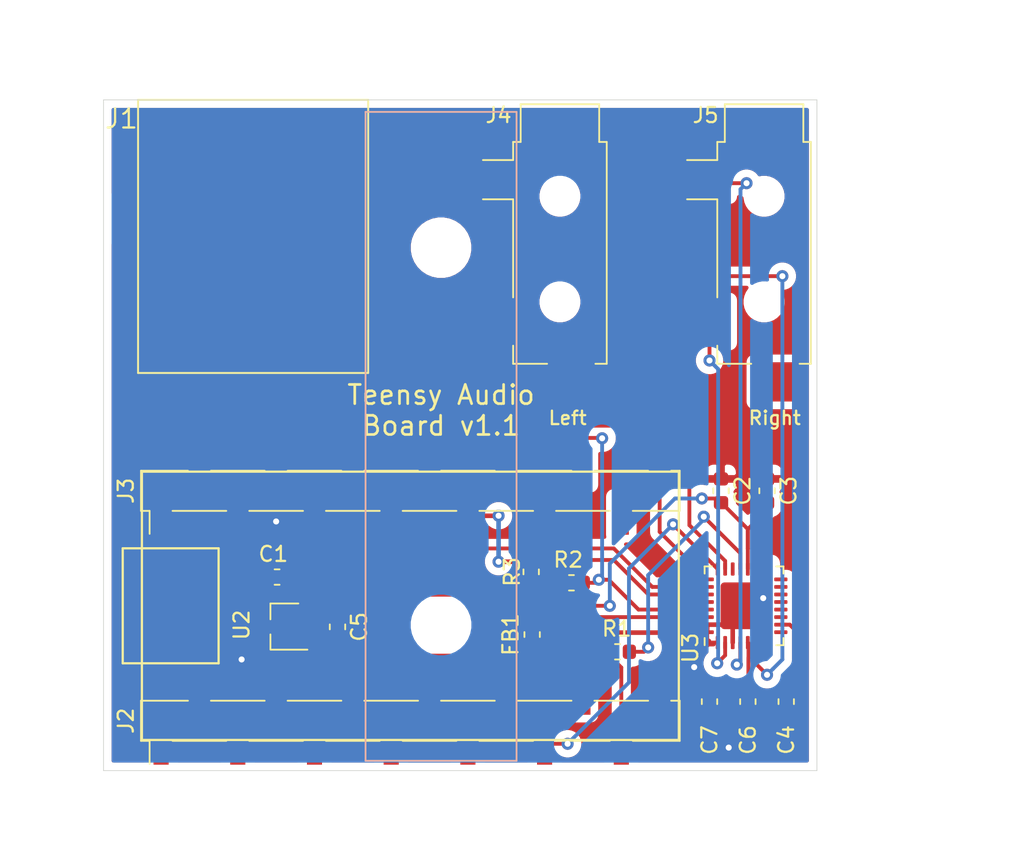
<source format=kicad_pcb>
(kicad_pcb (version 20171130) (host pcbnew "(5.1.4-0)")

  (general
    (thickness 1.6)
    (drawings 7)
    (tracks 183)
    (zones 0)
    (modules 20)
    (nets 20)
  )

  (page A4)
  (title_block
    (date 2019-11-08)
    (rev 1.1)
  )

  (layers
    (0 F.Cu signal)
    (31 B.Cu signal)
    (32 B.Adhes user)
    (33 F.Adhes user)
    (34 B.Paste user)
    (35 F.Paste user)
    (36 B.SilkS user)
    (37 F.SilkS user)
    (38 B.Mask user)
    (39 F.Mask user)
    (40 Dwgs.User user)
    (41 Cmts.User user)
    (42 Eco1.User user)
    (43 Eco2.User user)
    (44 Edge.Cuts user)
    (45 Margin user)
    (46 B.CrtYd user)
    (47 F.CrtYd user)
    (48 B.Fab user)
    (49 F.Fab user hide)
  )

  (setup
    (last_trace_width 0.25)
    (user_trace_width 0.254)
    (user_trace_width 0.3048)
    (trace_clearance 0.2)
    (zone_clearance 0.508)
    (zone_45_only no)
    (trace_min 0.1524)
    (via_size 0.8)
    (via_drill 0.4)
    (via_min_size 0.4572)
    (via_min_drill 0.2032)
    (uvia_size 0.3)
    (uvia_drill 0.1)
    (uvias_allowed no)
    (uvia_min_size 0.0254)
    (uvia_min_drill 0.0254)
    (edge_width 0.05)
    (segment_width 0.2)
    (pcb_text_width 0.3)
    (pcb_text_size 1.5 1.5)
    (mod_edge_width 0.12)
    (mod_text_size 1 1)
    (mod_text_width 0.15)
    (pad_size 1.524 1.524)
    (pad_drill 0.762)
    (pad_to_mask_clearance 0.0508)
    (solder_mask_min_width 0.25)
    (aux_axis_origin 0 0)
    (visible_elements FFFFFF7F)
    (pcbplotparams
      (layerselection 0x010fc_ffffffff)
      (usegerberextensions false)
      (usegerberattributes false)
      (usegerberadvancedattributes false)
      (creategerberjobfile false)
      (excludeedgelayer true)
      (linewidth 0.100000)
      (plotframeref false)
      (viasonmask false)
      (mode 1)
      (useauxorigin false)
      (hpglpennumber 1)
      (hpglpenspeed 20)
      (hpglpendiameter 15.000000)
      (psnegative false)
      (psa4output false)
      (plotreference true)
      (plotvalue true)
      (plotinvisibletext false)
      (padsonsilk false)
      (subtractmaskfromsilk false)
      (outputformat 1)
      (mirror false)
      (drillshape 0)
      (scaleselection 1)
      (outputdirectory ""))
  )

  (net 0 "")
  (net 1 /3.3VDC)
  (net 2 "Net-(U1-Pad30)")
  (net 3 "Net-(U1-Pad29)")
  (net 4 "Net-(U1-Pad20)")
  (net 5 /1.8VDC)
  (net 6 GND)
  (net 7 "Net-(C4-Pad1)")
  (net 8 "Net-(C6-Pad2)")
  (net 9 "Net-(J1-Pad1)")
  (net 10 "Net-(J1-Pad4)")
  (net 11 /BCLK)
  (net 12 /MCLK)
  (net 13 "Net-(R2-Pad2)")
  (net 14 /5VDC)
  (net 15 "Net-(J4-PadT)")
  (net 16 "Net-(R1-Pad1)")
  (net 17 "Net-(R3-Pad2)")
  (net 18 "Net-(J4-PadS)")
  (net 19 "Net-(J5-PadT)")

  (net_class Default "This is the default net class."
    (clearance 0.2)
    (trace_width 0.25)
    (via_dia 0.8)
    (via_drill 0.4)
    (uvia_dia 0.3)
    (uvia_drill 0.1)
    (add_net /1.8VDC)
    (add_net /3.3VDC)
    (add_net /5VDC)
    (add_net /BCLK)
    (add_net /MCLK)
    (add_net GND)
    (add_net "Net-(C4-Pad1)")
    (add_net "Net-(C6-Pad2)")
    (add_net "Net-(J1-Pad1)")
    (add_net "Net-(J1-Pad4)")
    (add_net "Net-(J4-PadS)")
    (add_net "Net-(J4-PadT)")
    (add_net "Net-(J5-PadT)")
    (add_net "Net-(R1-Pad1)")
    (add_net "Net-(R2-Pad2)")
    (add_net "Net-(R3-Pad2)")
    (add_net "Net-(U1-Pad20)")
    (add_net "Net-(U1-Pad29)")
    (add_net "Net-(U1-Pad30)")
  )

  (module Connector_PinHeader_2.54mm:PinHeader_1x14_P2.54mm_Vertical_SMD_Pin1Left (layer F.Cu) (tedit 5DC5DAC9) (tstamp 5DBD45BB)
    (at 138.684 108.458 90)
    (descr "surface-mounted straight pin header, 1x14, 2.54mm pitch, single row, style 1 (pin 1 left)")
    (tags "Surface mounted pin header SMD 1x14 2.54mm single row style1 pin1 left")
    (path /5DC27049)
    (attr smd)
    (fp_text reference J3 (at 0 -18.84 90) (layer F.SilkS)
      (effects (font (size 1 1) (thickness 0.15)))
    )
    (fp_text value SSM-114-L-SV-BE (at 0 18.84 90) (layer F.Fab)
      (effects (font (size 1 1) (thickness 0.15)))
    )
    (fp_text user %R (at 0 0) (layer F.Fab)
      (effects (font (size 1 1) (thickness 0.15)))
    )
    (fp_line (start 3.45 -18.3) (end -3.45 -18.3) (layer F.CrtYd) (width 0.05))
    (fp_line (start 3.45 18.3) (end 3.45 -18.3) (layer F.CrtYd) (width 0.05))
    (fp_line (start -3.45 18.3) (end 3.45 18.3) (layer F.CrtYd) (width 0.05))
    (fp_line (start -3.45 -18.3) (end -3.45 18.3) (layer F.CrtYd) (width 0.05))
    (fp_line (start -1.33 14.73) (end -1.33 17.84) (layer F.SilkS) (width 0.12))
    (fp_line (start -1.33 9.65) (end -1.33 13.21) (layer F.SilkS) (width 0.12))
    (fp_line (start -1.33 4.57) (end -1.33 8.13) (layer F.SilkS) (width 0.12))
    (fp_line (start -1.33 -0.51) (end -1.33 3.05) (layer F.SilkS) (width 0.12))
    (fp_line (start -1.33 -5.59) (end -1.33 -2.03) (layer F.SilkS) (width 0.12))
    (fp_line (start -1.33 -10.67) (end -1.33 -7.11) (layer F.SilkS) (width 0.12))
    (fp_line (start -1.33 -15.75) (end -1.33 -12.19) (layer F.SilkS) (width 0.12))
    (fp_line (start 1.33 12.19) (end 1.33 15.75) (layer F.SilkS) (width 0.12))
    (fp_line (start 1.33 7.11) (end 1.33 10.67) (layer F.SilkS) (width 0.12))
    (fp_line (start 1.33 2.03) (end 1.33 5.59) (layer F.SilkS) (width 0.12))
    (fp_line (start 1.33 -3.05) (end 1.33 0.51) (layer F.SilkS) (width 0.12))
    (fp_line (start 1.33 -8.13) (end 1.33 -4.57) (layer F.SilkS) (width 0.12))
    (fp_line (start 1.33 -13.21) (end 1.33 -9.65) (layer F.SilkS) (width 0.12))
    (fp_line (start 1.33 17.27) (end 1.33 17.84) (layer F.SilkS) (width 0.12))
    (fp_line (start -1.33 -17.84) (end -1.33 -17.27) (layer F.SilkS) (width 0.12))
    (fp_line (start -1.33 -17.27) (end -2.85 -17.27) (layer F.SilkS) (width 0.12))
    (fp_line (start 1.33 -17.84) (end 1.33 -14.73) (layer F.SilkS) (width 0.12))
    (fp_line (start -1.33 17.84) (end 1.33 17.84) (layer F.SilkS) (width 0.12))
    (fp_line (start -1.33 -17.84) (end 1.33 -17.84) (layer F.SilkS) (width 0.12))
    (fp_line (start 2.54 16.83) (end 1.27 16.83) (layer F.Fab) (width 0.1))
    (fp_line (start 2.54 16.19) (end 2.54 16.83) (layer F.Fab) (width 0.1))
    (fp_line (start 1.27 16.19) (end 2.54 16.19) (layer F.Fab) (width 0.1))
    (fp_line (start 2.54 11.75) (end 1.27 11.75) (layer F.Fab) (width 0.1))
    (fp_line (start 2.54 11.11) (end 2.54 11.75) (layer F.Fab) (width 0.1))
    (fp_line (start 1.27 11.11) (end 2.54 11.11) (layer F.Fab) (width 0.1))
    (fp_line (start 2.54 6.67) (end 1.27 6.67) (layer F.Fab) (width 0.1))
    (fp_line (start 2.54 6.03) (end 2.54 6.67) (layer F.Fab) (width 0.1))
    (fp_line (start 1.27 6.03) (end 2.54 6.03) (layer F.Fab) (width 0.1))
    (fp_line (start 2.54 1.59) (end 1.27 1.59) (layer F.Fab) (width 0.1))
    (fp_line (start 2.54 0.95) (end 2.54 1.59) (layer F.Fab) (width 0.1))
    (fp_line (start 1.27 0.95) (end 2.54 0.95) (layer F.Fab) (width 0.1))
    (fp_line (start 2.54 -3.49) (end 1.27 -3.49) (layer F.Fab) (width 0.1))
    (fp_line (start 2.54 -4.13) (end 2.54 -3.49) (layer F.Fab) (width 0.1))
    (fp_line (start 1.27 -4.13) (end 2.54 -4.13) (layer F.Fab) (width 0.1))
    (fp_line (start 2.54 -8.57) (end 1.27 -8.57) (layer F.Fab) (width 0.1))
    (fp_line (start 2.54 -9.21) (end 2.54 -8.57) (layer F.Fab) (width 0.1))
    (fp_line (start 1.27 -9.21) (end 2.54 -9.21) (layer F.Fab) (width 0.1))
    (fp_line (start 2.54 -13.65) (end 1.27 -13.65) (layer F.Fab) (width 0.1))
    (fp_line (start 2.54 -14.29) (end 2.54 -13.65) (layer F.Fab) (width 0.1))
    (fp_line (start 1.27 -14.29) (end 2.54 -14.29) (layer F.Fab) (width 0.1))
    (fp_line (start -2.54 14.29) (end -1.27 14.29) (layer F.Fab) (width 0.1))
    (fp_line (start -2.54 13.65) (end -2.54 14.29) (layer F.Fab) (width 0.1))
    (fp_line (start -1.27 13.65) (end -2.54 13.65) (layer F.Fab) (width 0.1))
    (fp_line (start -2.54 9.21) (end -1.27 9.21) (layer F.Fab) (width 0.1))
    (fp_line (start -2.54 8.57) (end -2.54 9.21) (layer F.Fab) (width 0.1))
    (fp_line (start -1.27 8.57) (end -2.54 8.57) (layer F.Fab) (width 0.1))
    (fp_line (start -2.54 4.13) (end -1.27 4.13) (layer F.Fab) (width 0.1))
    (fp_line (start -2.54 3.49) (end -2.54 4.13) (layer F.Fab) (width 0.1))
    (fp_line (start -1.27 3.49) (end -2.54 3.49) (layer F.Fab) (width 0.1))
    (fp_line (start -2.54 -0.95) (end -1.27 -0.95) (layer F.Fab) (width 0.1))
    (fp_line (start -2.54 -1.59) (end -2.54 -0.95) (layer F.Fab) (width 0.1))
    (fp_line (start -1.27 -1.59) (end -2.54 -1.59) (layer F.Fab) (width 0.1))
    (fp_line (start -2.54 -6.03) (end -1.27 -6.03) (layer F.Fab) (width 0.1))
    (fp_line (start -2.54 -6.67) (end -2.54 -6.03) (layer F.Fab) (width 0.1))
    (fp_line (start -1.27 -6.67) (end -2.54 -6.67) (layer F.Fab) (width 0.1))
    (fp_line (start -2.54 -11.11) (end -1.27 -11.11) (layer F.Fab) (width 0.1))
    (fp_line (start -2.54 -11.75) (end -2.54 -11.11) (layer F.Fab) (width 0.1))
    (fp_line (start -1.27 -11.75) (end -2.54 -11.75) (layer F.Fab) (width 0.1))
    (fp_line (start -2.54 -16.19) (end -1.27 -16.19) (layer F.Fab) (width 0.1))
    (fp_line (start -2.54 -16.83) (end -2.54 -16.19) (layer F.Fab) (width 0.1))
    (fp_line (start -1.27 -16.83) (end -2.54 -16.83) (layer F.Fab) (width 0.1))
    (fp_line (start 1.27 -17.78) (end 1.27 17.78) (layer F.Fab) (width 0.1))
    (fp_line (start -1.27 -16.83) (end -0.32 -17.78) (layer F.Fab) (width 0.1))
    (fp_line (start -1.27 17.78) (end -1.27 -16.83) (layer F.Fab) (width 0.1))
    (fp_line (start -0.32 -17.78) (end 1.27 -17.78) (layer F.Fab) (width 0.1))
    (fp_line (start 1.27 17.78) (end -1.27 17.78) (layer F.Fab) (width 0.1))
    (pad 14 connect rect (at 1.655 16.51 90) (size 2.51 1) (layers F.Mask))
    (pad 12 connect rect (at 1.655 11.43 90) (size 2.51 1) (layers F.Mask))
    (pad 10 connect rect (at 1.655 6.35 90) (size 2.51 1) (layers F.Mask))
    (pad 8 connect rect (at 1.655 1.27 90) (size 2.51 1) (layers F.Mask))
    (pad 6 connect rect (at 1.655 -3.81 90) (size 2.51 1) (layers F.Mask))
    (pad 4 connect rect (at 1.655 -8.89 90) (size 2.51 1) (layers F.Mask))
    (pad 2 connect rect (at 1.655 -13.97 90) (size 2.51 1) (layers F.Mask))
    (pad 13 connect rect (at -1.655 13.97 90) (size 2.51 1) (layers F.Mask))
    (pad 11 connect rect (at -1.655 8.89 90) (size 2.51 1) (layers F.Mask))
    (pad 9 connect rect (at -1.655 3.81 90) (size 2.51 1) (layers F.Mask))
    (pad 7 connect rect (at -1.655 -1.27 90) (size 2.51 1) (layers F.Mask))
    (pad 5 connect rect (at -1.655 -6.35 90) (size 2.51 1) (layers F.Mask))
    (pad 3 connect rect (at -1.655 -11.43 90) (size 2.51 1) (layers F.Mask))
    (pad 1 connect rect (at -1.655 -16.51 90) (size 2.51 1) (layers F.Mask))
    (model ${KISYS3DMOD}/Connector_PinHeader_2.54mm.3dshapes/PinHeader_1x14_P2.54mm_Vertical_SMD_Pin1Left.wrl
      (at (xyz 0 0 0))
      (scale (xyz 1 1 1))
      (rotate (xyz 0 0 0))
    )
  )

  (module Connector_PinHeader_2.54mm:PinHeader_1x14_P2.54mm_Vertical_SMD_Pin1Left (layer F.Cu) (tedit 5DC5DA93) (tstamp 5DC5E08C)
    (at 138.684 123.698 90)
    (descr "surface-mounted straight pin header, 1x14, 2.54mm pitch, single row, style 1 (pin 1 left)")
    (tags "Surface mounted pin header SMD 1x14 2.54mm single row style1 pin1 left")
    (path /5DC200BF)
    (attr smd)
    (fp_text reference J2 (at 0 -18.84 90) (layer F.SilkS)
      (effects (font (size 1 1) (thickness 0.15)))
    )
    (fp_text value SSM-114-L-SV-BE (at 0 18.84 90) (layer F.Fab)
      (effects (font (size 1 1) (thickness 0.15)))
    )
    (fp_text user %R (at 0 0) (layer F.Fab)
      (effects (font (size 1 1) (thickness 0.15)))
    )
    (fp_line (start 3.45 -18.3) (end -3.45 -18.3) (layer F.CrtYd) (width 0.05))
    (fp_line (start 3.45 18.3) (end 3.45 -18.3) (layer F.CrtYd) (width 0.05))
    (fp_line (start -3.45 18.3) (end 3.45 18.3) (layer F.CrtYd) (width 0.05))
    (fp_line (start -3.45 -18.3) (end -3.45 18.3) (layer F.CrtYd) (width 0.05))
    (fp_line (start -1.33 14.73) (end -1.33 17.84) (layer F.SilkS) (width 0.12))
    (fp_line (start -1.33 9.65) (end -1.33 13.21) (layer F.SilkS) (width 0.12))
    (fp_line (start -1.33 4.57) (end -1.33 8.13) (layer F.SilkS) (width 0.12))
    (fp_line (start -1.33 -0.51) (end -1.33 3.05) (layer F.SilkS) (width 0.12))
    (fp_line (start -1.33 -5.59) (end -1.33 -2.03) (layer F.SilkS) (width 0.12))
    (fp_line (start -1.33 -10.67) (end -1.33 -7.11) (layer F.SilkS) (width 0.12))
    (fp_line (start -1.33 -15.75) (end -1.33 -12.19) (layer F.SilkS) (width 0.12))
    (fp_line (start 1.33 12.19) (end 1.33 15.75) (layer F.SilkS) (width 0.12))
    (fp_line (start 1.33 7.11) (end 1.33 10.67) (layer F.SilkS) (width 0.12))
    (fp_line (start 1.33 2.03) (end 1.33 5.59) (layer F.SilkS) (width 0.12))
    (fp_line (start 1.33 -3.05) (end 1.33 0.51) (layer F.SilkS) (width 0.12))
    (fp_line (start 1.33 -8.13) (end 1.33 -4.57) (layer F.SilkS) (width 0.12))
    (fp_line (start 1.33 -13.21) (end 1.33 -9.65) (layer F.SilkS) (width 0.12))
    (fp_line (start 1.33 17.27) (end 1.33 17.84) (layer F.SilkS) (width 0.12))
    (fp_line (start -1.33 -17.84) (end -1.33 -17.27) (layer F.SilkS) (width 0.12))
    (fp_line (start -1.33 -17.27) (end -2.85 -17.27) (layer F.SilkS) (width 0.12))
    (fp_line (start 1.33 -17.84) (end 1.33 -14.73) (layer F.SilkS) (width 0.12))
    (fp_line (start -1.33 17.84) (end 1.33 17.84) (layer F.SilkS) (width 0.12))
    (fp_line (start -1.33 -17.84) (end 1.33 -17.84) (layer F.SilkS) (width 0.12))
    (fp_line (start 2.54 16.83) (end 1.27 16.83) (layer F.Fab) (width 0.1))
    (fp_line (start 2.54 16.19) (end 2.54 16.83) (layer F.Fab) (width 0.1))
    (fp_line (start 1.27 16.19) (end 2.54 16.19) (layer F.Fab) (width 0.1))
    (fp_line (start 2.54 11.75) (end 1.27 11.75) (layer F.Fab) (width 0.1))
    (fp_line (start 2.54 11.11) (end 2.54 11.75) (layer F.Fab) (width 0.1))
    (fp_line (start 1.27 11.11) (end 2.54 11.11) (layer F.Fab) (width 0.1))
    (fp_line (start 2.54 6.67) (end 1.27 6.67) (layer F.Fab) (width 0.1))
    (fp_line (start 2.54 6.03) (end 2.54 6.67) (layer F.Fab) (width 0.1))
    (fp_line (start 1.27 6.03) (end 2.54 6.03) (layer F.Fab) (width 0.1))
    (fp_line (start 2.54 1.59) (end 1.27 1.59) (layer F.Fab) (width 0.1))
    (fp_line (start 2.54 0.95) (end 2.54 1.59) (layer F.Fab) (width 0.1))
    (fp_line (start 1.27 0.95) (end 2.54 0.95) (layer F.Fab) (width 0.1))
    (fp_line (start 2.54 -3.49) (end 1.27 -3.49) (layer F.Fab) (width 0.1))
    (fp_line (start 2.54 -4.13) (end 2.54 -3.49) (layer F.Fab) (width 0.1))
    (fp_line (start 1.27 -4.13) (end 2.54 -4.13) (layer F.Fab) (width 0.1))
    (fp_line (start 2.54 -8.57) (end 1.27 -8.57) (layer F.Fab) (width 0.1))
    (fp_line (start 2.54 -9.21) (end 2.54 -8.57) (layer F.Fab) (width 0.1))
    (fp_line (start 1.27 -9.21) (end 2.54 -9.21) (layer F.Fab) (width 0.1))
    (fp_line (start 2.54 -13.65) (end 1.27 -13.65) (layer F.Fab) (width 0.1))
    (fp_line (start 2.54 -14.29) (end 2.54 -13.65) (layer F.Fab) (width 0.1))
    (fp_line (start 1.27 -14.29) (end 2.54 -14.29) (layer F.Fab) (width 0.1))
    (fp_line (start -2.54 14.29) (end -1.27 14.29) (layer F.Fab) (width 0.1))
    (fp_line (start -2.54 13.65) (end -2.54 14.29) (layer F.Fab) (width 0.1))
    (fp_line (start -1.27 13.65) (end -2.54 13.65) (layer F.Fab) (width 0.1))
    (fp_line (start -2.54 9.21) (end -1.27 9.21) (layer F.Fab) (width 0.1))
    (fp_line (start -2.54 8.57) (end -2.54 9.21) (layer F.Fab) (width 0.1))
    (fp_line (start -1.27 8.57) (end -2.54 8.57) (layer F.Fab) (width 0.1))
    (fp_line (start -2.54 4.13) (end -1.27 4.13) (layer F.Fab) (width 0.1))
    (fp_line (start -2.54 3.49) (end -2.54 4.13) (layer F.Fab) (width 0.1))
    (fp_line (start -1.27 3.49) (end -2.54 3.49) (layer F.Fab) (width 0.1))
    (fp_line (start -2.54 -0.95) (end -1.27 -0.95) (layer F.Fab) (width 0.1))
    (fp_line (start -2.54 -1.59) (end -2.54 -0.95) (layer F.Fab) (width 0.1))
    (fp_line (start -1.27 -1.59) (end -2.54 -1.59) (layer F.Fab) (width 0.1))
    (fp_line (start -2.54 -6.03) (end -1.27 -6.03) (layer F.Fab) (width 0.1))
    (fp_line (start -2.54 -6.67) (end -2.54 -6.03) (layer F.Fab) (width 0.1))
    (fp_line (start -1.27 -6.67) (end -2.54 -6.67) (layer F.Fab) (width 0.1))
    (fp_line (start -2.54 -11.11) (end -1.27 -11.11) (layer F.Fab) (width 0.1))
    (fp_line (start -2.54 -11.75) (end -2.54 -11.11) (layer F.Fab) (width 0.1))
    (fp_line (start -1.27 -11.75) (end -2.54 -11.75) (layer F.Fab) (width 0.1))
    (fp_line (start -2.54 -16.19) (end -1.27 -16.19) (layer F.Fab) (width 0.1))
    (fp_line (start -2.54 -16.83) (end -2.54 -16.19) (layer F.Fab) (width 0.1))
    (fp_line (start -1.27 -16.83) (end -2.54 -16.83) (layer F.Fab) (width 0.1))
    (fp_line (start 1.27 -17.78) (end 1.27 17.78) (layer F.Fab) (width 0.1))
    (fp_line (start -1.27 -16.83) (end -0.32 -17.78) (layer F.Fab) (width 0.1))
    (fp_line (start -1.27 17.78) (end -1.27 -16.83) (layer F.Fab) (width 0.1))
    (fp_line (start -0.32 -17.78) (end 1.27 -17.78) (layer F.Fab) (width 0.1))
    (fp_line (start 1.27 17.78) (end -1.27 17.78) (layer F.Fab) (width 0.1))
    (pad 14 connect rect (at 1.655 16.51 90) (size 2.51 1) (layers F.Mask))
    (pad 12 connect rect (at 1.655 11.43 90) (size 2.51 1) (layers F.Mask))
    (pad 10 connect rect (at 1.655 6.35 90) (size 2.51 1) (layers F.Mask))
    (pad 8 connect rect (at 1.655 1.27 90) (size 2.51 1) (layers F.Mask))
    (pad 6 connect rect (at 1.655 -3.81 90) (size 2.51 1) (layers F.Mask))
    (pad 4 connect rect (at 1.655 -8.89 90) (size 2.51 1) (layers F.Mask))
    (pad 2 connect rect (at 1.655 -13.97 90) (size 2.51 1) (layers F.Mask))
    (pad 13 connect rect (at -1.655 13.97 90) (size 2.51 1) (layers F.Mask))
    (pad 11 connect rect (at -1.655 8.89 90) (size 2.51 1) (layers F.Mask))
    (pad 9 connect rect (at -1.655 3.81 90) (size 2.51 1) (layers F.Mask))
    (pad 7 connect rect (at -1.655 -1.27 90) (size 2.51 1) (layers F.Mask))
    (pad 5 connect rect (at -1.655 -6.35 90) (size 2.51 1) (layers F.Mask))
    (pad 3 connect rect (at -1.655 -11.43 90) (size 2.51 1) (layers F.Mask))
    (pad 1 connect rect (at -1.655 -16.51 90) (size 2.51 1) (layers F.Mask))
    (model ${KISYS3DMOD}/Connector_PinHeader_2.54mm.3dshapes/PinHeader_1x14_P2.54mm_Vertical_SMD_Pin1Left.wrl
      (at (xyz 0 0 0))
      (scale (xyz 1 1 1))
      (rotate (xyz 0 0 0))
    )
  )

  (module asl_footprints:Teensy30_31_32_LC_SMD (layer F.Cu) (tedit 5DC5860A) (tstamp 5DBD6312)
    (at 138.684 116.078)
    (path /5DC565C7)
    (fp_text reference U1 (at -18.669 -2.0955) (layer F.SilkS) hide
      (effects (font (size 1 1) (thickness 0.15)))
    )
    (fp_text value "Teensy 3.2" (at 0 10.16) (layer F.Fab)
      (effects (font (size 1 1) (thickness 0.15)))
    )
    (fp_line (start -11.75 -5.08) (end -11.11 -5.08) (layer F.Fab) (width 0.1))
    (fp_line (start -11.11 -5.08) (end -11.11 -6.35) (layer F.Fab) (width 0.1))
    (fp_line (start -16.19 -5.08) (end -16.19 -6.35) (layer F.Fab) (width 0.1))
    (fp_line (start -11.75 -6.35) (end -11.75 -5.08) (layer F.Fab) (width 0.1))
    (fp_line (start -16.83 -6.35) (end -16.83 -5.08) (layer F.Fab) (width 0.1))
    (fp_line (start -16.83 -5.08) (end -16.19 -5.08) (layer F.Fab) (width 0.1))
    (fp_line (start 11.75 -10.16) (end 11.75 -8.89) (layer F.Fab) (width 0.1))
    (fp_line (start 16.19 -8.89) (end 16.19 -10.16) (layer F.Fab) (width 0.1))
    (fp_line (start 16.19 -10.16) (end 16.83 -10.16) (layer F.Fab) (width 0.1))
    (fp_line (start 16.83 -10.16) (end 16.83 -8.89) (layer F.Fab) (width 0.1))
    (fp_line (start 6.03 -10.16) (end 6.67 -10.16) (layer F.Fab) (width 0.1))
    (fp_line (start 6.67 -10.16) (end 6.67 -8.89) (layer F.Fab) (width 0.1))
    (fp_line (start 11.11 -8.89) (end 11.11 -10.16) (layer F.Fab) (width 0.1))
    (fp_line (start 11.11 -10.16) (end 11.75 -10.16) (layer F.Fab) (width 0.1))
    (fp_line (start 0.95 -8.89) (end 0.95 -10.16) (layer F.Fab) (width 0.1))
    (fp_line (start 0.95 -10.16) (end 1.59 -10.16) (layer F.Fab) (width 0.1))
    (fp_line (start 1.59 -10.16) (end 1.59 -8.89) (layer F.Fab) (width 0.1))
    (fp_line (start 6.03 -8.89) (end 6.03 -10.16) (layer F.Fab) (width 0.1))
    (fp_line (start -8.57 -10.16) (end -8.57 -8.89) (layer F.Fab) (width 0.1))
    (fp_line (start -4.13 -8.89) (end -4.13 -10.16) (layer F.Fab) (width 0.1))
    (fp_line (start -4.13 -10.16) (end -3.49 -10.16) (layer F.Fab) (width 0.1))
    (fp_line (start -3.49 -10.16) (end -3.49 -8.89) (layer F.Fab) (width 0.1))
    (fp_line (start -14.29 -10.16) (end -13.65 -10.16) (layer F.Fab) (width 0.1))
    (fp_line (start -13.65 -10.16) (end -13.65 -8.89) (layer F.Fab) (width 0.1))
    (fp_line (start -9.21 -8.89) (end -9.21 -10.16) (layer F.Fab) (width 0.1))
    (fp_line (start -9.21 -10.16) (end -8.57 -10.16) (layer F.Fab) (width 0.1))
    (fp_line (start 13.65 -6.35) (end 13.65 -5.08) (layer F.Fab) (width 0.1))
    (fp_line (start 13.65 -5.08) (end 14.29 -5.08) (layer F.Fab) (width 0.1))
    (fp_line (start 14.29 -5.08) (end 14.29 -6.35) (layer F.Fab) (width 0.1))
    (fp_line (start -14.29 -8.89) (end -14.29 -10.16) (layer F.Fab) (width 0.1))
    (fp_line (start 4.13 -5.08) (end 4.13 -6.35) (layer F.Fab) (width 0.1))
    (fp_line (start 8.57 -6.35) (end 8.57 -5.08) (layer F.Fab) (width 0.1))
    (fp_line (start 8.57 -5.08) (end 9.21 -5.08) (layer F.Fab) (width 0.1))
    (fp_line (start 9.21 -5.08) (end 9.21 -6.35) (layer F.Fab) (width 0.1))
    (fp_line (start -1.59 -5.08) (end -0.95 -5.08) (layer F.Fab) (width 0.1))
    (fp_line (start -0.95 -5.08) (end -0.95 -6.35) (layer F.Fab) (width 0.1))
    (fp_line (start 3.49 -6.35) (end 3.49 -5.08) (layer F.Fab) (width 0.1))
    (fp_line (start 3.49 -5.08) (end 4.13 -5.08) (layer F.Fab) (width 0.1))
    (fp_line (start -6.67 -6.35) (end -6.67 -5.08) (layer F.Fab) (width 0.1))
    (fp_line (start -6.67 -5.08) (end -6.03 -5.08) (layer F.Fab) (width 0.1))
    (fp_line (start -6.03 -5.08) (end -6.03 -6.35) (layer F.Fab) (width 0.1))
    (fp_line (start -1.59 -6.35) (end -1.59 -5.08) (layer F.Fab) (width 0.1))
    (fp_line (start -1.59 8.89) (end -1.59 10.16) (layer F.Fab) (width 0.1))
    (fp_line (start -6.03 10.16) (end -6.03 8.89) (layer F.Fab) (width 0.1))
    (fp_line (start -6.67 10.16) (end -6.03 10.16) (layer F.Fab) (width 0.1))
    (fp_line (start -6.67 8.89) (end -6.67 10.16) (layer F.Fab) (width 0.1))
    (fp_line (start 3.49 10.16) (end 4.13 10.16) (layer F.Fab) (width 0.1))
    (fp_line (start 3.49 8.89) (end 3.49 10.16) (layer F.Fab) (width 0.1))
    (fp_line (start -0.95 10.16) (end -0.95 8.89) (layer F.Fab) (width 0.1))
    (fp_line (start -1.59 10.16) (end -0.95 10.16) (layer F.Fab) (width 0.1))
    (fp_line (start 9.21 10.16) (end 9.21 8.89) (layer F.Fab) (width 0.1))
    (fp_line (start 8.57 10.16) (end 9.21 10.16) (layer F.Fab) (width 0.1))
    (fp_line (start 8.57 8.89) (end 8.57 10.16) (layer F.Fab) (width 0.1))
    (fp_line (start 4.13 10.16) (end 4.13 8.89) (layer F.Fab) (width 0.1))
    (fp_line (start -14.29 6.35) (end -14.29 5.08) (layer F.Fab) (width 0.1))
    (fp_line (start 14.29 10.16) (end 14.29 8.89) (layer F.Fab) (width 0.1))
    (fp_line (start 13.65 10.16) (end 14.29 10.16) (layer F.Fab) (width 0.1))
    (fp_line (start 13.65 8.89) (end 13.65 10.16) (layer F.Fab) (width 0.1))
    (fp_line (start -9.21 5.08) (end -8.57 5.08) (layer F.Fab) (width 0.1))
    (fp_line (start -9.21 6.35) (end -9.21 5.08) (layer F.Fab) (width 0.1))
    (fp_line (start -13.65 5.08) (end -13.65 6.35) (layer F.Fab) (width 0.1))
    (fp_line (start -14.29 5.08) (end -13.65 5.08) (layer F.Fab) (width 0.1))
    (fp_line (start -3.49 5.08) (end -3.49 6.35) (layer F.Fab) (width 0.1))
    (fp_line (start -4.13 5.08) (end -3.49 5.08) (layer F.Fab) (width 0.1))
    (fp_line (start -4.13 6.35) (end -4.13 5.08) (layer F.Fab) (width 0.1))
    (fp_line (start -8.57 5.08) (end -8.57 6.35) (layer F.Fab) (width 0.1))
    (fp_line (start 6.03 6.35) (end 6.03 5.08) (layer F.Fab) (width 0.1))
    (fp_line (start 1.59 5.08) (end 1.59 6.35) (layer F.Fab) (width 0.1))
    (fp_line (start 0.95 5.08) (end 1.59 5.08) (layer F.Fab) (width 0.1))
    (fp_line (start 0.95 6.35) (end 0.95 5.08) (layer F.Fab) (width 0.1))
    (fp_line (start 11.11 5.08) (end 11.75 5.08) (layer F.Fab) (width 0.1))
    (fp_line (start 11.11 6.35) (end 11.11 5.08) (layer F.Fab) (width 0.1))
    (fp_line (start 6.67 5.08) (end 6.67 6.35) (layer F.Fab) (width 0.1))
    (fp_line (start 6.03 5.08) (end 6.67 5.08) (layer F.Fab) (width 0.1))
    (fp_line (start 16.83 5.08) (end 16.83 6.35) (layer F.Fab) (width 0.1))
    (fp_line (start 16.19 5.08) (end 16.83 5.08) (layer F.Fab) (width 0.1))
    (fp_line (start 16.19 6.35) (end 16.19 5.08) (layer F.Fab) (width 0.1))
    (fp_line (start 11.75 5.08) (end 11.75 6.35) (layer F.Fab) (width 0.1))
    (fp_line (start -16.83 10.16) (end -16.19 10.16) (layer F.Fab) (width 0.1))
    (fp_line (start -16.83 8.89) (end -16.83 10.16) (layer F.Fab) (width 0.1))
    (fp_line (start -11.75 8.89) (end -11.75 10.16) (layer F.Fab) (width 0.1))
    (fp_line (start -16.19 10.16) (end -16.19 8.89) (layer F.Fab) (width 0.1))
    (fp_line (start -11.11 10.16) (end -11.11 8.89) (layer F.Fab) (width 0.1))
    (fp_line (start -11.75 10.16) (end -11.11 10.16) (layer F.Fab) (width 0.1))
    (fp_line (start -17.78 8.89) (end -17.78 -8.89) (layer F.SilkS) (width 0.15))
    (fp_line (start 17.78 8.89) (end -17.78 8.89) (layer F.SilkS) (width 0.15))
    (fp_line (start 17.78 -8.89) (end 17.78 8.89) (layer F.SilkS) (width 0.15))
    (fp_line (start -17.78 -8.89) (end 17.78 -8.89) (layer F.SilkS) (width 0.15))
    (fp_line (start -12.7 3.81) (end -17.78 3.81) (layer F.SilkS) (width 0.15))
    (fp_line (start -12.7 -3.81) (end -17.78 -3.81) (layer F.SilkS) (width 0.15))
    (fp_line (start -12.7 3.81) (end -12.7 -3.81) (layer F.SilkS) (width 0.15))
    (fp_line (start -19.05 -3.81) (end -17.78 -3.81) (layer F.SilkS) (width 0.15))
    (fp_line (start -19.05 3.81) (end -19.05 -3.81) (layer F.SilkS) (width 0.15))
    (fp_line (start -17.78 3.81) (end -19.05 3.81) (layer F.SilkS) (width 0.15))
    (pad 20 smd rect (at 16.51 -9.275 90) (size 2.51 1) (layers F.Cu F.Paste F.Mask)
      (net 4 "Net-(U1-Pad20)"))
    (pad 22 smd rect (at 11.43 -9.275 90) (size 2.51 1) (layers F.Cu F.Paste F.Mask))
    (pad 24 smd rect (at 6.35 -9.275 90) (size 2.51 1) (layers F.Cu F.Paste F.Mask))
    (pad 26 smd rect (at 1.27 -9.275 90) (size 2.51 1) (layers F.Cu F.Paste F.Mask)
      (net 13 "Net-(R2-Pad2)"))
    (pad 30 smd rect (at -8.89 -9.275 90) (size 2.51 1) (layers F.Cu F.Paste F.Mask)
      (net 2 "Net-(U1-Pad30)"))
    (pad 28 smd rect (at -3.81 -9.275 90) (size 2.51 1) (layers F.Cu F.Paste F.Mask))
    (pad 21 smd rect (at 13.97 -5.965 90) (size 2.51 1) (layers F.Cu F.Paste F.Mask))
    (pad 32 smd rect (at -13.97 -9.275 90) (size 2.51 1) (layers F.Cu F.Paste F.Mask))
    (pad 25 smd rect (at 3.81 -5.965 90) (size 2.51 1) (layers F.Cu F.Paste F.Mask)
      (net 17 "Net-(R3-Pad2)"))
    (pad 23 smd rect (at 8.89 -5.965 90) (size 2.51 1) (layers F.Cu F.Paste F.Mask))
    (pad 29 smd rect (at -6.35 -5.965 90) (size 2.51 1) (layers F.Cu F.Paste F.Mask)
      (net 3 "Net-(U1-Pad29)"))
    (pad 27 smd rect (at -1.27 -5.965 90) (size 2.51 1) (layers F.Cu F.Paste F.Mask))
    (pad 33 smd rect (at -16.51 -5.965 90) (size 2.51 1) (layers F.Cu F.Paste F.Mask)
      (net 14 /5VDC))
    (pad 31 smd rect (at -11.43 -5.965 90) (size 2.51 1) (layers F.Cu F.Paste F.Mask)
      (net 1 /3.3VDC))
    (pad 3 smd rect (at -11.43 9.275 90) (size 2.51 1) (layers F.Cu F.Paste F.Mask)
      (net 10 "Net-(J1-Pad4)"))
    (pad 1 smd rect (at -16.51 9.275 90) (size 2.51 1) (layers F.Cu F.Paste F.Mask)
      (net 6 GND))
    (pad 7 smd rect (at -1.27 9.275 90) (size 2.51 1) (layers F.Cu F.Paste F.Mask))
    (pad 5 smd rect (at -6.35 9.275 90) (size 2.51 1) (layers F.Cu F.Paste F.Mask))
    (pad 11 smd rect (at 8.89 9.275 90) (size 2.51 1) (layers F.Cu F.Paste F.Mask)
      (net 11 /BCLK))
    (pad 9 smd rect (at 3.81 9.275 90) (size 2.51 1) (layers F.Cu F.Paste F.Mask))
    (pad 2 smd rect (at -13.97 5.965 90) (size 2.51 1) (layers F.Cu F.Paste F.Mask)
      (net 9 "Net-(J1-Pad1)"))
    (pad 13 smd rect (at 13.97 9.275 90) (size 2.51 1) (layers F.Cu F.Paste F.Mask)
      (net 16 "Net-(R1-Pad1)"))
    (pad 6 smd rect (at -3.81 5.965 90) (size 2.51 1) (layers F.Cu F.Paste F.Mask))
    (pad 4 smd rect (at -8.89 5.965 90) (size 2.51 1) (layers F.Cu F.Paste F.Mask))
    (pad 8 smd rect (at 1.27 5.965 90) (size 2.51 1) (layers F.Cu F.Paste F.Mask))
    (pad 10 smd rect (at 6.35 5.965 90) (size 2.51 1) (layers F.Cu F.Paste F.Mask))
    (pad 12 smd rect (at 11.43 5.965 90) (size 2.51 1) (layers F.Cu F.Paste F.Mask))
    (pad 14 smd rect (at 16.51 5.965 90) (size 2.51 1) (layers F.Cu F.Paste F.Mask))
  )

  (module Package_DFN_QFN:QFN-32-1EP_5x5mm_P0.5mm_EP3.1x3.1mm (layer F.Cu) (tedit 5B4E60CE) (tstamp 5DBE7D16)
    (at 160.782 116.078 90)
    (descr "QFN, 32 Pin (http://ww1.microchip.com/downloads/en/DeviceDoc/8008S.pdf (Page 20)), generated with kicad-footprint-generator ipc_dfn_qfn_generator.py")
    (tags "QFN DFN_QFN")
    (path /5DBB136F)
    (attr smd)
    (fp_text reference U3 (at -2.794 -3.556 270) (layer F.SilkS)
      (effects (font (size 1 1) (thickness 0.15)))
    )
    (fp_text value SGTL5000 (at 0 3.82 90) (layer F.Fab)
      (effects (font (size 1 1) (thickness 0.15)))
    )
    (fp_text user %R (at 0 0 90) (layer F.Fab)
      (effects (font (size 1 1) (thickness 0.15)))
    )
    (fp_line (start 3.12 -3.12) (end -3.12 -3.12) (layer F.CrtYd) (width 0.05))
    (fp_line (start 3.12 3.12) (end 3.12 -3.12) (layer F.CrtYd) (width 0.05))
    (fp_line (start -3.12 3.12) (end 3.12 3.12) (layer F.CrtYd) (width 0.05))
    (fp_line (start -3.12 -3.12) (end -3.12 3.12) (layer F.CrtYd) (width 0.05))
    (fp_line (start -2.5 -1.5) (end -1.5 -2.5) (layer F.Fab) (width 0.1))
    (fp_line (start -2.5 2.5) (end -2.5 -1.5) (layer F.Fab) (width 0.1))
    (fp_line (start 2.5 2.5) (end -2.5 2.5) (layer F.Fab) (width 0.1))
    (fp_line (start 2.5 -2.5) (end 2.5 2.5) (layer F.Fab) (width 0.1))
    (fp_line (start -1.5 -2.5) (end 2.5 -2.5) (layer F.Fab) (width 0.1))
    (fp_line (start -2.135 -2.61) (end -2.61 -2.61) (layer F.SilkS) (width 0.12))
    (fp_line (start 2.61 2.61) (end 2.61 2.135) (layer F.SilkS) (width 0.12))
    (fp_line (start 2.135 2.61) (end 2.61 2.61) (layer F.SilkS) (width 0.12))
    (fp_line (start -2.61 2.61) (end -2.61 2.135) (layer F.SilkS) (width 0.12))
    (fp_line (start -2.135 2.61) (end -2.61 2.61) (layer F.SilkS) (width 0.12))
    (fp_line (start 2.61 -2.61) (end 2.61 -2.135) (layer F.SilkS) (width 0.12))
    (fp_line (start 2.135 -2.61) (end 2.61 -2.61) (layer F.SilkS) (width 0.12))
    (pad 32 smd roundrect (at -1.75 -2.4375 90) (size 0.25 0.875) (layers F.Cu F.Paste F.Mask) (roundrect_rratio 0.25)
      (net 6 GND))
    (pad 31 smd roundrect (at -1.25 -2.4375 90) (size 0.25 0.875) (layers F.Cu F.Paste F.Mask) (roundrect_rratio 0.25)
      (net 6 GND))
    (pad 30 smd roundrect (at -0.75 -2.4375 90) (size 0.25 0.875) (layers F.Cu F.Paste F.Mask) (roundrect_rratio 0.25)
      (net 5 /1.8VDC))
    (pad 29 smd roundrect (at -0.25 -2.4375 90) (size 0.25 0.875) (layers F.Cu F.Paste F.Mask) (roundrect_rratio 0.25)
      (net 13 "Net-(R2-Pad2)"))
    (pad 28 smd roundrect (at 0.25 -2.4375 90) (size 0.25 0.875) (layers F.Cu F.Paste F.Mask) (roundrect_rratio 0.25))
    (pad 27 smd roundrect (at 0.75 -2.4375 90) (size 0.25 0.875) (layers F.Cu F.Paste F.Mask) (roundrect_rratio 0.25)
      (net 17 "Net-(R3-Pad2)"))
    (pad 26 smd roundrect (at 1.25 -2.4375 90) (size 0.25 0.875) (layers F.Cu F.Paste F.Mask) (roundrect_rratio 0.25)
      (net 3 "Net-(U1-Pad29)"))
    (pad 25 smd roundrect (at 1.75 -2.4375 90) (size 0.25 0.875) (layers F.Cu F.Paste F.Mask) (roundrect_rratio 0.25)
      (net 4 "Net-(U1-Pad20)"))
    (pad 24 smd roundrect (at 2.4375 -1.75 90) (size 0.875 0.25) (layers F.Cu F.Paste F.Mask) (roundrect_rratio 0.25)
      (net 11 /BCLK))
    (pad 23 smd roundrect (at 2.4375 -1.25 90) (size 0.875 0.25) (layers F.Cu F.Paste F.Mask) (roundrect_rratio 0.25)
      (net 2 "Net-(U1-Pad30)"))
    (pad 22 smd roundrect (at 2.4375 -0.75 90) (size 0.875 0.25) (layers F.Cu F.Paste F.Mask) (roundrect_rratio 0.25))
    (pad 21 smd roundrect (at 2.4375 -0.25 90) (size 0.875 0.25) (layers F.Cu F.Paste F.Mask) (roundrect_rratio 0.25)
      (net 12 /MCLK))
    (pad 20 smd roundrect (at 2.4375 0.25 90) (size 0.875 0.25) (layers F.Cu F.Paste F.Mask) (roundrect_rratio 0.25)
      (net 1 /3.3VDC))
    (pad 19 smd roundrect (at 2.4375 0.75 90) (size 0.875 0.25) (layers F.Cu F.Paste F.Mask) (roundrect_rratio 0.25))
    (pad 18 smd roundrect (at 2.4375 1.25 90) (size 0.875 0.25) (layers F.Cu F.Paste F.Mask) (roundrect_rratio 0.25))
    (pad 17 smd roundrect (at 2.4375 1.75 90) (size 0.875 0.25) (layers F.Cu F.Paste F.Mask) (roundrect_rratio 0.25))
    (pad 16 smd roundrect (at 1.75 2.4375 90) (size 0.25 0.875) (layers F.Cu F.Paste F.Mask) (roundrect_rratio 0.25))
    (pad 15 smd roundrect (at 1.25 2.4375 90) (size 0.25 0.875) (layers F.Cu F.Paste F.Mask) (roundrect_rratio 0.25))
    (pad 14 smd roundrect (at 0.75 2.4375 90) (size 0.25 0.875) (layers F.Cu F.Paste F.Mask) (roundrect_rratio 0.25))
    (pad 13 smd roundrect (at 0.25 2.4375 90) (size 0.25 0.875) (layers F.Cu F.Paste F.Mask) (roundrect_rratio 0.25))
    (pad 12 smd roundrect (at -0.25 2.4375 90) (size 0.25 0.875) (layers F.Cu F.Paste F.Mask) (roundrect_rratio 0.25))
    (pad 11 smd roundrect (at -0.75 2.4375 90) (size 0.25 0.875) (layers F.Cu F.Paste F.Mask) (roundrect_rratio 0.25))
    (pad 10 smd roundrect (at -1.25 2.4375 90) (size 0.25 0.875) (layers F.Cu F.Paste F.Mask) (roundrect_rratio 0.25)
      (net 7 "Net-(C4-Pad1)"))
    (pad 9 smd roundrect (at -1.75 2.4375 90) (size 0.25 0.875) (layers F.Cu F.Paste F.Mask) (roundrect_rratio 0.25))
    (pad 8 smd roundrect (at -2.4375 1.75 90) (size 0.875 0.25) (layers F.Cu F.Paste F.Mask) (roundrect_rratio 0.25))
    (pad 7 smd roundrect (at -2.4375 1.25 90) (size 0.875 0.25) (layers F.Cu F.Paste F.Mask) (roundrect_rratio 0.25)
      (net 6 GND))
    (pad 6 smd roundrect (at -2.4375 0.75 90) (size 0.875 0.25) (layers F.Cu F.Paste F.Mask) (roundrect_rratio 0.25)
      (net 15 "Net-(J4-PadT)"))
    (pad 5 smd roundrect (at -2.4375 0.25 90) (size 0.875 0.25) (layers F.Cu F.Paste F.Mask) (roundrect_rratio 0.25)
      (net 8 "Net-(C6-Pad2)"))
    (pad 4 smd roundrect (at -2.4375 -0.25 90) (size 0.875 0.25) (layers F.Cu F.Paste F.Mask) (roundrect_rratio 0.25)
      (net 18 "Net-(J4-PadS)"))
    (pad 3 smd roundrect (at -2.4375 -0.75 90) (size 0.875 0.25) (layers F.Cu F.Paste F.Mask) (roundrect_rratio 0.25)
      (net 6 GND))
    (pad 2 smd roundrect (at -2.4375 -1.25 90) (size 0.875 0.25) (layers F.Cu F.Paste F.Mask) (roundrect_rratio 0.25)
      (net 19 "Net-(J5-PadT)"))
    (pad 1 smd roundrect (at -2.4375 -1.75 90) (size 0.875 0.25) (layers F.Cu F.Paste F.Mask) (roundrect_rratio 0.25)
      (net 6 GND))
    (pad "" smd roundrect (at 1.03 1.03 90) (size 0.83 0.83) (layers F.Paste) (roundrect_rratio 0.25))
    (pad "" smd roundrect (at 1.03 0 90) (size 0.83 0.83) (layers F.Paste) (roundrect_rratio 0.25))
    (pad "" smd roundrect (at 1.03 -1.03 90) (size 0.83 0.83) (layers F.Paste) (roundrect_rratio 0.25))
    (pad "" smd roundrect (at 0 1.03 90) (size 0.83 0.83) (layers F.Paste) (roundrect_rratio 0.25))
    (pad "" smd roundrect (at 0 0 90) (size 0.83 0.83) (layers F.Paste) (roundrect_rratio 0.25))
    (pad "" smd roundrect (at 0 -1.03 90) (size 0.83 0.83) (layers F.Paste) (roundrect_rratio 0.25))
    (pad "" smd roundrect (at -1.03 1.03 90) (size 0.83 0.83) (layers F.Paste) (roundrect_rratio 0.25))
    (pad "" smd roundrect (at -1.03 0 90) (size 0.83 0.83) (layers F.Paste) (roundrect_rratio 0.25))
    (pad "" smd roundrect (at -1.03 -1.03 90) (size 0.83 0.83) (layers F.Paste) (roundrect_rratio 0.25))
    (pad 33 smd roundrect (at 0 0 90) (size 3.1 3.1) (layers F.Cu F.Mask) (roundrect_rratio 0.08064499999999999)
      (net 6 GND))
    (model ${KISYS3DMOD}/Package_DFN_QFN.3dshapes/QFN-32-1EP_5x5mm_P0.5mm_EP3.1x3.1mm.wrl
      (at (xyz 0 0 0))
      (scale (xyz 1 1 1))
      (rotate (xyz 0 0 0))
    )
  )

  (module Capacitor_SMD:C_0603_1608Metric (layer F.Cu) (tedit 5B301BBE) (tstamp 5DBCF5B9)
    (at 129.8575 114.173 180)
    (descr "Capacitor SMD 0603 (1608 Metric), square (rectangular) end terminal, IPC_7351 nominal, (Body size source: http://www.tortai-tech.com/upload/download/2011102023233369053.pdf), generated with kicad-footprint-generator")
    (tags capacitor)
    (path /5DBCE93B)
    (attr smd)
    (fp_text reference C1 (at 0.254 1.524) (layer F.SilkS)
      (effects (font (size 1 1) (thickness 0.15)))
    )
    (fp_text value 1.0µF (at 0 1.43) (layer F.Fab)
      (effects (font (size 1 1) (thickness 0.15)))
    )
    (fp_text user %R (at 0 0) (layer F.Fab)
      (effects (font (size 0.4 0.4) (thickness 0.06)))
    )
    (fp_line (start 1.48 0.73) (end -1.48 0.73) (layer F.CrtYd) (width 0.05))
    (fp_line (start 1.48 -0.73) (end 1.48 0.73) (layer F.CrtYd) (width 0.05))
    (fp_line (start -1.48 -0.73) (end 1.48 -0.73) (layer F.CrtYd) (width 0.05))
    (fp_line (start -1.48 0.73) (end -1.48 -0.73) (layer F.CrtYd) (width 0.05))
    (fp_line (start -0.162779 0.51) (end 0.162779 0.51) (layer F.SilkS) (width 0.12))
    (fp_line (start -0.162779 -0.51) (end 0.162779 -0.51) (layer F.SilkS) (width 0.12))
    (fp_line (start 0.8 0.4) (end -0.8 0.4) (layer F.Fab) (width 0.1))
    (fp_line (start 0.8 -0.4) (end 0.8 0.4) (layer F.Fab) (width 0.1))
    (fp_line (start -0.8 -0.4) (end 0.8 -0.4) (layer F.Fab) (width 0.1))
    (fp_line (start -0.8 0.4) (end -0.8 -0.4) (layer F.Fab) (width 0.1))
    (pad 2 smd roundrect (at 0.7875 0 180) (size 0.875 0.95) (layers F.Cu F.Paste F.Mask) (roundrect_rratio 0.25)
      (net 1 /3.3VDC))
    (pad 1 smd roundrect (at -0.7875 0 180) (size 0.875 0.95) (layers F.Cu F.Paste F.Mask) (roundrect_rratio 0.25)
      (net 6 GND))
    (model ${KISYS3DMOD}/Capacitor_SMD.3dshapes/C_0603_1608Metric.wrl
      (at (xyz 0 0 0))
      (scale (xyz 1 1 1))
      (rotate (xyz 0 0 0))
    )
  )

  (module Capacitor_SMD:C_0603_1608Metric (layer F.Cu) (tedit 5B301BBE) (tstamp 5DBE0BC5)
    (at 146.7485 117.983 90)
    (descr "Capacitor SMD 0603 (1608 Metric), square (rectangular) end terminal, IPC_7351 nominal, (Body size source: http://www.tortai-tech.com/upload/download/2011102023233369053.pdf), generated with kicad-footprint-generator")
    (tags capacitor)
    (path /5DBD566A)
    (attr smd)
    (fp_text reference FB1 (at 0 -1.43 90) (layer F.SilkS)
      (effects (font (size 1 1) (thickness 0.15)))
    )
    (fp_text value "600Ω @ 100MHz" (at 0 1.43 90) (layer F.Fab)
      (effects (font (size 1 1) (thickness 0.15)))
    )
    (fp_text user %R (at 0 0 90) (layer F.Fab)
      (effects (font (size 0.4 0.4) (thickness 0.06)))
    )
    (fp_line (start 1.48 0.73) (end -1.48 0.73) (layer F.CrtYd) (width 0.05))
    (fp_line (start 1.48 -0.73) (end 1.48 0.73) (layer F.CrtYd) (width 0.05))
    (fp_line (start -1.48 -0.73) (end 1.48 -0.73) (layer F.CrtYd) (width 0.05))
    (fp_line (start -1.48 0.73) (end -1.48 -0.73) (layer F.CrtYd) (width 0.05))
    (fp_line (start -0.162779 0.51) (end 0.162779 0.51) (layer F.SilkS) (width 0.12))
    (fp_line (start -0.162779 -0.51) (end 0.162779 -0.51) (layer F.SilkS) (width 0.12))
    (fp_line (start 0.8 0.4) (end -0.8 0.4) (layer F.Fab) (width 0.1))
    (fp_line (start 0.8 -0.4) (end 0.8 0.4) (layer F.Fab) (width 0.1))
    (fp_line (start -0.8 -0.4) (end 0.8 -0.4) (layer F.Fab) (width 0.1))
    (fp_line (start -0.8 0.4) (end -0.8 -0.4) (layer F.Fab) (width 0.1))
    (pad 2 smd roundrect (at 0.7875 0 90) (size 0.875 0.95) (layers F.Cu F.Paste F.Mask) (roundrect_rratio 0.25)
      (net 1 /3.3VDC))
    (pad 1 smd roundrect (at -0.7875 0 90) (size 0.875 0.95) (layers F.Cu F.Paste F.Mask) (roundrect_rratio 0.25)
      (net 8 "Net-(C6-Pad2)"))
    (model ${KISYS3DMOD}/Capacitor_SMD.3dshapes/C_0603_1608Metric.wrl
      (at (xyz 0 0 0))
      (scale (xyz 1 1 1))
      (rotate (xyz 0 0 0))
    )
  )

  (module Capacitor_SMD:C_0603_1608Metric (layer F.Cu) (tedit 5B301BBE) (tstamp 5DBB5ABB)
    (at 158.496 122.428 90)
    (descr "Capacitor SMD 0603 (1608 Metric), square (rectangular) end terminal, IPC_7351 nominal, (Body size source: http://www.tortai-tech.com/upload/download/2011102023233369053.pdf), generated with kicad-footprint-generator")
    (tags capacitor)
    (path /5DBF64C7)
    (attr smd)
    (fp_text reference C7 (at -2.54 0 90) (layer F.SilkS)
      (effects (font (size 1 1) (thickness 0.15)))
    )
    (fp_text value 100nF (at 0 1.43 90) (layer F.Fab)
      (effects (font (size 1 1) (thickness 0.15)))
    )
    (fp_text user %R (at 0 0 90) (layer F.Fab)
      (effects (font (size 0.4 0.4) (thickness 0.06)))
    )
    (fp_line (start 1.48 0.73) (end -1.48 0.73) (layer F.CrtYd) (width 0.05))
    (fp_line (start 1.48 -0.73) (end 1.48 0.73) (layer F.CrtYd) (width 0.05))
    (fp_line (start -1.48 -0.73) (end 1.48 -0.73) (layer F.CrtYd) (width 0.05))
    (fp_line (start -1.48 0.73) (end -1.48 -0.73) (layer F.CrtYd) (width 0.05))
    (fp_line (start -0.162779 0.51) (end 0.162779 0.51) (layer F.SilkS) (width 0.12))
    (fp_line (start -0.162779 -0.51) (end 0.162779 -0.51) (layer F.SilkS) (width 0.12))
    (fp_line (start 0.8 0.4) (end -0.8 0.4) (layer F.Fab) (width 0.1))
    (fp_line (start 0.8 -0.4) (end 0.8 0.4) (layer F.Fab) (width 0.1))
    (fp_line (start -0.8 -0.4) (end 0.8 -0.4) (layer F.Fab) (width 0.1))
    (fp_line (start -0.8 0.4) (end -0.8 -0.4) (layer F.Fab) (width 0.1))
    (pad 2 smd roundrect (at 0.7875 0 90) (size 0.875 0.95) (layers F.Cu F.Paste F.Mask) (roundrect_rratio 0.25)
      (net 8 "Net-(C6-Pad2)"))
    (pad 1 smd roundrect (at -0.7875 0 90) (size 0.875 0.95) (layers F.Cu F.Paste F.Mask) (roundrect_rratio 0.25)
      (net 6 GND))
    (model ${KISYS3DMOD}/Capacitor_SMD.3dshapes/C_0603_1608Metric.wrl
      (at (xyz 0 0 0))
      (scale (xyz 1 1 1))
      (rotate (xyz 0 0 0))
    )
  )

  (module Capacitor_SMD:C_0603_1608Metric (layer F.Cu) (tedit 5B301BBE) (tstamp 5DBB5AAA)
    (at 161.036 122.428 90)
    (descr "Capacitor SMD 0603 (1608 Metric), square (rectangular) end terminal, IPC_7351 nominal, (Body size source: http://www.tortai-tech.com/upload/download/2011102023233369053.pdf), generated with kicad-footprint-generator")
    (tags capacitor)
    (path /5DBF5F5D)
    (attr smd)
    (fp_text reference C6 (at -2.54 0 90) (layer F.SilkS)
      (effects (font (size 1 1) (thickness 0.15)))
    )
    (fp_text value 2.2µF (at 0 1.43 90) (layer F.Fab)
      (effects (font (size 1 1) (thickness 0.15)))
    )
    (fp_text user %R (at 0 0 90) (layer F.Fab)
      (effects (font (size 0.4 0.4) (thickness 0.06)))
    )
    (fp_line (start 1.48 0.73) (end -1.48 0.73) (layer F.CrtYd) (width 0.05))
    (fp_line (start 1.48 -0.73) (end 1.48 0.73) (layer F.CrtYd) (width 0.05))
    (fp_line (start -1.48 -0.73) (end 1.48 -0.73) (layer F.CrtYd) (width 0.05))
    (fp_line (start -1.48 0.73) (end -1.48 -0.73) (layer F.CrtYd) (width 0.05))
    (fp_line (start -0.162779 0.51) (end 0.162779 0.51) (layer F.SilkS) (width 0.12))
    (fp_line (start -0.162779 -0.51) (end 0.162779 -0.51) (layer F.SilkS) (width 0.12))
    (fp_line (start 0.8 0.4) (end -0.8 0.4) (layer F.Fab) (width 0.1))
    (fp_line (start 0.8 -0.4) (end 0.8 0.4) (layer F.Fab) (width 0.1))
    (fp_line (start -0.8 -0.4) (end 0.8 -0.4) (layer F.Fab) (width 0.1))
    (fp_line (start -0.8 0.4) (end -0.8 -0.4) (layer F.Fab) (width 0.1))
    (pad 2 smd roundrect (at 0.7875 0 90) (size 0.875 0.95) (layers F.Cu F.Paste F.Mask) (roundrect_rratio 0.25)
      (net 8 "Net-(C6-Pad2)"))
    (pad 1 smd roundrect (at -0.7875 0 90) (size 0.875 0.95) (layers F.Cu F.Paste F.Mask) (roundrect_rratio 0.25)
      (net 6 GND))
    (model ${KISYS3DMOD}/Capacitor_SMD.3dshapes/C_0603_1608Metric.wrl
      (at (xyz 0 0 0))
      (scale (xyz 1 1 1))
      (rotate (xyz 0 0 0))
    )
  )

  (module Capacitor_SMD:C_0603_1608Metric (layer F.Cu) (tedit 5B301BBE) (tstamp 5DBB7C25)
    (at 133.858 117.475 270)
    (descr "Capacitor SMD 0603 (1608 Metric), square (rectangular) end terminal, IPC_7351 nominal, (Body size source: http://www.tortai-tech.com/upload/download/2011102023233369053.pdf), generated with kicad-footprint-generator")
    (tags capacitor)
    (path /5DBA7323)
    (attr smd)
    (fp_text reference C5 (at 0 -1.43 90) (layer F.SilkS)
      (effects (font (size 1 1) (thickness 0.15)))
    )
    (fp_text value 1.0µF (at 0 1.43 90) (layer F.Fab)
      (effects (font (size 1 1) (thickness 0.15)))
    )
    (fp_text user %R (at 0 0 90) (layer F.Fab)
      (effects (font (size 0.4 0.4) (thickness 0.06)))
    )
    (fp_line (start 1.48 0.73) (end -1.48 0.73) (layer F.CrtYd) (width 0.05))
    (fp_line (start 1.48 -0.73) (end 1.48 0.73) (layer F.CrtYd) (width 0.05))
    (fp_line (start -1.48 -0.73) (end 1.48 -0.73) (layer F.CrtYd) (width 0.05))
    (fp_line (start -1.48 0.73) (end -1.48 -0.73) (layer F.CrtYd) (width 0.05))
    (fp_line (start -0.162779 0.51) (end 0.162779 0.51) (layer F.SilkS) (width 0.12))
    (fp_line (start -0.162779 -0.51) (end 0.162779 -0.51) (layer F.SilkS) (width 0.12))
    (fp_line (start 0.8 0.4) (end -0.8 0.4) (layer F.Fab) (width 0.1))
    (fp_line (start 0.8 -0.4) (end 0.8 0.4) (layer F.Fab) (width 0.1))
    (fp_line (start -0.8 -0.4) (end 0.8 -0.4) (layer F.Fab) (width 0.1))
    (fp_line (start -0.8 0.4) (end -0.8 -0.4) (layer F.Fab) (width 0.1))
    (pad 2 smd roundrect (at 0.7875 0 270) (size 0.875 0.95) (layers F.Cu F.Paste F.Mask) (roundrect_rratio 0.25)
      (net 6 GND))
    (pad 1 smd roundrect (at -0.7875 0 270) (size 0.875 0.95) (layers F.Cu F.Paste F.Mask) (roundrect_rratio 0.25)
      (net 5 /1.8VDC))
    (model ${KISYS3DMOD}/Capacitor_SMD.3dshapes/C_0603_1608Metric.wrl
      (at (xyz 0 0 0))
      (scale (xyz 1 1 1))
      (rotate (xyz 0 0 0))
    )
  )

  (module Capacitor_SMD:C_0603_1608Metric (layer F.Cu) (tedit 5B301BBE) (tstamp 5DBE59B5)
    (at 163.576 122.428 270)
    (descr "Capacitor SMD 0603 (1608 Metric), square (rectangular) end terminal, IPC_7351 nominal, (Body size source: http://www.tortai-tech.com/upload/download/2011102023233369053.pdf), generated with kicad-footprint-generator")
    (tags capacitor)
    (path /5DBBA3E1)
    (attr smd)
    (fp_text reference C4 (at 2.54 0 90) (layer F.SilkS)
      (effects (font (size 1 1) (thickness 0.15)))
    )
    (fp_text value 150nF (at 0 1.43 90) (layer F.Fab)
      (effects (font (size 1 1) (thickness 0.15)))
    )
    (fp_text user %R (at 0 0 90) (layer F.Fab)
      (effects (font (size 0.4 0.4) (thickness 0.06)))
    )
    (fp_line (start 1.48 0.73) (end -1.48 0.73) (layer F.CrtYd) (width 0.05))
    (fp_line (start 1.48 -0.73) (end 1.48 0.73) (layer F.CrtYd) (width 0.05))
    (fp_line (start -1.48 -0.73) (end 1.48 -0.73) (layer F.CrtYd) (width 0.05))
    (fp_line (start -1.48 0.73) (end -1.48 -0.73) (layer F.CrtYd) (width 0.05))
    (fp_line (start -0.162779 0.51) (end 0.162779 0.51) (layer F.SilkS) (width 0.12))
    (fp_line (start -0.162779 -0.51) (end 0.162779 -0.51) (layer F.SilkS) (width 0.12))
    (fp_line (start 0.8 0.4) (end -0.8 0.4) (layer F.Fab) (width 0.1))
    (fp_line (start 0.8 -0.4) (end 0.8 0.4) (layer F.Fab) (width 0.1))
    (fp_line (start -0.8 -0.4) (end 0.8 -0.4) (layer F.Fab) (width 0.1))
    (fp_line (start -0.8 0.4) (end -0.8 -0.4) (layer F.Fab) (width 0.1))
    (pad 2 smd roundrect (at 0.7875 0 270) (size 0.875 0.95) (layers F.Cu F.Paste F.Mask) (roundrect_rratio 0.25)
      (net 6 GND))
    (pad 1 smd roundrect (at -0.7875 0 270) (size 0.875 0.95) (layers F.Cu F.Paste F.Mask) (roundrect_rratio 0.25)
      (net 7 "Net-(C4-Pad1)"))
    (model ${KISYS3DMOD}/Capacitor_SMD.3dshapes/C_0603_1608Metric.wrl
      (at (xyz 0 0 0))
      (scale (xyz 1 1 1))
      (rotate (xyz 0 0 0))
    )
  )

  (module Capacitor_SMD:C_0603_1608Metric (layer F.Cu) (tedit 5B301BBE) (tstamp 5DBB1AE4)
    (at 162.306 108.458 270)
    (descr "Capacitor SMD 0603 (1608 Metric), square (rectangular) end terminal, IPC_7351 nominal, (Body size source: http://www.tortai-tech.com/upload/download/2011102023233369053.pdf), generated with kicad-footprint-generator")
    (tags capacitor)
    (path /5DBCD504)
    (attr smd)
    (fp_text reference C3 (at 0 -1.43 90) (layer F.SilkS)
      (effects (font (size 1 1) (thickness 0.15)))
    )
    (fp_text value 100nF (at 0 1.43 90) (layer F.Fab)
      (effects (font (size 1 1) (thickness 0.15)))
    )
    (fp_text user %R (at 0 0 90) (layer F.Fab)
      (effects (font (size 0.4 0.4) (thickness 0.06)))
    )
    (fp_line (start 1.48 0.73) (end -1.48 0.73) (layer F.CrtYd) (width 0.05))
    (fp_line (start 1.48 -0.73) (end 1.48 0.73) (layer F.CrtYd) (width 0.05))
    (fp_line (start -1.48 -0.73) (end 1.48 -0.73) (layer F.CrtYd) (width 0.05))
    (fp_line (start -1.48 0.73) (end -1.48 -0.73) (layer F.CrtYd) (width 0.05))
    (fp_line (start -0.162779 0.51) (end 0.162779 0.51) (layer F.SilkS) (width 0.12))
    (fp_line (start -0.162779 -0.51) (end 0.162779 -0.51) (layer F.SilkS) (width 0.12))
    (fp_line (start 0.8 0.4) (end -0.8 0.4) (layer F.Fab) (width 0.1))
    (fp_line (start 0.8 -0.4) (end 0.8 0.4) (layer F.Fab) (width 0.1))
    (fp_line (start -0.8 -0.4) (end 0.8 -0.4) (layer F.Fab) (width 0.1))
    (fp_line (start -0.8 0.4) (end -0.8 -0.4) (layer F.Fab) (width 0.1))
    (pad 2 smd roundrect (at 0.7875 0 270) (size 0.875 0.95) (layers F.Cu F.Paste F.Mask) (roundrect_rratio 0.25)
      (net 1 /3.3VDC))
    (pad 1 smd roundrect (at -0.7875 0 270) (size 0.875 0.95) (layers F.Cu F.Paste F.Mask) (roundrect_rratio 0.25)
      (net 6 GND))
    (model ${KISYS3DMOD}/Capacitor_SMD.3dshapes/C_0603_1608Metric.wrl
      (at (xyz 0 0 0))
      (scale (xyz 1 1 1))
      (rotate (xyz 0 0 0))
    )
  )

  (module Capacitor_SMD:C_0603_1608Metric (layer F.Cu) (tedit 5B301BBE) (tstamp 5DBB1AD3)
    (at 159.258 108.458 270)
    (descr "Capacitor SMD 0603 (1608 Metric), square (rectangular) end terminal, IPC_7351 nominal, (Body size source: http://www.tortai-tech.com/upload/download/2011102023233369053.pdf), generated with kicad-footprint-generator")
    (tags capacitor)
    (path /5DBC91D4)
    (attr smd)
    (fp_text reference C2 (at 0 -1.43 90) (layer F.SilkS)
      (effects (font (size 1 1) (thickness 0.15)))
    )
    (fp_text value 100nF (at 0 1.43 90) (layer F.Fab)
      (effects (font (size 1 1) (thickness 0.15)))
    )
    (fp_text user %R (at 0 0 90) (layer F.Fab)
      (effects (font (size 0.4 0.4) (thickness 0.06)))
    )
    (fp_line (start 1.48 0.73) (end -1.48 0.73) (layer F.CrtYd) (width 0.05))
    (fp_line (start 1.48 -0.73) (end 1.48 0.73) (layer F.CrtYd) (width 0.05))
    (fp_line (start -1.48 -0.73) (end 1.48 -0.73) (layer F.CrtYd) (width 0.05))
    (fp_line (start -1.48 0.73) (end -1.48 -0.73) (layer F.CrtYd) (width 0.05))
    (fp_line (start -0.162779 0.51) (end 0.162779 0.51) (layer F.SilkS) (width 0.12))
    (fp_line (start -0.162779 -0.51) (end 0.162779 -0.51) (layer F.SilkS) (width 0.12))
    (fp_line (start 0.8 0.4) (end -0.8 0.4) (layer F.Fab) (width 0.1))
    (fp_line (start 0.8 -0.4) (end 0.8 0.4) (layer F.Fab) (width 0.1))
    (fp_line (start -0.8 -0.4) (end 0.8 -0.4) (layer F.Fab) (width 0.1))
    (fp_line (start -0.8 0.4) (end -0.8 -0.4) (layer F.Fab) (width 0.1))
    (pad 2 smd roundrect (at 0.7875 0 270) (size 0.875 0.95) (layers F.Cu F.Paste F.Mask) (roundrect_rratio 0.25)
      (net 1 /3.3VDC))
    (pad 1 smd roundrect (at -0.7875 0 270) (size 0.875 0.95) (layers F.Cu F.Paste F.Mask) (roundrect_rratio 0.25)
      (net 6 GND))
    (model ${KISYS3DMOD}/Capacitor_SMD.3dshapes/C_0603_1608Metric.wrl
      (at (xyz 0 0 0))
      (scale (xyz 1 1 1))
      (rotate (xyz 0 0 0))
    )
  )

  (module Resistor_SMD:R_0603_1608Metric (layer F.Cu) (tedit 5B301BBD) (tstamp 5DBB8B28)
    (at 152.4 119.126)
    (descr "Resistor SMD 0603 (1608 Metric), square (rectangular) end terminal, IPC_7351 nominal, (Body size source: http://www.tortai-tech.com/upload/download/2011102023233369053.pdf), generated with kicad-footprint-generator")
    (tags resistor)
    (path /5DBD3E4C)
    (attr smd)
    (fp_text reference R1 (at -0.0508 -1.524) (layer F.SilkS)
      (effects (font (size 1 1) (thickness 0.15)))
    )
    (fp_text value 100Ω (at 0 1.43) (layer F.Fab)
      (effects (font (size 1 1) (thickness 0.15)))
    )
    (fp_text user %R (at 0 0) (layer F.Fab)
      (effects (font (size 0.4 0.4) (thickness 0.06)))
    )
    (fp_line (start 1.48 0.73) (end -1.48 0.73) (layer F.CrtYd) (width 0.05))
    (fp_line (start 1.48 -0.73) (end 1.48 0.73) (layer F.CrtYd) (width 0.05))
    (fp_line (start -1.48 -0.73) (end 1.48 -0.73) (layer F.CrtYd) (width 0.05))
    (fp_line (start -1.48 0.73) (end -1.48 -0.73) (layer F.CrtYd) (width 0.05))
    (fp_line (start -0.162779 0.51) (end 0.162779 0.51) (layer F.SilkS) (width 0.12))
    (fp_line (start -0.162779 -0.51) (end 0.162779 -0.51) (layer F.SilkS) (width 0.12))
    (fp_line (start 0.8 0.4) (end -0.8 0.4) (layer F.Fab) (width 0.1))
    (fp_line (start 0.8 -0.4) (end 0.8 0.4) (layer F.Fab) (width 0.1))
    (fp_line (start -0.8 -0.4) (end 0.8 -0.4) (layer F.Fab) (width 0.1))
    (fp_line (start -0.8 0.4) (end -0.8 -0.4) (layer F.Fab) (width 0.1))
    (pad 2 smd roundrect (at 0.7875 0) (size 0.875 0.95) (layers F.Cu F.Paste F.Mask) (roundrect_rratio 0.25)
      (net 12 /MCLK))
    (pad 1 smd roundrect (at -0.7875 0) (size 0.875 0.95) (layers F.Cu F.Paste F.Mask) (roundrect_rratio 0.25)
      (net 16 "Net-(R1-Pad1)"))
    (model ${KISYS3DMOD}/Resistor_SMD.3dshapes/R_0603_1608Metric.wrl
      (at (xyz 0 0 0))
      (scale (xyz 1 1 1))
      (rotate (xyz 0 0 0))
    )
  )

  (module Resistor_SMD:R_0603_1608Metric (layer F.Cu) (tedit 5B301BBD) (tstamp 5DBB62D2)
    (at 146.685 113.83 90)
    (descr "Resistor SMD 0603 (1608 Metric), square (rectangular) end terminal, IPC_7351 nominal, (Body size source: http://www.tortai-tech.com/upload/download/2011102023233369053.pdf), generated with kicad-footprint-generator")
    (tags resistor)
    (path /5DBBC182)
    (attr smd)
    (fp_text reference R3 (at 0 -1.27 90) (layer F.SilkS)
      (effects (font (size 1 1) (thickness 0.15)))
    )
    (fp_text value 2.2KΩ (at 0 1.43 90) (layer F.Fab)
      (effects (font (size 1 1) (thickness 0.15)))
    )
    (fp_text user %R (at 0 0 90) (layer F.Fab)
      (effects (font (size 0.4 0.4) (thickness 0.06)))
    )
    (fp_line (start 1.48 0.73) (end -1.48 0.73) (layer F.CrtYd) (width 0.05))
    (fp_line (start 1.48 -0.73) (end 1.48 0.73) (layer F.CrtYd) (width 0.05))
    (fp_line (start -1.48 -0.73) (end 1.48 -0.73) (layer F.CrtYd) (width 0.05))
    (fp_line (start -1.48 0.73) (end -1.48 -0.73) (layer F.CrtYd) (width 0.05))
    (fp_line (start -0.162779 0.51) (end 0.162779 0.51) (layer F.SilkS) (width 0.12))
    (fp_line (start -0.162779 -0.51) (end 0.162779 -0.51) (layer F.SilkS) (width 0.12))
    (fp_line (start 0.8 0.4) (end -0.8 0.4) (layer F.Fab) (width 0.1))
    (fp_line (start 0.8 -0.4) (end 0.8 0.4) (layer F.Fab) (width 0.1))
    (fp_line (start -0.8 -0.4) (end 0.8 -0.4) (layer F.Fab) (width 0.1))
    (fp_line (start -0.8 0.4) (end -0.8 -0.4) (layer F.Fab) (width 0.1))
    (pad 2 smd roundrect (at 0.7875 0 90) (size 0.875 0.95) (layers F.Cu F.Paste F.Mask) (roundrect_rratio 0.25)
      (net 17 "Net-(R3-Pad2)"))
    (pad 1 smd roundrect (at -0.7875 0 90) (size 0.875 0.95) (layers F.Cu F.Paste F.Mask) (roundrect_rratio 0.25)
      (net 1 /3.3VDC))
    (model ${KISYS3DMOD}/Resistor_SMD.3dshapes/R_0603_1608Metric.wrl
      (at (xyz 0 0 0))
      (scale (xyz 1 1 1))
      (rotate (xyz 0 0 0))
    )
  )

  (module Resistor_SMD:R_0603_1608Metric (layer F.Cu) (tedit 5B301BBD) (tstamp 5DBB62C1)
    (at 149.352 114.554)
    (descr "Resistor SMD 0603 (1608 Metric), square (rectangular) end terminal, IPC_7351 nominal, (Body size source: http://www.tortai-tech.com/upload/download/2011102023233369053.pdf), generated with kicad-footprint-generator")
    (tags resistor)
    (path /5DBBDF2A)
    (attr smd)
    (fp_text reference R2 (at -0.216 -1.524) (layer F.SilkS)
      (effects (font (size 1 1) (thickness 0.15)))
    )
    (fp_text value 2.2KΩ (at 0 1.43) (layer F.Fab)
      (effects (font (size 1 1) (thickness 0.15)))
    )
    (fp_text user %R (at 0 0) (layer F.Fab)
      (effects (font (size 0.4 0.4) (thickness 0.06)))
    )
    (fp_line (start 1.48 0.73) (end -1.48 0.73) (layer F.CrtYd) (width 0.05))
    (fp_line (start 1.48 -0.73) (end 1.48 0.73) (layer F.CrtYd) (width 0.05))
    (fp_line (start -1.48 -0.73) (end 1.48 -0.73) (layer F.CrtYd) (width 0.05))
    (fp_line (start -1.48 0.73) (end -1.48 -0.73) (layer F.CrtYd) (width 0.05))
    (fp_line (start -0.162779 0.51) (end 0.162779 0.51) (layer F.SilkS) (width 0.12))
    (fp_line (start -0.162779 -0.51) (end 0.162779 -0.51) (layer F.SilkS) (width 0.12))
    (fp_line (start 0.8 0.4) (end -0.8 0.4) (layer F.Fab) (width 0.1))
    (fp_line (start 0.8 -0.4) (end 0.8 0.4) (layer F.Fab) (width 0.1))
    (fp_line (start -0.8 -0.4) (end 0.8 -0.4) (layer F.Fab) (width 0.1))
    (fp_line (start -0.8 0.4) (end -0.8 -0.4) (layer F.Fab) (width 0.1))
    (pad 2 smd roundrect (at 0.7875 0) (size 0.875 0.95) (layers F.Cu F.Paste F.Mask) (roundrect_rratio 0.25)
      (net 13 "Net-(R2-Pad2)"))
    (pad 1 smd roundrect (at -0.7875 0) (size 0.875 0.95) (layers F.Cu F.Paste F.Mask) (roundrect_rratio 0.25)
      (net 1 /3.3VDC))
    (model ${KISYS3DMOD}/Resistor_SMD.3dshapes/R_0603_1608Metric.wrl
      (at (xyz 0 0 0))
      (scale (xyz 1 1 1))
      (rotate (xyz 0 0 0))
    )
  )

  (module asl_footprints:DIN_Clip (layer F.Cu) (tedit 5DC58284) (tstamp 5DBC4C20)
    (at 140.716 104.848)
    (path /5DBB8672)
    (fp_text reference DRA1 (at 0 0.5) (layer F.SilkS) hide
      (effects (font (size 1 1) (thickness 0.15)))
    )
    (fp_text value "DIN Rail Adapter" (at 0 -0.5) (layer F.Fab) hide
      (effects (font (size 1 1) (thickness 0.15)))
    )
    (fp_circle (center 0 12.5) (end 2.95 12.5) (layer F.Fab) (width 0.12))
    (fp_circle (center 0 -12.5) (end 2.95 -12.5) (layer F.Fab) (width 0.12))
    (fp_line (start -5 21.5) (end -5 -21.5) (layer B.SilkS) (width 0.12))
    (fp_line (start 5 -21.5) (end 5 21.5) (layer B.SilkS) (width 0.12))
    (fp_line (start -5 -21.5) (end 5 -21.5) (layer B.SilkS) (width 0.12))
    (fp_line (start -5 21.5) (end 5 21.5) (layer B.SilkS) (width 0.12))
    (pad "" np_thru_hole circle (at 0 12.5) (size 3 3) (drill 3) (layers *.Cu *.Mask))
    (pad "" np_thru_hole circle (at 0 -12.5) (size 3 3) (drill 3) (layers *.Cu *.Mask))
  )

  (module asl_footprints:MonoJack (layer F.Cu) (tedit 5D49CFC1) (tstamp 5DBDE2AB)
    (at 162.11 91.44)
    (path /5DBB640C)
    (fp_text reference J5 (at -3.868 -7.874) (layer F.SilkS)
      (effects (font (size 1 1) (thickness 0.15)))
    )
    (fp_text value MJ-3523-SMT (at 0.254 12.446) (layer F.Fab)
      (effects (font (size 1 1) (thickness 0.15)))
    )
    (fp_text user %R (at 0 0) (layer F.Fab)
      (effects (font (size 1 1) (thickness 0.15)))
    )
    (fp_line (start -3.1 -2.3) (end -5.1 -2.3) (layer F.SilkS) (width 0.12))
    (fp_line (start -3.1 -4.9) (end -5.1 -4.9) (layer F.SilkS) (width 0.12))
    (fp_line (start -3.1 4.2) (end -3.1 -2.3) (layer F.SilkS) (width 0.12))
    (fp_line (start -3.1 8.6) (end -3.1 7.4) (layer F.SilkS) (width 0.12))
    (fp_line (start -0.85 8.6) (end -3.1 8.6) (layer F.SilkS) (width 0.12))
    (fp_line (start 3.1 8.6) (end 2.35 8.6) (layer F.SilkS) (width 0.12))
    (fp_line (start 3.1 -6.1) (end 3.1 8.6) (layer F.SilkS) (width 0.12))
    (fp_line (start 2.6 -6.1) (end 3.1 -6.1) (layer F.SilkS) (width 0.12))
    (fp_line (start 2.6 -8.6) (end 2.6 -6.1) (layer F.SilkS) (width 0.12))
    (fp_line (start -2.6 -8.6) (end 2.6 -8.6) (layer F.SilkS) (width 0.12))
    (fp_line (start -2.6 -6.1) (end -2.6 -8.6) (layer F.SilkS) (width 0.12))
    (fp_line (start -3.1 -6.1) (end -2.6 -6.1) (layer F.SilkS) (width 0.12))
    (fp_line (start -3.1 -4.9) (end -3.1 -6.1) (layer F.SilkS) (width 0.12))
    (fp_line (start -5.6 -9) (end 5.6 -9) (layer F.CrtYd) (width 0.05))
    (fp_line (start -5.6 11.6) (end -5.6 -9) (layer F.CrtYd) (width 0.05))
    (fp_line (start 5.6 11.6) (end -5.6 11.6) (layer F.CrtYd) (width 0.05))
    (fp_line (start 5.6 -9) (end 5.6 11.6) (layer F.CrtYd) (width 0.05))
    (fp_line (start 2.5 -6) (end 3 -6) (layer F.Fab) (width 0.1))
    (fp_line (start 2.5 -8.5) (end 2.5 -6) (layer F.Fab) (width 0.1))
    (fp_line (start -2.5 -8.5) (end 2.5 -8.5) (layer F.Fab) (width 0.1))
    (fp_line (start -2.5 -6) (end -2.5 -8.5) (layer F.Fab) (width 0.1))
    (fp_line (start -3 -6) (end -2.5 -6) (layer F.Fab) (width 0.1))
    (fp_line (start -3 8.5) (end -3 -6) (layer F.Fab) (width 0.1))
    (fp_line (start 3 8.5) (end -3 8.5) (layer F.Fab) (width 0.1))
    (fp_line (start 3 -6) (end 3 8.5) (layer F.Fab) (width 0.1))
    (pad "" np_thru_hole circle (at 0 4.5) (size 1.7 1.7) (drill 1.7) (layers *.Cu *.Mask))
    (pad "" np_thru_hole circle (at 0 -2.5) (size 1.7 1.7) (drill 1.7) (layers *.Cu *.Mask))
    (pad T smd rect (at -3.7 5.8) (size 2.8 2.8) (layers F.Cu F.Paste F.Mask)
      (net 19 "Net-(J5-PadT)"))
    (pad TN smd rect (at 0.75 9.8) (size 2.8 2.6) (layers F.Cu F.Paste F.Mask))
    (pad S smd rect (at -3.7 -3.6) (size 2.8 2.2) (layers F.Cu F.Paste F.Mask)
      (net 18 "Net-(J4-PadS)"))
  )

  (module asl_footprints:MonoJack (layer F.Cu) (tedit 5D49CFC1) (tstamp 5DBB3470)
    (at 148.59 91.44)
    (path /5DBB2449)
    (fp_text reference J4 (at -4.064 -7.874) (layer F.SilkS)
      (effects (font (size 1 1) (thickness 0.15)))
    )
    (fp_text value MJ-3523-SMT (at 0.254 12.446) (layer F.Fab)
      (effects (font (size 1 1) (thickness 0.15)))
    )
    (fp_text user %R (at 0 0) (layer F.Fab)
      (effects (font (size 1 1) (thickness 0.15)))
    )
    (fp_line (start -3.1 -2.3) (end -5.1 -2.3) (layer F.SilkS) (width 0.12))
    (fp_line (start -3.1 -4.9) (end -5.1 -4.9) (layer F.SilkS) (width 0.12))
    (fp_line (start -3.1 4.2) (end -3.1 -2.3) (layer F.SilkS) (width 0.12))
    (fp_line (start -3.1 8.6) (end -3.1 7.4) (layer F.SilkS) (width 0.12))
    (fp_line (start -0.85 8.6) (end -3.1 8.6) (layer F.SilkS) (width 0.12))
    (fp_line (start 3.1 8.6) (end 2.35 8.6) (layer F.SilkS) (width 0.12))
    (fp_line (start 3.1 -6.1) (end 3.1 8.6) (layer F.SilkS) (width 0.12))
    (fp_line (start 2.6 -6.1) (end 3.1 -6.1) (layer F.SilkS) (width 0.12))
    (fp_line (start 2.6 -8.6) (end 2.6 -6.1) (layer F.SilkS) (width 0.12))
    (fp_line (start -2.6 -8.6) (end 2.6 -8.6) (layer F.SilkS) (width 0.12))
    (fp_line (start -2.6 -6.1) (end -2.6 -8.6) (layer F.SilkS) (width 0.12))
    (fp_line (start -3.1 -6.1) (end -2.6 -6.1) (layer F.SilkS) (width 0.12))
    (fp_line (start -3.1 -4.9) (end -3.1 -6.1) (layer F.SilkS) (width 0.12))
    (fp_line (start -5.6 -9) (end 5.6 -9) (layer F.CrtYd) (width 0.05))
    (fp_line (start -5.6 11.6) (end -5.6 -9) (layer F.CrtYd) (width 0.05))
    (fp_line (start 5.6 11.6) (end -5.6 11.6) (layer F.CrtYd) (width 0.05))
    (fp_line (start 5.6 -9) (end 5.6 11.6) (layer F.CrtYd) (width 0.05))
    (fp_line (start 2.5 -6) (end 3 -6) (layer F.Fab) (width 0.1))
    (fp_line (start 2.5 -8.5) (end 2.5 -6) (layer F.Fab) (width 0.1))
    (fp_line (start -2.5 -8.5) (end 2.5 -8.5) (layer F.Fab) (width 0.1))
    (fp_line (start -2.5 -6) (end -2.5 -8.5) (layer F.Fab) (width 0.1))
    (fp_line (start -3 -6) (end -2.5 -6) (layer F.Fab) (width 0.1))
    (fp_line (start -3 8.5) (end -3 -6) (layer F.Fab) (width 0.1))
    (fp_line (start 3 8.5) (end -3 8.5) (layer F.Fab) (width 0.1))
    (fp_line (start 3 -6) (end 3 8.5) (layer F.Fab) (width 0.1))
    (pad "" np_thru_hole circle (at 0 4.5) (size 1.7 1.7) (drill 1.7) (layers *.Cu *.Mask))
    (pad "" np_thru_hole circle (at 0 -2.5) (size 1.7 1.7) (drill 1.7) (layers *.Cu *.Mask))
    (pad T smd rect (at -3.7 5.8) (size 2.8 2.8) (layers F.Cu F.Paste F.Mask)
      (net 15 "Net-(J4-PadT)"))
    (pad TN smd rect (at 0.75 9.8) (size 2.8 2.6) (layers F.Cu F.Paste F.Mask))
    (pad S smd rect (at -3.7 -3.6) (size 2.8 2.2) (layers F.Cu F.Paste F.Mask)
      (net 18 "Net-(J4-PadS)"))
  )

  (module Package_TO_SOT_SMD:TSOT-23 (layer F.Cu) (tedit 5A02FF57) (tstamp 5DBDEC35)
    (at 130.3655 117.475 180)
    (descr "3-pin TSOT23 package, http://www.analog.com.tw/pdf/All_In_One.pdf")
    (tags TSOT-23)
    (path /5DBA0E92)
    (attr smd)
    (fp_text reference U2 (at 2.8575 0.127 90) (layer F.SilkS)
      (effects (font (size 1 1) (thickness 0.15)))
    )
    (fp_text value AP7313 (at 0 2.5) (layer F.Fab)
      (effects (font (size 1 1) (thickness 0.15)))
    )
    (fp_line (start 2.17 1.7) (end -2.17 1.7) (layer F.CrtYd) (width 0.05))
    (fp_line (start 2.17 1.7) (end 2.17 -1.7) (layer F.CrtYd) (width 0.05))
    (fp_line (start -2.17 -1.7) (end -2.17 1.7) (layer F.CrtYd) (width 0.05))
    (fp_line (start -2.17 -1.7) (end 2.17 -1.7) (layer F.CrtYd) (width 0.05))
    (fp_line (start 0.88 -1.45) (end 0.88 1.45) (layer F.Fab) (width 0.1))
    (fp_line (start 0.88 1.45) (end -0.88 1.45) (layer F.Fab) (width 0.1))
    (fp_line (start -0.88 -1) (end -0.88 1.45) (layer F.Fab) (width 0.1))
    (fp_line (start 0.88 -1.45) (end -0.43 -1.45) (layer F.Fab) (width 0.1))
    (fp_line (start -0.88 -1) (end -0.43 -1.45) (layer F.Fab) (width 0.1))
    (fp_line (start 0.93 -1.51) (end -1.5 -1.51) (layer F.SilkS) (width 0.12))
    (fp_line (start 0.95 -1.5) (end 0.95 -0.5) (layer F.SilkS) (width 0.12))
    (fp_line (start 0.95 1.55) (end -0.9 1.55) (layer F.SilkS) (width 0.12))
    (fp_line (start 0.95 0.5) (end 0.95 1.55) (layer F.SilkS) (width 0.12))
    (fp_text user %R (at 0 0 90) (layer F.Fab)
      (effects (font (size 0.5 0.5) (thickness 0.075)))
    )
    (pad 3 smd rect (at 1.31 0 180) (size 1.22 0.65) (layers F.Cu F.Paste F.Mask)
      (net 6 GND))
    (pad 2 smd rect (at -1.31 0.95 180) (size 1.22 0.65) (layers F.Cu F.Paste F.Mask)
      (net 5 /1.8VDC))
    (pad 1 smd rect (at -1.31 -0.95 180) (size 1.22 0.65) (layers F.Cu F.Paste F.Mask)
      (net 1 /3.3VDC))
    (model ${KISYS3DMOD}/Package_TO_SOT_SMD.3dshapes/TSOT-23.wrl
      (at (xyz 0 0 0))
      (scale (xyz 1 1 1))
      (rotate (xyz 0 0 0))
    )
  )

  (module asl_footprints:RJ45_SMD (layer F.Cu) (tedit 5D49D52B) (tstamp 5DBB32B5)
    (at 128.27 82.55 180)
    (descr "SMD RJ45")
    (path /5DBB4566)
    (fp_text reference J1 (at 9.906 -0.508) (layer F.SilkS)
      (effects (font (size 1.27 1.27) (thickness 0.15)) (justify left top))
    )
    (fp_text value 0855025008 (at 0 0) (layer F.SilkS) hide
      (effects (font (size 1.27 1.27) (thickness 0.15)) (justify left top))
    )
    (fp_line (start 7.62 0) (end -7.62 0) (layer F.SilkS) (width 0.127))
    (fp_line (start 7.62 -18.1) (end 7.62 0) (layer F.SilkS) (width 0.127))
    (fp_line (start -7.62 -18.1) (end 7.62 -18.1) (layer F.SilkS) (width 0.127))
    (fp_line (start -7.62 0) (end -7.62 -18.1) (layer F.SilkS) (width 0.127))
    (pad G2 smd rect (at 7.35 -7.88 180) (size 3.7 2.2) (layers F.Cu F.Paste F.Mask))
    (pad 8 smd rect (at 4.445 -18.205 270) (size 6.35 0.76) (layers F.Cu F.Paste F.Mask))
    (pad 7 smd rect (at 3.175 -18.205 270) (size 6.35 0.76) (layers F.Cu F.Paste F.Mask))
    (pad 6 smd rect (at 1.905 -18.205 270) (size 6.35 0.76) (layers F.Cu F.Paste F.Mask)
      (net 14 /5VDC))
    (pad 5 smd rect (at 0.635 -18.205 270) (size 6.35 0.76) (layers F.Cu F.Paste F.Mask))
    (pad 1 smd rect (at -4.445 -18.205 270) (size 6.35 0.76) (layers F.Cu F.Paste F.Mask)
      (net 9 "Net-(J1-Pad1)"))
    (pad 2 smd rect (at -3.175 -18.205 270) (size 6.35 0.76) (layers F.Cu F.Paste F.Mask)
      (net 6 GND))
    (pad 3 smd rect (at -1.905 -18.205 270) (size 6.35 0.76) (layers F.Cu F.Paste F.Mask))
    (pad G1 smd rect (at -7.35 -7.88 180) (size 3.7 2.2) (layers F.Cu F.Paste F.Mask))
    (pad 4 smd rect (at -0.635 -18.205 270) (size 6.35 0.76) (layers F.Cu F.Paste F.Mask)
      (net 10 "Net-(J1-Pad4)"))
  )

  (gr_text Right (at 162.814 103.632) (layer F.SilkS) (tstamp 5DBE8470)
    (effects (font (size 0.889 0.889) (thickness 0.1524)))
  )
  (gr_text Left (at 149.098 103.632) (layer F.SilkS)
    (effects (font (size 0.889 0.889) (thickness 0.1524)))
  )
  (gr_text "Teensy Audio\nBoard v1.1" (at 140.716 103.124) (layer F.SilkS) (tstamp 5DBC4B0A)
    (effects (font (size 1.27 1.27) (thickness 0.1778)))
  )
  (gr_line (start 165.608 82.55) (end 165.608 127) (layer Edge.Cuts) (width 0.05) (tstamp 5DBDE2F0))
  (gr_line (start 118.364 127) (end 118.364 82.55) (layer Edge.Cuts) (width 0.05) (tstamp 5DBB843E))
  (gr_line (start 165.608 127) (end 118.364 127) (layer Edge.Cuts) (width 0.05) (tstamp 5DBBBE04))
  (gr_line (start 118.364 82.55) (end 165.608 82.55) (layer Edge.Cuts) (width 0.05))

  (segment (start 161.032 113.6405) (end 161.032 112.2975) (width 0.254) (layer F.Cu) (net 1))
  (segment (start 159.2835 109.2455) (end 159.258 109.2455) (width 0.254) (layer F.Cu) (net 1))
  (segment (start 161.032 110.994) (end 159.2835 109.2455) (width 0.254) (layer F.Cu) (net 1))
  (segment (start 161.032 112.2975) (end 161.032 110.994) (width 0.254) (layer F.Cu) (net 1))
  (segment (start 162.306 109.728) (end 162.306 109.2455) (width 0.254) (layer F.Cu) (net 1))
  (segment (start 161.032 111.002) (end 162.306 109.728) (width 0.254) (layer F.Cu) (net 1))
  (segment (start 161.032 112.2975) (end 161.032 111.002) (width 0.254) (layer F.Cu) (net 1))
  (segment (start 127.254 112.357) (end 129.07 114.173) (width 0.3048) (layer F.Cu) (net 1))
  (segment (start 127.254 110.113) (end 127.254 112.357) (width 0.3048) (layer F.Cu) (net 1))
  (segment (start 148.501 114.6175) (end 148.5645 114.554) (width 0.3048) (layer F.Cu) (net 1))
  (segment (start 146.685 114.6175) (end 148.501 114.6175) (width 0.3048) (layer F.Cu) (net 1))
  (segment (start 146.7485 114.681) (end 146.685 114.6175) (width 0.3048) (layer F.Cu) (net 1))
  (segment (start 150.0885 116.078) (end 151.892 116.078) (width 0.254) (layer F.Cu) (net 1))
  (via (at 151.892 116.078) (size 0.8) (drill 0.4) (layers F.Cu B.Cu) (net 1))
  (segment (start 148.5645 114.554) (end 150.0885 116.078) (width 0.254) (layer F.Cu) (net 1))
  (segment (start 151.892 116.078) (end 151.892 113.284) (width 0.254) (layer B.Cu) (net 1))
  (via (at 157.988 108.966) (size 0.8) (drill 0.4) (layers F.Cu B.Cu) (net 1))
  (segment (start 156.21 108.966) (end 157.988 108.966) (width 0.254) (layer B.Cu) (net 1))
  (segment (start 151.892 113.284) (end 156.21 108.966) (width 0.254) (layer B.Cu) (net 1))
  (segment (start 158.9785 108.966) (end 159.258 109.2455) (width 0.254) (layer F.Cu) (net 1))
  (segment (start 157.988 108.966) (end 158.9785 108.966) (width 0.254) (layer F.Cu) (net 1))
  (segment (start 146.685 114.6175) (end 145.9865 115.316) (width 0.3048) (layer F.Cu) (net 1))
  (segment (start 130.213 115.316) (end 129.07 114.173) (width 0.3048) (layer F.Cu) (net 1))
  (segment (start 145.9865 115.316) (end 130.213 115.316) (width 0.3048) (layer F.Cu) (net 1))
  (segment (start 130.213 116.9625) (end 131.6755 118.425) (width 0.3048) (layer F.Cu) (net 1))
  (segment (start 130.213 115.316) (end 130.213 116.9625) (width 0.3048) (layer F.Cu) (net 1))
  (segment (start 146.685 117.132) (end 146.7485 117.1955) (width 0.25) (layer F.Cu) (net 1))
  (segment (start 146.685 116.0145) (end 146.685 117.132) (width 0.25) (layer F.Cu) (net 1))
  (segment (start 145.9865 115.316) (end 146.685 116.0145) (width 0.25) (layer F.Cu) (net 1))
  (segment (start 134.3025 104.14) (end 131.6395 106.803) (width 0.254) (layer F.Cu) (net 2))
  (segment (start 155.448 104.14) (end 134.3025 104.14) (width 0.254) (layer F.Cu) (net 2))
  (segment (start 157.1625 110.7335) (end 157.1625 105.8545) (width 0.254) (layer F.Cu) (net 2))
  (segment (start 159.532 113.103) (end 157.1625 110.7335) (width 0.254) (layer F.Cu) (net 2))
  (segment (start 157.1625 105.8545) (end 155.448 104.14) (width 0.254) (layer F.Cu) (net 2))
  (segment (start 131.6395 106.803) (end 129.794 106.803) (width 0.254) (layer F.Cu) (net 2))
  (segment (start 159.532 113.6405) (end 159.532 113.103) (width 0.254) (layer F.Cu) (net 2))
  (segment (start 132.334 110.998) (end 132.334 110.113) (width 0.254) (layer F.Cu) (net 3))
  (segment (start 133.61399 112.27799) (end 132.334 110.998) (width 0.254) (layer F.Cu) (net 3))
  (segment (start 152.15599 112.27799) (end 133.61399 112.27799) (width 0.254) (layer F.Cu) (net 3))
  (segment (start 154.706 114.828) (end 152.15599 112.27799) (width 0.254) (layer F.Cu) (net 3))
  (segment (start 158.3445 114.828) (end 154.706 114.828) (width 0.254) (layer F.Cu) (net 3))
  (segment (start 155.194 111.1775) (end 155.194 106.803) (width 0.254) (layer F.Cu) (net 4))
  (segment (start 158.3445 114.328) (end 155.194 111.1775) (width 0.254) (layer F.Cu) (net 4))
  (segment (start 131.838 116.6875) (end 131.6755 116.525) (width 0.254) (layer F.Cu) (net 5))
  (segment (start 134.023 116.6875) (end 133.858 116.6875) (width 0.254) (layer F.Cu) (net 5))
  (segment (start 145.50149 117.96001) (end 144.0815 119.38) (width 0.254) (layer F.Cu) (net 5))
  (segment (start 144.0815 119.38) (end 136.7155 119.38) (width 0.254) (layer F.Cu) (net 5))
  (segment (start 148.42249 117.96001) (end 145.50149 117.96001) (width 0.254) (layer F.Cu) (net 5))
  (segment (start 149.5545 116.828) (end 148.42249 117.96001) (width 0.254) (layer F.Cu) (net 5))
  (segment (start 136.7155 119.38) (end 134.023 116.6875) (width 0.254) (layer F.Cu) (net 5))
  (segment (start 158.3445 116.828) (end 149.5545 116.828) (width 0.254) (layer F.Cu) (net 5))
  (segment (start 133.858 116.6875) (end 131.838 116.6875) (width 0.254) (layer F.Cu) (net 5))
  (segment (start 129.07 117.4605) (end 129.0555 117.475) (width 0.3048) (layer F.Cu) (net 6))
  (via (at 162.052 115.57) (size 0.8) (drill 0.4) (layers F.Cu B.Cu) (net 6))
  (segment (start 158.3445 117.828) (end 158.3445 117.328) (width 0.3048) (layer F.Cu) (net 6))
  (segment (start 159.532 117.328) (end 160.782 116.078) (width 0.3048) (layer F.Cu) (net 6))
  (segment (start 158.3445 117.328) (end 159.532 117.328) (width 0.3048) (layer F.Cu) (net 6))
  (segment (start 160.032 116.828) (end 160.782 116.078) (width 0.3048) (layer F.Cu) (net 6))
  (segment (start 160.032 118.5155) (end 160.032 116.828) (width 0.3048) (layer F.Cu) (net 6))
  (segment (start 162.032 117.328) (end 160.782 116.078) (width 0.3048) (layer F.Cu) (net 6))
  (segment (start 162.032 118.5155) (end 162.032 117.328) (width 0.3048) (layer F.Cu) (net 6))
  (via (at 157.48 120.142) (size 0.8) (drill 0.4) (layers F.Cu B.Cu) (net 6))
  (segment (start 158.3445 117.828) (end 157 117.828) (width 0.254) (layer F.Cu) (net 6))
  (segment (start 158.3445 118.5155) (end 159.032 118.5155) (width 0.254) (layer F.Cu) (net 6))
  (segment (start 158.3445 117.828) (end 158.3445 118.5155) (width 0.254) (layer F.Cu) (net 6))
  (via (at 129.794 110.49) (size 0.8) (drill 0.4) (layers F.Cu B.Cu) (net 6))
  (via (at 159.766 125.476) (size 0.8) (drill 0.4) (layers F.Cu B.Cu) (net 6))
  (via (at 127.508 119.634) (size 0.8) (drill 0.4) (layers F.Cu B.Cu) (net 6))
  (segment (start 164.084 120.65) (end 163.576 121.158) (width 0.254) (layer F.Cu) (net 7))
  (segment (start 163.576 121.158) (end 163.576 121.6405) (width 0.254) (layer F.Cu) (net 7))
  (segment (start 164.084 117.602) (end 164.084 120.65) (width 0.254) (layer F.Cu) (net 7))
  (segment (start 163.81 117.328) (end 164.084 117.602) (width 0.254) (layer F.Cu) (net 7))
  (segment (start 163.2195 117.328) (end 163.81 117.328) (width 0.254) (layer F.Cu) (net 7))
  (segment (start 161.07799 118.56149) (end 161.07799 119.532048) (width 0.254) (layer F.Cu) (net 8))
  (segment (start 161.07799 119.532048) (end 161.070999 119.539039) (width 0.254) (layer F.Cu) (net 8))
  (segment (start 161.070999 121.605501) (end 161.036 121.6405) (width 0.254) (layer F.Cu) (net 8))
  (segment (start 161.070999 119.539039) (end 161.070999 121.605501) (width 0.254) (layer F.Cu) (net 8))
  (segment (start 161.032 118.5155) (end 161.07799 118.56149) (width 0.254) (layer F.Cu) (net 8))
  (segment (start 161.036 121.6405) (end 158.496 121.6405) (width 0.3048) (layer F.Cu) (net 8))
  (segment (start 149.1995 118.7705) (end 146.7485 118.7705) (width 0.3048) (layer F.Cu) (net 8))
  (segment (start 150.114 117.856) (end 149.1995 118.7705) (width 0.3048) (layer F.Cu) (net 8))
  (segment (start 155.194 117.856) (end 150.114 117.856) (width 0.3048) (layer F.Cu) (net 8))
  (segment (start 156.21 120.65) (end 156.21 118.872) (width 0.3048) (layer F.Cu) (net 8))
  (segment (start 157.2005 121.6405) (end 156.21 120.65) (width 0.3048) (layer F.Cu) (net 8))
  (segment (start 156.21 118.872) (end 155.194 117.856) (width 0.3048) (layer F.Cu) (net 8))
  (segment (start 158.496 121.6405) (end 157.2005 121.6405) (width 0.3048) (layer F.Cu) (net 8))
  (segment (start 132.715 103.759) (end 132.715 100.755) (width 0.3048) (layer F.Cu) (net 9))
  (segment (start 126.238 107.95) (end 129.286 104.902) (width 0.3048) (layer F.Cu) (net 9))
  (segment (start 124.714 122.043) (end 124.714 121.412) (width 0.3048) (layer F.Cu) (net 9))
  (segment (start 129.286 104.902) (end 131.572 104.902) (width 0.3048) (layer F.Cu) (net 9))
  (segment (start 126.238 119.888) (end 126.238 107.95) (width 0.3048) (layer F.Cu) (net 9))
  (segment (start 131.572 104.902) (end 132.715 103.759) (width 0.3048) (layer F.Cu) (net 9))
  (segment (start 124.714 121.412) (end 126.238 119.888) (width 0.3048) (layer F.Cu) (net 9))
  (segment (start 123.444 118.618) (end 123.444 123.698) (width 0.3048) (layer F.Cu) (net 10))
  (segment (start 125.099 125.353) (end 127.254 125.353) (width 0.3048) (layer F.Cu) (net 10))
  (segment (start 125.73 107.4098) (end 125.73 116.332) (width 0.3048) (layer F.Cu) (net 10))
  (segment (start 123.444 123.698) (end 125.099 125.353) (width 0.3048) (layer F.Cu) (net 10))
  (segment (start 128.905 104.2348) (end 125.73 107.4098) (width 0.3048) (layer F.Cu) (net 10))
  (segment (start 125.73 116.332) (end 123.444 118.618) (width 0.3048) (layer F.Cu) (net 10))
  (segment (start 128.905 100.755) (end 128.905 104.2348) (width 0.3048) (layer F.Cu) (net 10))
  (via (at 156.083 110.6805) (size 0.8) (drill 0.4) (layers F.Cu B.Cu) (net 11))
  (segment (start 156.083 110.6915) (end 156.083 110.6805) (width 0.254) (layer F.Cu) (net 11))
  (segment (start 159.032 113.6405) (end 156.083 110.6915) (width 0.254) (layer F.Cu) (net 11))
  (via (at 149.098 125.222) (size 0.8) (drill 0.4) (layers F.Cu B.Cu) (net 11))
  (segment (start 147.705 125.222) (end 147.574 125.353) (width 0.254) (layer F.Cu) (net 11))
  (segment (start 149.098 125.222) (end 147.705 125.222) (width 0.254) (layer F.Cu) (net 11))
  (segment (start 149.497999 124.822001) (end 149.098 125.222) (width 0.254) (layer B.Cu) (net 11))
  (segment (start 153.162 121.158) (end 149.497999 124.822001) (width 0.254) (layer B.Cu) (net 11))
  (segment (start 153.162 113.6015) (end 153.162 121.158) (width 0.254) (layer B.Cu) (net 11))
  (segment (start 156.083 110.6805) (end 153.162 113.6015) (width 0.254) (layer B.Cu) (net 11))
  (via (at 158.115 110.1725) (size 0.8) (drill 0.4) (layers F.Cu B.Cu) (net 12))
  (segment (start 160.532 112.5895) (end 158.115 110.1725) (width 0.254) (layer F.Cu) (net 12))
  (segment (start 160.532 113.6405) (end 160.532 112.5895) (width 0.254) (layer F.Cu) (net 12))
  (segment (start 153.1875 119.126) (end 154.14301 119.126) (width 0.254) (layer F.Cu) (net 12))
  (segment (start 154.14301 119.126) (end 154.432 118.83701) (width 0.254) (layer F.Cu) (net 12))
  (via (at 154.432 118.83701) (size 0.8) (drill 0.4) (layers F.Cu B.Cu) (net 12))
  (segment (start 158.115 110.363) (end 154.432 114.046) (width 0.254) (layer B.Cu) (net 12))
  (segment (start 154.432 114.046) (end 154.432 118.83701) (width 0.254) (layer B.Cu) (net 12))
  (segment (start 158.115 110.1725) (end 158.115 110.363) (width 0.254) (layer B.Cu) (net 12))
  (via (at 151.384 104.9782) (size 0.8) (drill 0.4) (layers F.Cu B.Cu) (net 13))
  (segment (start 151.3586 104.9528) (end 151.384 104.9782) (width 0.254) (layer F.Cu) (net 13))
  (segment (start 141.8042 104.9528) (end 151.3586 104.9528) (width 0.254) (layer F.Cu) (net 13))
  (segment (start 139.954 106.803) (end 141.8042 104.9528) (width 0.254) (layer F.Cu) (net 13))
  (via (at 151.16499 114.352281) (size 0.8) (drill 0.4) (layers F.Cu B.Cu) (net 13))
  (segment (start 151.384 104.9782) (end 151.384 114.133271) (width 0.254) (layer B.Cu) (net 13))
  (segment (start 150.963271 114.554) (end 151.16499 114.352281) (width 0.254) (layer F.Cu) (net 13))
  (segment (start 150.1395 114.554) (end 150.963271 114.554) (width 0.254) (layer F.Cu) (net 13))
  (segment (start 151.384 114.133271) (end 151.16499 114.352281) (width 0.254) (layer B.Cu) (net 13))
  (segment (start 151.817281 114.352281) (end 151.16499 114.352281) (width 0.254) (layer F.Cu) (net 13))
  (segment (start 153.793 116.328) (end 151.817281 114.352281) (width 0.254) (layer F.Cu) (net 13))
  (segment (start 158.3445 116.328) (end 153.793 116.328) (width 0.254) (layer F.Cu) (net 13))
  (segment (start 126.365 103.759) (end 125.222 104.902) (width 0.3048) (layer F.Cu) (net 14))
  (segment (start 122.174 106.172) (end 122.174 108.5532) (width 0.3048) (layer F.Cu) (net 14))
  (segment (start 125.222 104.902) (end 123.444 104.902) (width 0.3048) (layer F.Cu) (net 14))
  (segment (start 123.444 104.902) (end 122.174 106.172) (width 0.3048) (layer F.Cu) (net 14))
  (segment (start 122.174 108.5532) (end 122.174 110.113) (width 0.3048) (layer F.Cu) (net 14))
  (segment (start 126.365 100.755) (end 126.365 103.759) (width 0.3048) (layer F.Cu) (net 14))
  (via (at 163.322 94.234) (size 0.8) (drill 0.4) (layers F.Cu B.Cu) (net 15))
  (segment (start 144.89 95.586) (end 144.89 97.24) (width 0.254) (layer F.Cu) (net 15))
  (segment (start 146.242 94.234) (end 144.89 95.586) (width 0.254) (layer F.Cu) (net 15))
  (segment (start 163.322 94.234) (end 146.242 94.234) (width 0.254) (layer F.Cu) (net 15))
  (segment (start 163.322 119.634) (end 162.705999 120.250001) (width 0.254) (layer B.Cu) (net 15))
  (segment (start 163.322 94.234) (end 163.322 119.634) (width 0.254) (layer B.Cu) (net 15))
  (segment (start 161.906001 120.250001) (end 162.306 120.65) (width 0.254) (layer F.Cu) (net 15))
  (segment (start 162.705999 120.250001) (end 162.306 120.65) (width 0.254) (layer B.Cu) (net 15))
  (segment (start 161.532 118.5155) (end 161.532 119.876) (width 0.254) (layer F.Cu) (net 15))
  (segment (start 161.532 119.876) (end 161.906001 120.250001) (width 0.254) (layer F.Cu) (net 15))
  (via (at 162.306 120.65) (size 0.8) (drill 0.4) (layers F.Cu B.Cu) (net 15))
  (segment (start 152.654 120.1675) (end 151.6125 119.126) (width 0.254) (layer F.Cu) (net 16))
  (segment (start 152.654 125.353) (end 152.654 120.1675) (width 0.254) (layer F.Cu) (net 16))
  (segment (start 147.26 113.0425) (end 146.685 113.0425) (width 0.254) (layer F.Cu) (net 17))
  (segment (start 154.444 115.328) (end 152.1585 113.0425) (width 0.254) (layer F.Cu) (net 17))
  (segment (start 152.1585 113.0425) (end 147.26 113.0425) (width 0.254) (layer F.Cu) (net 17))
  (segment (start 158.3445 115.328) (end 154.444 115.328) (width 0.254) (layer F.Cu) (net 17))
  (via (at 144.526 110.109) (size 0.8) (drill 0.4) (layers F.Cu B.Cu) (net 17))
  (segment (start 144.522 110.113) (end 144.526 110.109) (width 0.3048) (layer F.Cu) (net 17))
  (segment (start 142.494 110.113) (end 144.522 110.113) (width 0.3048) (layer F.Cu) (net 17))
  (via (at 144.526 113.157) (size 0.8) (drill 0.4) (layers F.Cu B.Cu) (net 17))
  (segment (start 144.526 110.109) (end 144.526 113.157) (width 0.3048) (layer B.Cu) (net 17))
  (segment (start 146.5705 113.157) (end 146.685 113.0425) (width 0.3048) (layer F.Cu) (net 17))
  (segment (start 144.526 113.157) (end 146.5705 113.157) (width 0.3048) (layer F.Cu) (net 17))
  (via (at 160.948183 88.072424) (size 0.8) (drill 0.4) (layers F.Cu B.Cu) (net 18))
  (segment (start 158.642424 88.072424) (end 158.41 87.84) (width 0.254) (layer F.Cu) (net 18))
  (segment (start 160.948183 88.072424) (end 158.642424 88.072424) (width 0.254) (layer F.Cu) (net 18))
  (via (at 160.30499 119.973759) (size 0.8) (drill 0.4) (layers F.Cu B.Cu) (net 18))
  (segment (start 160.532 118.5155) (end 160.532 119.746749) (width 0.254) (layer F.Cu) (net 18))
  (segment (start 160.532 119.746749) (end 160.30499 119.973759) (width 0.254) (layer F.Cu) (net 18))
  (segment (start 160.548184 88.472423) (end 160.548184 119.730565) (width 0.254) (layer B.Cu) (net 18))
  (segment (start 160.948183 88.072424) (end 160.548184 88.472423) (width 0.254) (layer B.Cu) (net 18))
  (segment (start 160.548184 119.730565) (end 160.30499 119.973759) (width 0.254) (layer B.Cu) (net 18))
  (segment (start 158.11 87.84) (end 158.41 87.84) (width 0.3048) (layer F.Cu) (net 18))
  (segment (start 157.646 87.376) (end 158.11 87.84) (width 0.3048) (layer F.Cu) (net 18))
  (segment (start 145.354 87.376) (end 157.646 87.376) (width 0.3048) (layer F.Cu) (net 18))
  (segment (start 144.89 87.84) (end 145.354 87.376) (width 0.3048) (layer F.Cu) (net 18))
  (via (at 159.004 119.888) (size 0.8) (drill 0.4) (layers F.Cu B.Cu) (net 19))
  (segment (start 159.532 119.36) (end 159.004 119.888) (width 0.254) (layer F.Cu) (net 19))
  (segment (start 159.532 118.5155) (end 159.532 119.36) (width 0.254) (layer F.Cu) (net 19))
  (via (at 158.496 99.822) (size 0.8) (drill 0.4) (layers F.Cu B.Cu) (net 19))
  (segment (start 158.496 97.326) (end 158.41 97.24) (width 0.254) (layer F.Cu) (net 19))
  (segment (start 158.496 99.822) (end 158.496 97.326) (width 0.254) (layer F.Cu) (net 19))
  (segment (start 159.0675 100.3935) (end 158.496 99.822) (width 0.254) (layer B.Cu) (net 19))
  (segment (start 159.0675 119.8245) (end 159.0675 100.3935) (width 0.254) (layer B.Cu) (net 19))
  (segment (start 159.004 119.888) (end 159.0675 119.8245) (width 0.254) (layer B.Cu) (net 19))

  (zone (net 6) (net_name GND) (layer F.Cu) (tstamp 5DBC4FA8) (hatch edge 0.508)
    (connect_pads (clearance 0.508))
    (min_thickness 0.254)
    (fill yes (arc_segments 32) (thermal_gap 0.508) (thermal_bridge_width 0.508))
    (polygon
      (pts
        (xy 113.03 77.47) (xy 177.038 77.343) (xy 177.038 129.413) (xy 113.03 129.54)
      )
    )
    (filled_polygon
      (pts
        (xy 127.994428 114.210979) (xy 127.994428 114.42925) (xy 128.010892 114.596408) (xy 128.05965 114.757142) (xy 128.138829 114.905275)
        (xy 128.245385 115.035115) (xy 128.375225 115.141671) (xy 128.523358 115.22085) (xy 128.684092 115.269608) (xy 128.85125 115.286072)
        (xy 129.069521 115.286072) (xy 129.4256 115.642152) (xy 129.425601 116.514201) (xy 129.34125 116.515) (xy 129.1825 116.67375)
        (xy 129.1825 117.348) (xy 129.2025 117.348) (xy 129.2025 117.602) (xy 129.1825 117.602) (xy 129.1825 118.27625)
        (xy 129.34125 118.435) (xy 129.6655 118.438072) (xy 129.789982 118.425812) (xy 129.90968 118.389502) (xy 130.019994 118.330537)
        (xy 130.116685 118.251185) (xy 130.196037 118.154494) (xy 130.22927 118.092321) (xy 130.427428 118.290479) (xy 130.427428 118.75)
        (xy 130.439688 118.874482) (xy 130.475998 118.99418) (xy 130.534963 119.104494) (xy 130.614315 119.201185) (xy 130.711006 119.280537)
        (xy 130.82132 119.339502) (xy 130.941018 119.375812) (xy 131.0655 119.388072) (xy 132.2855 119.388072) (xy 132.409982 119.375812)
        (xy 132.52968 119.339502) (xy 132.639994 119.280537) (xy 132.736685 119.201185) (xy 132.816037 119.104494) (xy 132.847613 119.04542)
        (xy 132.852463 119.054494) (xy 132.931815 119.151185) (xy 133.028506 119.230537) (xy 133.13882 119.289502) (xy 133.258518 119.325812)
        (xy 133.383 119.338072) (xy 133.57225 119.335) (xy 133.731 119.17625) (xy 133.731 118.3895) (xy 133.711 118.3895)
        (xy 133.711 118.1355) (xy 133.731 118.1355) (xy 133.731 118.1155) (xy 133.985 118.1155) (xy 133.985 118.1355)
        (xy 134.005 118.1355) (xy 134.005 118.3895) (xy 133.985 118.3895) (xy 133.985 119.17625) (xy 134.14375 119.335)
        (xy 134.333 119.338072) (xy 134.457482 119.325812) (xy 134.57718 119.289502) (xy 134.687494 119.230537) (xy 134.784185 119.151185)
        (xy 134.863537 119.054494) (xy 134.922502 118.94418) (xy 134.958812 118.824482) (xy 134.969888 118.712019) (xy 136.150221 119.892352)
        (xy 136.174078 119.921422) (xy 136.290108 120.016645) (xy 136.422485 120.087402) (xy 136.566122 120.130974) (xy 136.678074 120.142)
        (xy 136.678076 120.142) (xy 136.715499 120.145686) (xy 136.752922 120.142) (xy 144.044077 120.142) (xy 144.0815 120.145686)
        (xy 144.118923 120.142) (xy 144.118926 120.142) (xy 144.230878 120.130974) (xy 144.374515 120.087402) (xy 144.506892 120.016645)
        (xy 144.622922 119.921422) (xy 144.646784 119.892346) (xy 145.635428 118.903703) (xy 145.635428 118.98925) (xy 145.651892 119.156408)
        (xy 145.70065 119.317142) (xy 145.779829 119.465275) (xy 145.886385 119.595115) (xy 146.016225 119.701671) (xy 146.164358 119.78085)
        (xy 146.325092 119.829608) (xy 146.49225 119.846072) (xy 147.00475 119.846072) (xy 147.171908 119.829608) (xy 147.332642 119.78085)
        (xy 147.480775 119.701671) (xy 147.610615 119.595115) (xy 147.641156 119.5579) (xy 149.160837 119.5579) (xy 149.1995 119.561708)
        (xy 149.238163 119.5579) (xy 149.238173 119.5579) (xy 149.353857 119.546506) (xy 149.502283 119.501482) (xy 149.639072 119.428366)
        (xy 149.758969 119.329969) (xy 149.783627 119.299923) (xy 150.440151 118.6434) (xy 150.571348 118.6434) (xy 150.553392 118.702592)
        (xy 150.536928 118.86975) (xy 150.536928 119.38225) (xy 150.553392 119.549408) (xy 150.60215 119.710142) (xy 150.681329 119.858275)
        (xy 150.787885 119.988115) (xy 150.917725 120.094671) (xy 151.065858 120.17385) (xy 151.226592 120.222608) (xy 151.39375 120.239072)
        (xy 151.647941 120.239072) (xy 151.892001 120.483132) (xy 151.892 123.518023) (xy 151.799506 123.567463) (xy 151.702815 123.646815)
        (xy 151.623463 123.743506) (xy 151.564498 123.85382) (xy 151.528188 123.973518) (xy 151.515928 124.098) (xy 151.515928 126.34)
        (xy 148.712072 126.34) (xy 148.712072 126.182419) (xy 148.796102 126.217226) (xy 148.996061 126.257) (xy 149.199939 126.257)
        (xy 149.399898 126.217226) (xy 149.588256 126.139205) (xy 149.757774 126.025937) (xy 149.901937 125.881774) (xy 150.015205 125.712256)
        (xy 150.093226 125.523898) (xy 150.133 125.323939) (xy 150.133 125.120061) (xy 150.093226 124.920102) (xy 150.015205 124.731744)
        (xy 149.901937 124.562226) (xy 149.757774 124.418063) (xy 149.588256 124.304795) (xy 149.399898 124.226774) (xy 149.199939 124.187)
        (xy 148.996061 124.187) (xy 148.796102 124.226774) (xy 148.712072 124.261581) (xy 148.712072 124.098) (xy 148.699812 123.973518)
        (xy 148.663502 123.85382) (xy 148.604537 123.743506) (xy 148.525185 123.646815) (xy 148.428494 123.567463) (xy 148.31818 123.508498)
        (xy 148.198482 123.472188) (xy 148.074 123.459928) (xy 147.074 123.459928) (xy 146.949518 123.472188) (xy 146.82982 123.508498)
        (xy 146.719506 123.567463) (xy 146.622815 123.646815) (xy 146.543463 123.743506) (xy 146.484498 123.85382) (xy 146.448188 123.973518)
        (xy 146.435928 124.098) (xy 146.435928 126.34) (xy 143.632072 126.34) (xy 143.632072 124.098) (xy 143.619812 123.973518)
        (xy 143.583502 123.85382) (xy 143.524537 123.743506) (xy 143.445185 123.646815) (xy 143.348494 123.567463) (xy 143.23818 123.508498)
        (xy 143.118482 123.472188) (xy 142.994 123.459928) (xy 141.994 123.459928) (xy 141.869518 123.472188) (xy 141.74982 123.508498)
        (xy 141.639506 123.567463) (xy 141.542815 123.646815) (xy 141.463463 123.743506) (xy 141.404498 123.85382) (xy 141.368188 123.973518)
        (xy 141.355928 124.098) (xy 141.355928 126.34) (xy 138.552072 126.34) (xy 138.552072 124.098) (xy 138.539812 123.973518)
        (xy 138.503502 123.85382) (xy 138.444537 123.743506) (xy 138.365185 123.646815) (xy 138.268494 123.567463) (xy 138.15818 123.508498)
        (xy 138.038482 123.472188) (xy 137.914 123.459928) (xy 136.914 123.459928) (xy 136.789518 123.472188) (xy 136.66982 123.508498)
        (xy 136.559506 123.567463) (xy 136.462815 123.646815) (xy 136.383463 123.743506) (xy 136.324498 123.85382) (xy 136.288188 123.973518)
        (xy 136.275928 124.098) (xy 136.275928 126.34) (xy 133.472072 126.34) (xy 133.472072 124.098) (xy 133.459812 123.973518)
        (xy 133.423502 123.85382) (xy 133.364537 123.743506) (xy 133.285185 123.646815) (xy 133.188494 123.567463) (xy 133.07818 123.508498)
        (xy 132.958482 123.472188) (xy 132.834 123.459928) (xy 131.834 123.459928) (xy 131.709518 123.472188) (xy 131.58982 123.508498)
        (xy 131.479506 123.567463) (xy 131.382815 123.646815) (xy 131.303463 123.743506) (xy 131.244498 123.85382) (xy 131.208188 123.973518)
        (xy 131.195928 124.098) (xy 131.195928 126.34) (xy 128.392072 126.34) (xy 128.392072 124.098) (xy 128.379812 123.973518)
        (xy 128.343502 123.85382) (xy 128.284537 123.743506) (xy 128.205185 123.646815) (xy 128.108494 123.567463) (xy 127.99818 123.508498)
        (xy 127.878482 123.472188) (xy 127.754 123.459928) (xy 126.754 123.459928) (xy 126.629518 123.472188) (xy 126.50982 123.508498)
        (xy 126.399506 123.567463) (xy 126.302815 123.646815) (xy 126.223463 123.743506) (xy 126.164498 123.85382) (xy 126.128188 123.973518)
        (xy 126.115928 124.098) (xy 126.115928 124.5656) (xy 125.425152 124.5656) (xy 124.795623 123.936072) (xy 125.214 123.936072)
        (xy 125.338482 123.923812) (xy 125.45818 123.887502) (xy 125.568494 123.828537) (xy 125.665185 123.749185) (xy 125.744537 123.652494)
        (xy 125.803502 123.54218) (xy 125.839812 123.422482) (xy 125.852072 123.298) (xy 125.852072 121.387479) (xy 126.451551 120.788)
        (xy 128.655928 120.788) (xy 128.655928 123.298) (xy 128.668188 123.422482) (xy 128.704498 123.54218) (xy 128.763463 123.652494)
        (xy 128.842815 123.749185) (xy 128.939506 123.828537) (xy 129.04982 123.887502) (xy 129.169518 123.923812) (xy 129.294 123.936072)
        (xy 130.294 123.936072) (xy 130.418482 123.923812) (xy 130.53818 123.887502) (xy 130.648494 123.828537) (xy 130.745185 123.749185)
        (xy 130.824537 123.652494) (xy 130.883502 123.54218) (xy 130.919812 123.422482) (xy 130.932072 123.298) (xy 130.932072 120.788)
        (xy 133.735928 120.788) (xy 133.735928 123.298) (xy 133.748188 123.422482) (xy 133.784498 123.54218) (xy 133.843463 123.652494)
        (xy 133.922815 123.749185) (xy 134.019506 123.828537) (xy 134.12982 123.887502) (xy 134.249518 123.923812) (xy 134.374 123.936072)
        (xy 135.374 123.936072) (xy 135.498482 123.923812) (xy 135.61818 123.887502) (xy 135.728494 123.828537) (xy 135.825185 123.749185)
        (xy 135.904537 123.652494) (xy 135.963502 123.54218) (xy 135.999812 123.422482) (xy 136.012072 123.298) (xy 136.012072 120.788)
        (xy 138.815928 120.788) (xy 138.815928 123.298) (xy 138.828188 123.422482) (xy 138.864498 123.54218) (xy 138.923463 123.652494)
        (xy 139.002815 123.749185) (xy 139.099506 123.828537) (xy 139.20982 123.887502) (xy 139.329518 123.923812) (xy 139.454 123.936072)
        (xy 140.454 123.936072) (xy 140.578482 123.923812) (xy 140.69818 123.887502) (xy 140.808494 123.828537) (xy 140.905185 123.749185)
        (xy 140.984537 123.652494) (xy 141.043502 123.54218) (xy 141.079812 123.422482) (xy 141.092072 123.298) (xy 141.092072 120.788)
        (xy 143.895928 120.788) (xy 143.895928 123.298) (xy 143.908188 123.422482) (xy 143.944498 123.54218) (xy 144.003463 123.652494)
        (xy 144.082815 123.749185) (xy 144.179506 123.828537) (xy 144.28982 123.887502) (xy 144.409518 123.923812) (xy 144.534 123.936072)
        (xy 145.534 123.936072) (xy 145.658482 123.923812) (xy 145.77818 123.887502) (xy 145.888494 123.828537) (xy 145.985185 123.749185)
        (xy 146.064537 123.652494) (xy 146.123502 123.54218) (xy 146.159812 123.422482) (xy 146.172072 123.298) (xy 146.172072 120.788)
        (xy 148.975928 120.788) (xy 148.975928 123.298) (xy 148.988188 123.422482) (xy 149.024498 123.54218) (xy 149.083463 123.652494)
        (xy 149.162815 123.749185) (xy 149.259506 123.828537) (xy 149.36982 123.887502) (xy 149.489518 123.923812) (xy 149.614 123.936072)
        (xy 150.614 123.936072) (xy 150.738482 123.923812) (xy 150.85818 123.887502) (xy 150.968494 123.828537) (xy 151.065185 123.749185)
        (xy 151.144537 123.652494) (xy 151.203502 123.54218) (xy 151.239812 123.422482) (xy 151.252072 123.298) (xy 151.252072 120.788)
        (xy 151.239812 120.663518) (xy 151.203502 120.54382) (xy 151.144537 120.433506) (xy 151.065185 120.336815) (xy 150.968494 120.257463)
        (xy 150.85818 120.198498) (xy 150.738482 120.162188) (xy 150.614 120.149928) (xy 149.614 120.149928) (xy 149.489518 120.162188)
        (xy 149.36982 120.198498) (xy 149.259506 120.257463) (xy 149.162815 120.336815) (xy 149.083463 120.433506) (xy 149.024498 120.54382)
        (xy 148.988188 120.663518) (xy 148.975928 120.788) (xy 146.172072 120.788) (xy 146.159812 120.663518) (xy 146.123502 120.54382)
        (xy 146.064537 120.433506) (xy 145.985185 120.336815) (xy 145.888494 120.257463) (xy 145.77818 120.198498) (xy 145.658482 120.162188)
        (xy 145.534 120.149928) (xy 144.534 120.149928) (xy 144.409518 120.162188) (xy 144.28982 120.198498) (xy 144.179506 120.257463)
        (xy 144.082815 120.336815) (xy 144.003463 120.433506) (xy 143.944498 120.54382) (xy 143.908188 120.663518) (xy 143.895928 120.788)
        (xy 141.092072 120.788) (xy 141.079812 120.663518) (xy 141.043502 120.54382) (xy 140.984537 120.433506) (xy 140.905185 120.336815)
        (xy 140.808494 120.257463) (xy 140.69818 120.198498) (xy 140.578482 120.162188) (xy 140.454 120.149928) (xy 139.454 120.149928)
        (xy 139.329518 120.162188) (xy 139.20982 120.198498) (xy 139.099506 120.257463) (xy 139.002815 120.336815) (xy 138.923463 120.433506)
        (xy 138.864498 120.54382) (xy 138.828188 120.663518) (xy 138.815928 120.788) (xy 136.012072 120.788) (xy 135.999812 120.663518)
        (xy 135.963502 120.54382) (xy 135.904537 120.433506) (xy 135.825185 120.336815) (xy 135.728494 120.257463) (xy 135.61818 120.198498)
        (xy 135.498482 120.162188) (xy 135.374 120.149928) (xy 134.374 120.149928) (xy 134.249518 120.162188) (xy 134.12982 120.198498)
        (xy 134.019506 120.257463) (xy 133.922815 120.336815) (xy 133.843463 120.433506) (xy 133.784498 120.54382) (xy 133.748188 120.663518)
        (xy 133.735928 120.788) (xy 130.932072 120.788) (xy 130.919812 120.663518) (xy 130.883502 120.54382) (xy 130.824537 120.433506)
        (xy 130.745185 120.336815) (xy 130.648494 120.257463) (xy 130.53818 120.198498) (xy 130.418482 120.162188) (xy 130.294 120.149928)
        (xy 129.294 120.149928) (xy 129.169518 120.162188) (xy 129.04982 120.198498) (xy 128.939506 120.257463) (xy 128.842815 120.336815)
        (xy 128.763463 120.433506) (xy 128.704498 120.54382) (xy 128.668188 120.663518) (xy 128.655928 120.788) (xy 126.451551 120.788)
        (xy 126.767434 120.472118) (xy 126.797469 120.447469) (xy 126.836936 120.399379) (xy 126.895865 120.327573) (xy 126.895866 120.327572)
        (xy 126.968982 120.190783) (xy 127.014006 120.042357) (xy 127.0254 119.926673) (xy 127.0254 119.926664) (xy 127.029208 119.888001)
        (xy 127.0254 119.849338) (xy 127.0254 117.8) (xy 127.807428 117.8) (xy 127.819688 117.924482) (xy 127.855998 118.04418)
        (xy 127.914963 118.154494) (xy 127.994315 118.251185) (xy 128.091006 118.330537) (xy 128.20132 118.389502) (xy 128.321018 118.425812)
        (xy 128.4455 118.438072) (xy 128.76975 118.435) (xy 128.9285 118.27625) (xy 128.9285 117.602) (xy 127.96925 117.602)
        (xy 127.8105 117.76075) (xy 127.807428 117.8) (xy 127.0254 117.8) (xy 127.0254 117.15) (xy 127.807428 117.15)
        (xy 127.8105 117.18925) (xy 127.96925 117.348) (xy 128.9285 117.348) (xy 128.9285 116.67375) (xy 128.76975 116.515)
        (xy 128.4455 116.511928) (xy 128.321018 116.524188) (xy 128.20132 116.560498) (xy 128.091006 116.619463) (xy 127.994315 116.698815)
        (xy 127.914963 116.795506) (xy 127.855998 116.90582) (xy 127.819688 117.025518) (xy 127.807428 117.15) (xy 127.0254 117.15)
        (xy 127.0254 113.24195)
      )
    )
    (filled_polygon
      (pts
        (xy 164.948001 126.34) (xy 153.792072 126.34) (xy 153.792072 124.098) (xy 153.779812 123.973518) (xy 153.743502 123.85382)
        (xy 153.684537 123.743506) (xy 153.605185 123.646815) (xy 153.508494 123.567463) (xy 153.416 123.518023) (xy 153.416 120.238112)
        (xy 153.573408 120.222608) (xy 153.734142 120.17385) (xy 153.882275 120.094671) (xy 154.012115 119.988115) (xy 154.094277 119.888)
        (xy 154.105587 119.888) (xy 154.14301 119.891686) (xy 154.180433 119.888) (xy 154.180436 119.888) (xy 154.292388 119.876974)
        (xy 154.317191 119.86945) (xy 154.330061 119.87201) (xy 154.533939 119.87201) (xy 154.733898 119.832236) (xy 154.922256 119.754215)
        (xy 155.091774 119.640947) (xy 155.235937 119.496784) (xy 155.349205 119.327266) (xy 155.408519 119.18407) (xy 155.422601 119.198152)
        (xy 155.4226 120.149928) (xy 154.694 120.149928) (xy 154.569518 120.162188) (xy 154.44982 120.198498) (xy 154.339506 120.257463)
        (xy 154.242815 120.336815) (xy 154.163463 120.433506) (xy 154.104498 120.54382) (xy 154.068188 120.663518) (xy 154.055928 120.788)
        (xy 154.055928 123.298) (xy 154.068188 123.422482) (xy 154.104498 123.54218) (xy 154.163463 123.652494) (xy 154.242815 123.749185)
        (xy 154.339506 123.828537) (xy 154.44982 123.887502) (xy 154.569518 123.923812) (xy 154.694 123.936072) (xy 155.694 123.936072)
        (xy 155.818482 123.923812) (xy 155.93818 123.887502) (xy 156.048494 123.828537) (xy 156.145185 123.749185) (xy 156.224121 123.653)
        (xy 157.382928 123.653) (xy 157.395188 123.777482) (xy 157.431498 123.89718) (xy 157.490463 124.007494) (xy 157.569815 124.104185)
        (xy 157.666506 124.183537) (xy 157.77682 124.242502) (xy 157.896518 124.278812) (xy 158.021 124.291072) (xy 158.21025 124.288)
        (xy 158.369 124.12925) (xy 158.369 123.3425) (xy 158.623 123.3425) (xy 158.623 124.12925) (xy 158.78175 124.288)
        (xy 158.971 124.291072) (xy 159.095482 124.278812) (xy 159.21518 124.242502) (xy 159.325494 124.183537) (xy 159.422185 124.104185)
        (xy 159.501537 124.007494) (xy 159.560502 123.89718) (xy 159.596812 123.777482) (xy 159.609072 123.653) (xy 159.922928 123.653)
        (xy 159.935188 123.777482) (xy 159.971498 123.89718) (xy 160.030463 124.007494) (xy 160.109815 124.104185) (xy 160.206506 124.183537)
        (xy 160.31682 124.242502) (xy 160.436518 124.278812) (xy 160.561 124.291072) (xy 160.75025 124.288) (xy 160.909 124.12925)
        (xy 160.909 123.3425) (xy 161.163 123.3425) (xy 161.163 124.12925) (xy 161.32175 124.288) (xy 161.511 124.291072)
        (xy 161.635482 124.278812) (xy 161.75518 124.242502) (xy 161.865494 124.183537) (xy 161.962185 124.104185) (xy 162.041537 124.007494)
        (xy 162.100502 123.89718) (xy 162.136812 123.777482) (xy 162.149072 123.653) (xy 162.462928 123.653) (xy 162.475188 123.777482)
        (xy 162.511498 123.89718) (xy 162.570463 124.007494) (xy 162.649815 124.104185) (xy 162.746506 124.183537) (xy 162.85682 124.242502)
        (xy 162.976518 124.278812) (xy 163.101 124.291072) (xy 163.29025 124.288) (xy 163.449 124.12925) (xy 163.449 123.3425)
        (xy 163.703 123.3425) (xy 163.703 124.12925) (xy 163.86175 124.288) (xy 164.051 124.291072) (xy 164.175482 124.278812)
        (xy 164.29518 124.242502) (xy 164.405494 124.183537) (xy 164.502185 124.104185) (xy 164.581537 124.007494) (xy 164.640502 123.89718)
        (xy 164.676812 123.777482) (xy 164.689072 123.653) (xy 164.686 123.50125) (xy 164.52725 123.3425) (xy 163.703 123.3425)
        (xy 163.449 123.3425) (xy 162.62475 123.3425) (xy 162.466 123.50125) (xy 162.462928 123.653) (xy 162.149072 123.653)
        (xy 162.146 123.50125) (xy 161.98725 123.3425) (xy 161.163 123.3425) (xy 160.909 123.3425) (xy 160.08475 123.3425)
        (xy 159.926 123.50125) (xy 159.922928 123.653) (xy 159.609072 123.653) (xy 159.606 123.50125) (xy 159.44725 123.3425)
        (xy 158.623 123.3425) (xy 158.369 123.3425) (xy 157.54475 123.3425) (xy 157.386 123.50125) (xy 157.382928 123.653)
        (xy 156.224121 123.653) (xy 156.224537 123.652494) (xy 156.283502 123.54218) (xy 156.319812 123.422482) (xy 156.332072 123.298)
        (xy 156.332072 121.885623) (xy 156.616381 122.169933) (xy 156.641031 122.199969) (xy 156.671067 122.224619) (xy 156.67107 122.224622)
        (xy 156.73507 122.277145) (xy 156.760928 122.298366) (xy 156.897717 122.371482) (xy 157.046143 122.416506) (xy 157.161827 122.4279)
        (xy 157.161835 122.4279) (xy 157.2005 122.431708) (xy 157.239165 122.4279) (xy 157.488114 122.4279) (xy 157.431498 122.53382)
        (xy 157.395188 122.653518) (xy 157.382928 122.778) (xy 157.386 122.92975) (xy 157.54475 123.0885) (xy 158.369 123.0885)
        (xy 158.369 123.0685) (xy 158.623 123.0685) (xy 158.623 123.0885) (xy 159.44725 123.0885) (xy 159.606 122.92975)
        (xy 159.609072 122.778) (xy 159.596812 122.653518) (xy 159.560502 122.53382) (xy 159.503886 122.4279) (xy 160.028114 122.4279)
        (xy 159.971498 122.53382) (xy 159.935188 122.653518) (xy 159.922928 122.778) (xy 159.926 122.92975) (xy 160.08475 123.0885)
        (xy 160.909 123.0885) (xy 160.909 123.0685) (xy 161.163 123.0685) (xy 161.163 123.0885) (xy 161.98725 123.0885)
        (xy 162.146 122.92975) (xy 162.149072 122.778) (xy 162.136812 122.653518) (xy 162.100502 122.53382) (xy 162.041537 122.423506)
        (xy 161.9869 122.35693) (xy 162.004671 122.335275) (xy 162.08385 122.187142) (xy 162.132608 122.026408) (xy 162.149072 121.85925)
        (xy 162.149072 121.674062) (xy 162.204061 121.685) (xy 162.407939 121.685) (xy 162.462928 121.674062) (xy 162.462928 121.85925)
        (xy 162.479392 122.026408) (xy 162.52815 122.187142) (xy 162.607329 122.335275) (xy 162.6251 122.35693) (xy 162.570463 122.423506)
        (xy 162.511498 122.53382) (xy 162.475188 122.653518) (xy 162.462928 122.778) (xy 162.466 122.92975) (xy 162.62475 123.0885)
        (xy 163.449 123.0885) (xy 163.449 123.0685) (xy 163.703 123.0685) (xy 163.703 123.0885) (xy 164.52725 123.0885)
        (xy 164.686 122.92975) (xy 164.689072 122.778) (xy 164.676812 122.653518) (xy 164.640502 122.53382) (xy 164.581537 122.423506)
        (xy 164.5269 122.35693) (xy 164.544671 122.335275) (xy 164.62385 122.187142) (xy 164.672608 122.026408) (xy 164.689072 121.85925)
        (xy 164.689072 121.42175) (xy 164.672608 121.254592) (xy 164.645883 121.16649) (xy 164.720645 121.075392) (xy 164.786654 120.951898)
        (xy 164.791401 120.943017) (xy 164.791402 120.943015) (xy 164.834974 120.799378) (xy 164.846 120.687426) (xy 164.846 120.687417)
        (xy 164.849685 120.650001) (xy 164.846 120.612585) (xy 164.846 117.639423) (xy 164.849686 117.602) (xy 164.845352 117.557996)
        (xy 164.834974 117.452622) (xy 164.791402 117.308985) (xy 164.720645 117.176608) (xy 164.625422 117.060578) (xy 164.596343 117.036713)
        (xy 164.375285 116.815655) (xy 164.351422 116.786578) (xy 164.292375 116.73812) (xy 164.281611 116.628825) (xy 164.266193 116.578)
        (xy 164.281611 116.527175) (xy 164.295072 116.3905) (xy 164.295072 116.2655) (xy 164.281611 116.128825) (xy 164.266193 116.077999)
        (xy 164.281611 116.027175) (xy 164.295072 115.8905) (xy 164.295072 115.7655) (xy 164.281611 115.628825) (xy 164.266193 115.578)
        (xy 164.281611 115.527175) (xy 164.295072 115.3905) (xy 164.295072 115.2655) (xy 164.281611 115.128825) (xy 164.266193 115.078)
        (xy 164.281611 115.027175) (xy 164.295072 114.8905) (xy 164.295072 114.7655) (xy 164.281611 114.628825) (xy 164.266193 114.578)
        (xy 164.281611 114.527175) (xy 164.295072 114.3905) (xy 164.295072 114.2655) (xy 164.281611 114.128825) (xy 164.241744 113.997403)
        (xy 164.177004 113.876283) (xy 164.089879 113.770121) (xy 163.983717 113.682996) (xy 163.862597 113.618256) (xy 163.731175 113.578389)
        (xy 163.5945 113.564928) (xy 163.295072 113.564928) (xy 163.295072 113.2655) (xy 163.281611 113.128825) (xy 163.241744 112.997403)
        (xy 163.177004 112.876283) (xy 163.089879 112.770121) (xy 162.983717 112.682996) (xy 162.862597 112.618256) (xy 162.731175 112.578389)
        (xy 162.5945 112.564928) (xy 162.4695 112.564928) (xy 162.332825 112.578389) (xy 162.282 112.593807) (xy 162.231175 112.578389)
        (xy 162.0945 112.564928) (xy 161.9695 112.564928) (xy 161.832825 112.578389) (xy 161.794 112.590167) (xy 161.794 111.31763)
        (xy 162.818353 110.293278) (xy 162.847422 110.269422) (xy 162.848092 110.268606) (xy 162.890142 110.25585) (xy 163.038275 110.176671)
        (xy 163.168115 110.070115) (xy 163.274671 109.940275) (xy 163.35385 109.792142) (xy 163.402608 109.631408) (xy 163.419072 109.46425)
        (xy 163.419072 109.02675) (xy 163.402608 108.859592) (xy 163.35385 108.698858) (xy 163.274671 108.550725) (xy 163.2569 108.52907)
        (xy 163.311537 108.462494) (xy 163.370502 108.35218) (xy 163.406812 108.232482) (xy 163.419072 108.108) (xy 163.416 107.95625)
        (xy 163.25725 107.7975) (xy 162.433 107.7975) (xy 162.433 107.8175) (xy 162.179 107.8175) (xy 162.179 107.7975)
        (xy 161.35475 107.7975) (xy 161.196 107.95625) (xy 161.192928 108.108) (xy 161.205188 108.232482) (xy 161.241498 108.35218)
        (xy 161.300463 108.462494) (xy 161.3551 108.52907) (xy 161.337329 108.550725) (xy 161.25815 108.698858) (xy 161.209392 108.859592)
        (xy 161.192928 109.02675) (xy 161.192928 109.46425) (xy 161.209392 109.631408) (xy 161.23629 109.720079) (xy 161.036 109.920369)
        (xy 160.371072 109.255442) (xy 160.371072 109.02675) (xy 160.354608 108.859592) (xy 160.30585 108.698858) (xy 160.226671 108.550725)
        (xy 160.2089 108.52907) (xy 160.263537 108.462494) (xy 160.322502 108.35218) (xy 160.358812 108.232482) (xy 160.371072 108.108)
        (xy 160.368 107.95625) (xy 160.20925 107.7975) (xy 159.385 107.7975) (xy 159.385 107.8175) (xy 159.131 107.8175)
        (xy 159.131 107.7975) (xy 158.30675 107.7975) (xy 158.159428 107.944822) (xy 158.089939 107.931) (xy 157.9245 107.931)
        (xy 157.9245 107.233) (xy 158.144928 107.233) (xy 158.148 107.38475) (xy 158.30675 107.5435) (xy 159.131 107.5435)
        (xy 159.131 106.75675) (xy 159.385 106.75675) (xy 159.385 107.5435) (xy 160.20925 107.5435) (xy 160.368 107.38475)
        (xy 160.371072 107.233) (xy 161.192928 107.233) (xy 161.196 107.38475) (xy 161.35475 107.5435) (xy 162.179 107.5435)
        (xy 162.179 106.75675) (xy 162.433 106.75675) (xy 162.433 107.5435) (xy 163.25725 107.5435) (xy 163.416 107.38475)
        (xy 163.419072 107.233) (xy 163.406812 107.108518) (xy 163.370502 106.98882) (xy 163.311537 106.878506) (xy 163.232185 106.781815)
        (xy 163.135494 106.702463) (xy 163.02518 106.643498) (xy 162.905482 106.607188) (xy 162.781 106.594928) (xy 162.59175 106.598)
        (xy 162.433 106.75675) (xy 162.179 106.75675) (xy 162.02025 106.598) (xy 161.831 106.594928) (xy 161.706518 106.607188)
        (xy 161.58682 106.643498) (xy 161.476506 106.702463) (xy 161.379815 106.781815) (xy 161.300463 106.878506) (xy 161.241498 106.98882)
        (xy 161.205188 107.108518) (xy 161.192928 107.233) (xy 160.371072 107.233) (xy 160.358812 107.108518) (xy 160.322502 106.98882)
        (xy 160.263537 106.878506) (xy 160.184185 106.781815) (xy 160.087494 106.702463) (xy 159.97718 106.643498) (xy 159.857482 106.607188)
        (xy 159.733 106.594928) (xy 159.54375 106.598) (xy 159.385 106.75675) (xy 159.131 106.75675) (xy 158.97225 106.598)
        (xy 158.783 106.594928) (xy 158.658518 106.607188) (xy 158.53882 106.643498) (xy 158.428506 106.702463) (xy 158.331815 106.781815)
        (xy 158.252463 106.878506) (xy 158.193498 106.98882) (xy 158.157188 107.108518) (xy 158.144928 107.233) (xy 157.9245 107.233)
        (xy 157.9245 105.891922) (xy 157.928186 105.854499) (xy 157.921059 105.782137) (xy 157.913474 105.705122) (xy 157.869902 105.561485)
        (xy 157.799145 105.429108) (xy 157.703922 105.313078) (xy 157.674852 105.289221) (xy 156.013284 103.627654) (xy 155.989422 103.598578)
        (xy 155.873392 103.503355) (xy 155.741015 103.432598) (xy 155.597378 103.389026) (xy 155.485426 103.378) (xy 155.485423 103.378)
        (xy 155.448 103.374314) (xy 155.410577 103.378) (xy 134.339923 103.378) (xy 134.3025 103.374314) (xy 134.265077 103.378)
        (xy 134.265074 103.378) (xy 134.153122 103.389026) (xy 134.009485 103.432598) (xy 133.988917 103.443592) (xy 133.877107 103.503355)
        (xy 133.834719 103.538143) (xy 133.761078 103.598578) (xy 133.737216 103.627654) (xy 133.733072 103.631798) (xy 133.733072 99.94)
        (xy 147.301928 99.94) (xy 147.301928 102.54) (xy 147.314188 102.664482) (xy 147.350498 102.78418) (xy 147.409463 102.894494)
        (xy 147.488815 102.991185) (xy 147.585506 103.070537) (xy 147.69582 103.129502) (xy 147.815518 103.165812) (xy 147.94 103.178072)
        (xy 150.74 103.178072) (xy 150.864482 103.165812) (xy 150.98418 103.129502) (xy 151.094494 103.070537) (xy 151.191185 102.991185)
        (xy 151.270537 102.894494) (xy 151.329502 102.78418) (xy 151.365812 102.664482) (xy 151.378072 102.54) (xy 151.378072 99.94)
        (xy 151.365812 99.815518) (xy 151.329502 99.69582) (xy 151.270537 99.585506) (xy 151.191185 99.488815) (xy 151.094494 99.409463)
        (xy 150.98418 99.350498) (xy 150.864482 99.314188) (xy 150.74 99.301928) (xy 147.94 99.301928) (xy 147.815518 99.314188)
        (xy 147.69582 99.350498) (xy 147.585506 99.409463) (xy 147.488815 99.488815) (xy 147.409463 99.585506) (xy 147.350498 99.69582)
        (xy 147.314188 99.815518) (xy 147.301928 99.94) (xy 133.733072 99.94) (xy 133.733072 97.58) (xy 133.720812 97.455518)
        (xy 133.684502 97.33582) (xy 133.625537 97.225506) (xy 133.546185 97.128815) (xy 133.449494 97.049463) (xy 133.33918 96.990498)
        (xy 133.219482 96.954188) (xy 133.095 96.941928) (xy 132.335 96.941928) (xy 132.210518 96.954188) (xy 132.09082 96.990498)
        (xy 132.08 96.996282) (xy 132.06918 96.990498) (xy 131.949482 96.954188) (xy 131.825 96.941928) (xy 131.73075 96.945)
        (xy 131.572 97.10375) (xy 131.572 100.628) (xy 131.592 100.628) (xy 131.592 100.882) (xy 131.572 100.882)
        (xy 131.572 100.902) (xy 131.318 100.902) (xy 131.318 100.882) (xy 131.298 100.882) (xy 131.298 100.628)
        (xy 131.318 100.628) (xy 131.318 97.10375) (xy 131.15925 96.945) (xy 131.065 96.941928) (xy 130.940518 96.954188)
        (xy 130.82082 96.990498) (xy 130.81 96.996282) (xy 130.79918 96.990498) (xy 130.679482 96.954188) (xy 130.555 96.941928)
        (xy 129.795 96.941928) (xy 129.670518 96.954188) (xy 129.55082 96.990498) (xy 129.54 96.996282) (xy 129.52918 96.990498)
        (xy 129.409482 96.954188) (xy 129.285 96.941928) (xy 128.525 96.941928) (xy 128.400518 96.954188) (xy 128.28082 96.990498)
        (xy 128.27 96.996282) (xy 128.25918 96.990498) (xy 128.139482 96.954188) (xy 128.015 96.941928) (xy 127.255 96.941928)
        (xy 127.130518 96.954188) (xy 127.01082 96.990498) (xy 127 96.996282) (xy 126.98918 96.990498) (xy 126.869482 96.954188)
        (xy 126.745 96.941928) (xy 125.985 96.941928) (xy 125.860518 96.954188) (xy 125.74082 96.990498) (xy 125.73 96.996282)
        (xy 125.71918 96.990498) (xy 125.599482 96.954188) (xy 125.475 96.941928) (xy 124.715 96.941928) (xy 124.590518 96.954188)
        (xy 124.47082 96.990498) (xy 124.46 96.996282) (xy 124.44918 96.990498) (xy 124.329482 96.954188) (xy 124.205 96.941928)
        (xy 123.445 96.941928) (xy 123.320518 96.954188) (xy 123.20082 96.990498) (xy 123.090506 97.049463) (xy 122.993815 97.128815)
        (xy 122.914463 97.225506) (xy 122.855498 97.33582) (xy 122.819188 97.455518) (xy 122.806928 97.58) (xy 122.806928 103.93)
        (xy 122.819188 104.054482) (xy 122.855498 104.17418) (xy 122.914463 104.284494) (xy 122.930877 104.304495) (xy 122.914569 104.317879)
        (xy 122.914567 104.317881) (xy 122.884531 104.342531) (xy 122.859881 104.372567) (xy 121.644577 105.587873) (xy 121.614531 105.612531)
        (xy 121.516134 105.732429) (xy 121.443018 105.869218) (xy 121.397994 106.017644) (xy 121.3866 106.133328) (xy 121.3866 106.133337)
        (xy 121.382792 106.172) (xy 121.3866 106.210663) (xy 121.386601 108.291599) (xy 121.319506 108.327463) (xy 121.222815 108.406815)
        (xy 121.143463 108.503506) (xy 121.084498 108.61382) (xy 121.048188 108.733518) (xy 121.035928 108.858) (xy 121.035928 111.368)
        (xy 121.048188 111.492482) (xy 121.084498 111.61218) (xy 121.143463 111.722494) (xy 121.222815 111.819185) (xy 121.319506 111.898537)
        (xy 121.42982 111.957502) (xy 121.549518 111.993812) (xy 121.674 112.006072) (xy 122.674 112.006072) (xy 122.798482 111.993812)
        (xy 122.91818 111.957502) (xy 123.028494 111.898537) (xy 123.125185 111.819185) (xy 123.204537 111.722494) (xy 123.263502 111.61218)
        (xy 123.299812 111.492482) (xy 123.312072 111.368) (xy 123.312072 108.858) (xy 123.299812 108.733518) (xy 123.263502 108.61382)
        (xy 123.204537 108.503506) (xy 123.125185 108.406815) (xy 123.028494 108.327463) (xy 122.9614 108.2916) (xy 122.9614 106.49815)
        (xy 123.575928 105.883623) (xy 123.575928 108.058) (xy 123.588188 108.182482) (xy 123.624498 108.30218) (xy 123.683463 108.412494)
        (xy 123.762815 108.509185) (xy 123.859506 108.588537) (xy 123.96982 108.647502) (xy 124.089518 108.683812) (xy 124.214 108.696072)
        (xy 124.9426 108.696072) (xy 124.942601 116.005847) (xy 122.914577 118.033872) (xy 122.884531 118.058531) (xy 122.786134 118.178429)
        (xy 122.713018 118.315218) (xy 122.667994 118.463644) (xy 122.6566 118.579328) (xy 122.6566 118.579337) (xy 122.652792 118.618)
        (xy 122.6566 118.656663) (xy 122.656601 123.460177) (xy 122.45975 123.463) (xy 122.301 123.62175) (xy 122.301 125.226)
        (xy 123.15025 125.226) (xy 123.309 125.06725) (xy 123.310234 124.677785) (xy 124.514881 125.882433) (xy 124.539531 125.912469)
        (xy 124.569567 125.937119) (xy 124.569569 125.937121) (xy 124.613256 125.972974) (xy 124.659428 126.010866) (xy 124.796217 126.083982)
        (xy 124.944643 126.129006) (xy 125.060327 126.1404) (xy 125.060336 126.1404) (xy 125.098999 126.144208) (xy 125.137662 126.1404)
        (xy 126.115928 126.1404) (xy 126.115928 126.34) (xy 123.311223 126.34) (xy 123.309 125.63875) (xy 123.15025 125.48)
        (xy 122.301 125.48) (xy 122.301 125.5) (xy 122.047 125.5) (xy 122.047 125.48) (xy 121.19775 125.48)
        (xy 121.039 125.63875) (xy 121.036777 126.34) (xy 119.024 126.34) (xy 119.024 124.098) (xy 121.035928 124.098)
        (xy 121.039 125.06725) (xy 121.19775 125.226) (xy 122.047 125.226) (xy 122.047 123.62175) (xy 121.88825 123.463)
        (xy 121.674 123.459928) (xy 121.549518 123.472188) (xy 121.42982 123.508498) (xy 121.319506 123.567463) (xy 121.222815 123.646815)
        (xy 121.143463 123.743506) (xy 121.084498 123.85382) (xy 121.048188 123.973518) (xy 121.035928 124.098) (xy 119.024 124.098)
        (xy 119.024 95.84) (xy 142.851928 95.84) (xy 142.851928 98.64) (xy 142.864188 98.764482) (xy 142.900498 98.88418)
        (xy 142.959463 98.994494) (xy 143.038815 99.091185) (xy 143.135506 99.170537) (xy 143.24582 99.229502) (xy 143.365518 99.265812)
        (xy 143.49 99.278072) (xy 146.29 99.278072) (xy 146.414482 99.265812) (xy 146.53418 99.229502) (xy 146.644494 99.170537)
        (xy 146.741185 99.091185) (xy 146.820537 98.994494) (xy 146.879502 98.88418) (xy 146.915812 98.764482) (xy 146.928072 98.64)
        (xy 146.928072 95.84) (xy 146.915812 95.715518) (xy 146.879502 95.59582) (xy 146.820537 95.485506) (xy 146.741185 95.388815)
        (xy 146.644494 95.309463) (xy 146.53418 95.250498) (xy 146.414482 95.214188) (xy 146.346171 95.20746) (xy 146.557631 94.996)
        (xy 147.434766 94.996) (xy 147.27401 95.236589) (xy 147.162068 95.506842) (xy 147.105 95.79374) (xy 147.105 96.08626)
        (xy 147.162068 96.373158) (xy 147.27401 96.643411) (xy 147.436525 96.886632) (xy 147.643368 97.093475) (xy 147.886589 97.25599)
        (xy 148.156842 97.367932) (xy 148.44374 97.425) (xy 148.73626 97.425) (xy 149.023158 97.367932) (xy 149.293411 97.25599)
        (xy 149.536632 97.093475) (xy 149.743475 96.886632) (xy 149.90599 96.643411) (xy 150.017932 96.373158) (xy 150.075 96.08626)
        (xy 150.075 95.84) (xy 156.371928 95.84) (xy 156.371928 98.64) (xy 156.384188 98.764482) (xy 156.420498 98.88418)
        (xy 156.479463 98.994494) (xy 156.558815 99.091185) (xy 156.655506 99.170537) (xy 156.76582 99.229502) (xy 156.885518 99.265812)
        (xy 157.01 99.278072) (xy 157.614657 99.278072) (xy 157.578795 99.331744) (xy 157.500774 99.520102) (xy 157.461 99.720061)
        (xy 157.461 99.923939) (xy 157.500774 100.123898) (xy 157.578795 100.312256) (xy 157.692063 100.481774) (xy 157.836226 100.625937)
        (xy 158.005744 100.739205) (xy 158.194102 100.817226) (xy 158.394061 100.857) (xy 158.597939 100.857) (xy 158.797898 100.817226)
        (xy 158.986256 100.739205) (xy 159.155774 100.625937) (xy 159.299937 100.481774) (xy 159.413205 100.312256) (xy 159.491226 100.123898)
        (xy 159.527805 99.94) (xy 160.821928 99.94) (xy 160.821928 102.54) (xy 160.834188 102.664482) (xy 160.870498 102.78418)
        (xy 160.929463 102.894494) (xy 161.008815 102.991185) (xy 161.105506 103.070537) (xy 161.21582 103.129502) (xy 161.335518 103.165812)
        (xy 161.46 103.178072) (xy 164.26 103.178072) (xy 164.384482 103.165812) (xy 164.50418 103.129502) (xy 164.614494 103.070537)
        (xy 164.711185 102.991185) (xy 164.790537 102.894494) (xy 164.849502 102.78418) (xy 164.885812 102.664482) (xy 164.898072 102.54)
        (xy 164.898072 99.94) (xy 164.885812 99.815518) (xy 164.849502 99.69582) (xy 164.790537 99.585506) (xy 164.711185 99.488815)
        (xy 164.614494 99.409463) (xy 164.50418 99.350498) (xy 164.384482 99.314188) (xy 164.26 99.301928) (xy 161.46 99.301928)
        (xy 161.335518 99.314188) (xy 161.21582 99.350498) (xy 161.105506 99.409463) (xy 161.008815 99.488815) (xy 160.929463 99.585506)
        (xy 160.870498 99.69582) (xy 160.834188 99.815518) (xy 160.821928 99.94) (xy 159.527805 99.94) (xy 159.531 99.923939)
        (xy 159.531 99.720061) (xy 159.491226 99.520102) (xy 159.413205 99.331744) (xy 159.377343 99.278072) (xy 159.81 99.278072)
        (xy 159.934482 99.265812) (xy 160.05418 99.229502) (xy 160.164494 99.170537) (xy 160.261185 99.091185) (xy 160.340537 98.994494)
        (xy 160.399502 98.88418) (xy 160.435812 98.764482) (xy 160.448072 98.64) (xy 160.448072 95.84) (xy 160.435812 95.715518)
        (xy 160.399502 95.59582) (xy 160.340537 95.485506) (xy 160.261185 95.388815) (xy 160.164494 95.309463) (xy 160.05418 95.250498)
        (xy 159.934482 95.214188) (xy 159.81 95.201928) (xy 157.01 95.201928) (xy 156.885518 95.214188) (xy 156.76582 95.250498)
        (xy 156.655506 95.309463) (xy 156.558815 95.388815) (xy 156.479463 95.485506) (xy 156.420498 95.59582) (xy 156.384188 95.715518)
        (xy 156.371928 95.84) (xy 150.075 95.84) (xy 150.075 95.79374) (xy 150.017932 95.506842) (xy 149.90599 95.236589)
        (xy 149.745234 94.996) (xy 160.954766 94.996) (xy 160.79401 95.236589) (xy 160.682068 95.506842) (xy 160.625 95.79374)
        (xy 160.625 96.08626) (xy 160.682068 96.373158) (xy 160.79401 96.643411) (xy 160.956525 96.886632) (xy 161.163368 97.093475)
        (xy 161.406589 97.25599) (xy 161.676842 97.367932) (xy 161.96374 97.425) (xy 162.25626 97.425) (xy 162.543158 97.367932)
        (xy 162.813411 97.25599) (xy 163.056632 97.093475) (xy 163.263475 96.886632) (xy 163.42599 96.643411) (xy 163.537932 96.373158)
        (xy 163.595 96.08626) (xy 163.595 95.79374) (xy 163.537932 95.506842) (xy 163.438237 95.266156) (xy 163.623898 95.229226)
        (xy 163.812256 95.151205) (xy 163.981774 95.037937) (xy 164.125937 94.893774) (xy 164.239205 94.724256) (xy 164.317226 94.535898)
        (xy 164.357 94.335939) (xy 164.357 94.132061) (xy 164.317226 93.932102) (xy 164.239205 93.743744) (xy 164.125937 93.574226)
        (xy 163.981774 93.430063) (xy 163.812256 93.316795) (xy 163.623898 93.238774) (xy 163.423939 93.199) (xy 163.220061 93.199)
        (xy 163.020102 93.238774) (xy 162.831744 93.316795) (xy 162.662226 93.430063) (xy 162.620289 93.472) (xy 146.279423 93.472)
        (xy 146.242 93.468314) (xy 146.204577 93.472) (xy 146.204574 93.472) (xy 146.092622 93.483026) (xy 145.948985 93.526598)
        (xy 145.887364 93.559535) (xy 145.816607 93.597355) (xy 145.733904 93.665228) (xy 145.700578 93.692578) (xy 145.676721 93.721648)
        (xy 144.377654 95.020716) (xy 144.348578 95.044578) (xy 144.292983 95.112322) (xy 144.253355 95.160608) (xy 144.231269 95.201928)
        (xy 143.49 95.201928) (xy 143.365518 95.214188) (xy 143.24582 95.250498) (xy 143.135506 95.309463) (xy 143.038815 95.388815)
        (xy 142.959463 95.485506) (xy 142.900498 95.59582) (xy 142.864188 95.715518) (xy 142.851928 95.84) (xy 119.024 95.84)
        (xy 119.024 92.163542) (xy 119.07 92.168072) (xy 122.77 92.168072) (xy 122.894482 92.155812) (xy 123.01418 92.119502)
        (xy 123.124494 92.060537) (xy 123.221185 91.981185) (xy 123.300537 91.884494) (xy 123.359502 91.77418) (xy 123.395812 91.654482)
        (xy 123.408072 91.53) (xy 123.408072 89.33) (xy 133.131928 89.33) (xy 133.131928 91.53) (xy 133.144188 91.654482)
        (xy 133.180498 91.77418) (xy 133.239463 91.884494) (xy 133.318815 91.981185) (xy 133.415506 92.060537) (xy 133.52582 92.119502)
        (xy 133.645518 92.155812) (xy 133.77 92.168072) (xy 137.47 92.168072) (xy 137.594482 92.155812) (xy 137.65412 92.137721)
        (xy 138.581 92.137721) (xy 138.581 92.558279) (xy 138.663047 92.970756) (xy 138.823988 93.359302) (xy 139.057637 93.708983)
        (xy 139.355017 94.006363) (xy 139.704698 94.240012) (xy 140.093244 94.400953) (xy 140.505721 94.483) (xy 140.926279 94.483)
        (xy 141.338756 94.400953) (xy 141.727302 94.240012) (xy 142.076983 94.006363) (xy 142.374363 93.708983) (xy 142.608012 93.359302)
        (xy 142.768953 92.970756) (xy 142.851 92.558279) (xy 142.851 92.137721) (xy 142.768953 91.725244) (xy 142.608012 91.336698)
        (xy 142.374363 90.987017) (xy 142.076983 90.689637) (xy 141.727302 90.455988) (xy 141.338756 90.295047) (xy 140.926279 90.213)
        (xy 140.505721 90.213) (xy 140.093244 90.295047) (xy 139.704698 90.455988) (xy 139.355017 90.689637) (xy 139.057637 90.987017)
        (xy 138.823988 91.336698) (xy 138.663047 91.725244) (xy 138.581 92.137721) (xy 137.65412 92.137721) (xy 137.71418 92.119502)
        (xy 137.824494 92.060537) (xy 137.921185 91.981185) (xy 138.000537 91.884494) (xy 138.059502 91.77418) (xy 138.095812 91.654482)
        (xy 138.108072 91.53) (xy 138.108072 89.33) (xy 138.095812 89.205518) (xy 138.059502 89.08582) (xy 138.000537 88.975506)
        (xy 137.921185 88.878815) (xy 137.824494 88.799463) (xy 137.71418 88.740498) (xy 137.594482 88.704188) (xy 137.47 88.691928)
        (xy 133.77 88.691928) (xy 133.645518 88.704188) (xy 133.52582 88.740498) (xy 133.415506 88.799463) (xy 133.318815 88.878815)
        (xy 133.239463 88.975506) (xy 133.180498 89.08582) (xy 133.144188 89.205518) (xy 133.131928 89.33) (xy 123.408072 89.33)
        (xy 123.395812 89.205518) (xy 123.359502 89.08582) (xy 123.300537 88.975506) (xy 123.221185 88.878815) (xy 123.124494 88.799463)
        (xy 123.01418 88.740498) (xy 122.894482 88.704188) (xy 122.77 88.691928) (xy 119.07 88.691928) (xy 119.024 88.696458)
        (xy 119.024 86.74) (xy 142.851928 86.74) (xy 142.851928 88.94) (xy 142.864188 89.064482) (xy 142.900498 89.18418)
        (xy 142.959463 89.294494) (xy 143.038815 89.391185) (xy 143.135506 89.470537) (xy 143.24582 89.529502) (xy 143.365518 89.565812)
        (xy 143.49 89.578072) (xy 146.29 89.578072) (xy 146.414482 89.565812) (xy 146.53418 89.529502) (xy 146.644494 89.470537)
        (xy 146.741185 89.391185) (xy 146.820537 89.294494) (xy 146.879502 89.18418) (xy 146.915812 89.064482) (xy 146.928072 88.94)
        (xy 146.928072 88.1634) (xy 147.322913 88.1634) (xy 147.27401 88.236589) (xy 147.162068 88.506842) (xy 147.105 88.79374)
        (xy 147.105 89.08626) (xy 147.162068 89.373158) (xy 147.27401 89.643411) (xy 147.436525 89.886632) (xy 147.643368 90.093475)
        (xy 147.886589 90.25599) (xy 148.156842 90.367932) (xy 148.44374 90.425) (xy 148.73626 90.425) (xy 149.023158 90.367932)
        (xy 149.293411 90.25599) (xy 149.536632 90.093475) (xy 149.743475 89.886632) (xy 149.90599 89.643411) (xy 150.017932 89.373158)
        (xy 150.075 89.08626) (xy 150.075 88.79374) (xy 150.017932 88.506842) (xy 149.90599 88.236589) (xy 149.857087 88.1634)
        (xy 156.371928 88.1634) (xy 156.371928 88.94) (xy 156.384188 89.064482) (xy 156.420498 89.18418) (xy 156.479463 89.294494)
        (xy 156.558815 89.391185) (xy 156.655506 89.470537) (xy 156.76582 89.529502) (xy 156.885518 89.565812) (xy 157.01 89.578072)
        (xy 159.81 89.578072) (xy 159.934482 89.565812) (xy 160.05418 89.529502) (xy 160.164494 89.470537) (xy 160.261185 89.391185)
        (xy 160.340537 89.294494) (xy 160.399502 89.18418) (xy 160.435812 89.064482) (xy 160.444094 88.980386) (xy 160.457927 88.989629)
        (xy 160.625 89.058833) (xy 160.625 89.08626) (xy 160.682068 89.373158) (xy 160.79401 89.643411) (xy 160.956525 89.886632)
        (xy 161.163368 90.093475) (xy 161.406589 90.25599) (xy 161.676842 90.367932) (xy 161.96374 90.425) (xy 162.25626 90.425)
        (xy 162.543158 90.367932) (xy 162.813411 90.25599) (xy 163.056632 90.093475) (xy 163.263475 89.886632) (xy 163.42599 89.643411)
        (xy 163.537932 89.373158) (xy 163.595 89.08626) (xy 163.595 88.79374) (xy 163.537932 88.506842) (xy 163.42599 88.236589)
        (xy 163.263475 87.993368) (xy 163.056632 87.786525) (xy 162.813411 87.62401) (xy 162.543158 87.512068) (xy 162.25626 87.455)
        (xy 161.96374 87.455) (xy 161.801924 87.487187) (xy 161.75212 87.41265) (xy 161.607957 87.268487) (xy 161.438439 87.155219)
        (xy 161.250081 87.077198) (xy 161.050122 87.037424) (xy 160.846244 87.037424) (xy 160.646285 87.077198) (xy 160.457927 87.155219)
        (xy 160.448072 87.161804) (xy 160.448072 86.74) (xy 160.435812 86.615518) (xy 160.399502 86.49582) (xy 160.340537 86.385506)
        (xy 160.261185 86.288815) (xy 160.164494 86.209463) (xy 160.05418 86.150498) (xy 159.934482 86.114188) (xy 159.81 86.101928)
        (xy 157.01 86.101928) (xy 156.885518 86.114188) (xy 156.76582 86.150498) (xy 156.655506 86.209463) (xy 156.558815 86.288815)
        (xy 156.479463 86.385506) (xy 156.420498 86.49582) (xy 156.392353 86.5886) (xy 146.907647 86.5886) (xy 146.879502 86.49582)
        (xy 146.820537 86.385506) (xy 146.741185 86.288815) (xy 146.644494 86.209463) (xy 146.53418 86.150498) (xy 146.414482 86.114188)
        (xy 146.29 86.101928) (xy 143.49 86.101928) (xy 143.365518 86.114188) (xy 143.24582 86.150498) (xy 143.135506 86.209463)
        (xy 143.038815 86.288815) (xy 142.959463 86.385506) (xy 142.900498 86.49582) (xy 142.864188 86.615518) (xy 142.851928 86.74)
        (xy 119.024 86.74) (xy 119.024 83.21) (xy 164.948 83.21)
      )
    )
    (filled_polygon
      (pts
        (xy 157.272 117.66925) (xy 157.336095 117.733345) (xy 157.384516 117.81926) (xy 157.409915 117.848835) (xy 157.272 117.98675)
        (xy 157.284126 118.091435) (xy 157.323102 118.210291) (xy 157.384516 118.31926) (xy 157.46601 118.414154) (xy 157.56445 118.491326)
        (xy 157.676054 118.547811) (xy 157.796533 118.581437) (xy 157.921258 118.590913) (xy 158.05875 118.588) (xy 158.2175 118.42925)
        (xy 158.2175 118.088) (xy 158.269411 118.088) (xy 158.269087 118.092258) (xy 158.272 118.22975) (xy 158.43075 118.3885)
        (xy 158.4715 118.3885) (xy 158.4715 118.42925) (xy 158.63025 118.588) (xy 158.767742 118.590913) (xy 158.768928 118.590823)
        (xy 158.768928 118.6425) (xy 158.43075 118.6425) (xy 158.272 118.80125) (xy 158.269087 118.938742) (xy 158.278563 119.063467)
        (xy 158.297385 119.130904) (xy 158.200063 119.228226) (xy 158.086795 119.397744) (xy 158.008774 119.586102) (xy 157.969 119.786061)
        (xy 157.969 119.989939) (xy 158.008774 120.189898) (xy 158.086795 120.378256) (xy 158.200063 120.547774) (xy 158.219237 120.566948)
        (xy 158.072592 120.581392) (xy 157.911858 120.63015) (xy 157.763725 120.709329) (xy 157.633885 120.815885) (xy 157.603344 120.8531)
        (xy 157.526652 120.8531) (xy 156.9974 120.32385) (xy 156.9974 118.910663) (xy 157.001208 118.872) (xy 156.9974 118.833337)
        (xy 156.9974 118.833327) (xy 156.986006 118.717643) (xy 156.940982 118.569217) (xy 156.916847 118.524064) (xy 156.867866 118.432427)
        (xy 156.81345 118.366122) (xy 156.769469 118.312531) (xy 156.739428 118.287877) (xy 156.04155 117.59) (xy 157.28118 117.59)
      )
    )
    (filled_polygon
      (pts
        (xy 160.909 115.951) (xy 160.929 115.951) (xy 160.929 116.205) (xy 160.909 116.205) (xy 160.909 116.225)
        (xy 160.655 116.225) (xy 160.655 116.205) (xy 160.635 116.205) (xy 160.635 115.951) (xy 160.655 115.951)
        (xy 160.655 115.931) (xy 160.909 115.931)
      )
    )
    (filled_polygon
      (pts
        (xy 140.712967 104.966402) (xy 140.69818 104.958498) (xy 140.578482 104.922188) (xy 140.454 104.909928) (xy 139.454 104.909928)
        (xy 139.329518 104.922188) (xy 139.20982 104.958498) (xy 139.099506 105.017463) (xy 139.002815 105.096815) (xy 138.923463 105.193506)
        (xy 138.864498 105.30382) (xy 138.828188 105.423518) (xy 138.815928 105.548) (xy 138.815928 108.058) (xy 138.828188 108.182482)
        (xy 138.864498 108.30218) (xy 138.923463 108.412494) (xy 139.002815 108.509185) (xy 139.099506 108.588537) (xy 139.20982 108.647502)
        (xy 139.329518 108.683812) (xy 139.454 108.696072) (xy 140.454 108.696072) (xy 140.578482 108.683812) (xy 140.69818 108.647502)
        (xy 140.808494 108.588537) (xy 140.905185 108.509185) (xy 140.984537 108.412494) (xy 141.043502 108.30218) (xy 141.079812 108.182482)
        (xy 141.092072 108.058) (xy 141.092072 106.742558) (xy 142.119831 105.7148) (xy 143.895928 105.7148) (xy 143.895928 108.058)
        (xy 143.908188 108.182482) (xy 143.944498 108.30218) (xy 144.003463 108.412494) (xy 144.082815 108.509185) (xy 144.179506 108.588537)
        (xy 144.28982 108.647502) (xy 144.409518 108.683812) (xy 144.534 108.696072) (xy 145.534 108.696072) (xy 145.658482 108.683812)
        (xy 145.77818 108.647502) (xy 145.888494 108.588537) (xy 145.985185 108.509185) (xy 146.064537 108.412494) (xy 146.123502 108.30218)
        (xy 146.159812 108.182482) (xy 146.172072 108.058) (xy 146.172072 105.7148) (xy 148.975928 105.7148) (xy 148.975928 108.058)
        (xy 148.988188 108.182482) (xy 149.024498 108.30218) (xy 149.083463 108.412494) (xy 149.162815 108.509185) (xy 149.259506 108.588537)
        (xy 149.36982 108.647502) (xy 149.489518 108.683812) (xy 149.614 108.696072) (xy 150.614 108.696072) (xy 150.738482 108.683812)
        (xy 150.85818 108.647502) (xy 150.968494 108.588537) (xy 151.065185 108.509185) (xy 151.144537 108.412494) (xy 151.203502 108.30218)
        (xy 151.239812 108.182482) (xy 151.252072 108.058) (xy 151.252072 106.007235) (xy 151.282061 106.0132) (xy 151.485939 106.0132)
        (xy 151.685898 105.973426) (xy 151.874256 105.895405) (xy 152.043774 105.782137) (xy 152.187937 105.637974) (xy 152.301205 105.468456)
        (xy 152.379226 105.280098) (xy 152.419 105.080139) (xy 152.419 104.902) (xy 155.13237 104.902) (xy 155.140298 104.909928)
        (xy 154.694 104.909928) (xy 154.569518 104.922188) (xy 154.44982 104.958498) (xy 154.339506 105.017463) (xy 154.242815 105.096815)
        (xy 154.163463 105.193506) (xy 154.104498 105.30382) (xy 154.068188 105.423518) (xy 154.055928 105.548) (xy 154.055928 108.058)
        (xy 154.068188 108.182482) (xy 154.104498 108.30218) (xy 154.163463 108.412494) (xy 154.242815 108.509185) (xy 154.339506 108.588537)
        (xy 154.432001 108.637977) (xy 154.432 111.140077) (xy 154.428314 111.1775) (xy 154.432 111.214923) (xy 154.432 111.214925)
        (xy 154.443026 111.326877) (xy 154.486598 111.470514) (xy 154.519364 111.531814) (xy 154.557355 111.602892) (xy 154.586697 111.638645)
        (xy 154.652578 111.718922) (xy 154.681654 111.742784) (xy 157.004869 114.066) (xy 155.02163 114.066) (xy 152.961702 112.006072)
        (xy 153.154 112.006072) (xy 153.278482 111.993812) (xy 153.39818 111.957502) (xy 153.508494 111.898537) (xy 153.605185 111.819185)
        (xy 153.684537 111.722494) (xy 153.743502 111.61218) (xy 153.779812 111.492482) (xy 153.792072 111.368) (xy 153.792072 108.858)
        (xy 153.779812 108.733518) (xy 153.743502 108.61382) (xy 153.684537 108.503506) (xy 153.605185 108.406815) (xy 153.508494 108.327463)
        (xy 153.39818 108.268498) (xy 153.278482 108.232188) (xy 153.154 108.219928) (xy 152.154 108.219928) (xy 152.029518 108.232188)
        (xy 151.90982 108.268498) (xy 151.799506 108.327463) (xy 151.702815 108.406815) (xy 151.623463 108.503506) (xy 151.564498 108.61382)
        (xy 151.528188 108.733518) (xy 151.515928 108.858) (xy 151.515928 111.368) (xy 151.528188 111.492482) (xy 151.535319 111.51599)
        (xy 148.692681 111.51599) (xy 148.699812 111.492482) (xy 148.712072 111.368) (xy 148.712072 108.858) (xy 148.699812 108.733518)
        (xy 148.663502 108.61382) (xy 148.604537 108.503506) (xy 148.525185 108.406815) (xy 148.428494 108.327463) (xy 148.31818 108.268498)
        (xy 148.198482 108.232188) (xy 148.074 108.219928) (xy 147.074 108.219928) (xy 146.949518 108.232188) (xy 146.82982 108.268498)
        (xy 146.719506 108.327463) (xy 146.622815 108.406815) (xy 146.543463 108.503506) (xy 146.484498 108.61382) (xy 146.448188 108.733518)
        (xy 146.435928 108.858) (xy 146.435928 111.368) (xy 146.448188 111.492482) (xy 146.455319 111.51599) (xy 143.612681 111.51599)
        (xy 143.619812 111.492482) (xy 143.632072 111.368) (xy 143.632072 110.9004) (xy 143.853689 110.9004) (xy 143.866226 110.912937)
        (xy 144.035744 111.026205) (xy 144.224102 111.104226) (xy 144.424061 111.144) (xy 144.627939 111.144) (xy 144.827898 111.104226)
        (xy 145.016256 111.026205) (xy 145.185774 110.912937) (xy 145.329937 110.768774) (xy 145.443205 110.599256) (xy 145.521226 110.410898)
        (xy 145.561 110.210939) (xy 145.561 110.007061) (xy 145.521226 109.807102) (xy 145.443205 109.618744) (xy 145.329937 109.449226)
        (xy 145.185774 109.305063) (xy 145.016256 109.191795) (xy 144.827898 109.113774) (xy 144.627939 109.074) (xy 144.424061 109.074)
        (xy 144.224102 109.113774) (xy 144.035744 109.191795) (xy 143.866226 109.305063) (xy 143.845689 109.3256) (xy 143.632072 109.3256)
        (xy 143.632072 108.858) (xy 143.619812 108.733518) (xy 143.583502 108.61382) (xy 143.524537 108.503506) (xy 143.445185 108.406815)
        (xy 143.348494 108.327463) (xy 143.23818 108.268498) (xy 143.118482 108.232188) (xy 142.994 108.219928) (xy 141.994 108.219928)
        (xy 141.869518 108.232188) (xy 141.74982 108.268498) (xy 141.639506 108.327463) (xy 141.542815 108.406815) (xy 141.463463 108.503506)
        (xy 141.404498 108.61382) (xy 141.368188 108.733518) (xy 141.355928 108.858) (xy 141.355928 111.368) (xy 141.368188 111.492482)
        (xy 141.375319 111.51599) (xy 138.532681 111.51599) (xy 138.539812 111.492482) (xy 138.552072 111.368) (xy 138.552072 108.858)
        (xy 138.539812 108.733518) (xy 138.503502 108.61382) (xy 138.444537 108.503506) (xy 138.365185 108.406815) (xy 138.268494 108.327463)
        (xy 138.15818 108.268498) (xy 138.038482 108.232188) (xy 137.914 108.219928) (xy 136.914 108.219928) (xy 136.789518 108.232188)
        (xy 136.66982 108.268498) (xy 136.559506 108.327463) (xy 136.462815 108.406815) (xy 136.383463 108.503506) (xy 136.324498 108.61382)
        (xy 136.288188 108.733518) (xy 136.275928 108.858) (xy 136.275928 111.368) (xy 136.288188 111.492482) (xy 136.295319 111.51599)
        (xy 133.929621 111.51599) (xy 133.472072 111.058442) (xy 133.472072 108.858) (xy 133.459812 108.733518) (xy 133.423502 108.61382)
        (xy 133.364537 108.503506) (xy 133.285185 108.406815) (xy 133.188494 108.327463) (xy 133.07818 108.268498) (xy 132.958482 108.232188)
        (xy 132.834 108.219928) (xy 131.834 108.219928) (xy 131.709518 108.232188) (xy 131.58982 108.268498) (xy 131.479506 108.327463)
        (xy 131.382815 108.406815) (xy 131.303463 108.503506) (xy 131.244498 108.61382) (xy 131.208188 108.733518) (xy 131.195928 108.858)
        (xy 131.195928 111.368) (xy 131.208188 111.492482) (xy 131.244498 111.61218) (xy 131.303463 111.722494) (xy 131.382815 111.819185)
        (xy 131.479506 111.898537) (xy 131.58982 111.957502) (xy 131.709518 111.993812) (xy 131.834 112.006072) (xy 132.264442 112.006072)
        (xy 133.04871 112.790341) (xy 133.072568 112.819412) (xy 133.188598 112.914635) (xy 133.320975 112.985392) (xy 133.464612 113.028964)
        (xy 133.576564 113.03999) (xy 133.576566 113.03999) (xy 133.613989 113.043676) (xy 133.651412 113.03999) (xy 143.493998 113.03999)
        (xy 143.491 113.055061) (xy 143.491 113.258939) (xy 143.530774 113.458898) (xy 143.608795 113.647256) (xy 143.722063 113.816774)
        (xy 143.866226 113.960937) (xy 144.035744 114.074205) (xy 144.224102 114.152226) (xy 144.424061 114.192) (xy 144.627939 114.192)
        (xy 144.827898 114.152226) (xy 145.016256 114.074205) (xy 145.185774 113.960937) (xy 145.202311 113.9444) (xy 145.704743 113.9444)
        (xy 145.63715 114.070858) (xy 145.588392 114.231592) (xy 145.571928 114.39875) (xy 145.571928 114.5286) (xy 131.718634 114.5286)
        (xy 131.7175 114.45875) (xy 131.55875 114.3) (xy 130.772 114.3) (xy 130.772 114.32) (xy 130.518 114.32)
        (xy 130.518 114.3) (xy 130.498 114.3) (xy 130.498 114.046) (xy 130.518 114.046) (xy 130.518 113.22175)
        (xy 130.772 113.22175) (xy 130.772 114.046) (xy 131.55875 114.046) (xy 131.7175 113.88725) (xy 131.720572 113.698)
        (xy 131.708312 113.573518) (xy 131.672002 113.45382) (xy 131.613037 113.343506) (xy 131.533685 113.246815) (xy 131.436994 113.167463)
        (xy 131.32668 113.108498) (xy 131.206982 113.072188) (xy 131.0825 113.059928) (xy 130.93075 113.063) (xy 130.772 113.22175)
        (xy 130.518 113.22175) (xy 130.35925 113.063) (xy 130.2075 113.059928) (xy 130.083018 113.072188) (xy 129.96332 113.108498)
        (xy 129.853006 113.167463) (xy 129.78643 113.2221) (xy 129.764775 113.204329) (xy 129.616642 113.12515) (xy 129.455908 113.076392)
        (xy 129.28875 113.059928) (xy 129.070479 113.059928) (xy 128.0414 112.03085) (xy 128.0414 111.9344) (xy 128.108494 111.898537)
        (xy 128.205185 111.819185) (xy 128.284537 111.722494) (xy 128.343502 111.61218) (xy 128.379812 111.492482) (xy 128.392072 111.368)
        (xy 128.392072 108.858) (xy 128.379812 108.733518) (xy 128.343502 108.61382) (xy 128.284537 108.503506) (xy 128.205185 108.406815)
        (xy 128.108494 108.327463) (xy 127.99818 108.268498) (xy 127.878482 108.232188) (xy 127.754 108.219928) (xy 127.081622 108.219928)
        (xy 128.655928 106.645623) (xy 128.655928 108.058) (xy 128.668188 108.182482) (xy 128.704498 108.30218) (xy 128.763463 108.412494)
        (xy 128.842815 108.509185) (xy 128.939506 108.588537) (xy 129.04982 108.647502) (xy 129.169518 108.683812) (xy 129.294 108.696072)
        (xy 130.294 108.696072) (xy 130.418482 108.683812) (xy 130.53818 108.647502) (xy 130.648494 108.588537) (xy 130.745185 108.509185)
        (xy 130.824537 108.412494) (xy 130.883502 108.30218) (xy 130.919812 108.182482) (xy 130.932072 108.058) (xy 130.932072 107.565)
        (xy 131.602077 107.565) (xy 131.6395 107.568686) (xy 131.676923 107.565) (xy 131.676926 107.565) (xy 131.788878 107.553974)
        (xy 131.932515 107.510402) (xy 132.064892 107.439645) (xy 132.180922 107.344422) (xy 132.204784 107.315346) (xy 133.735928 105.784202)
        (xy 133.735928 108.058) (xy 133.748188 108.182482) (xy 133.784498 108.30218) (xy 133.843463 108.412494) (xy 133.922815 108.509185)
        (xy 134.019506 108.588537) (xy 134.12982 108.647502) (xy 134.249518 108.683812) (xy 134.374 108.696072) (xy 135.374 108.696072)
        (xy 135.498482 108.683812) (xy 135.61818 108.647502) (xy 135.728494 108.588537) (xy 135.825185 108.509185) (xy 135.904537 108.412494)
        (xy 135.963502 108.30218) (xy 135.999812 108.182482) (xy 136.012072 108.058) (xy 136.012072 105.548) (xy 135.999812 105.423518)
        (xy 135.963502 105.30382) (xy 135.904537 105.193506) (xy 135.825185 105.096815) (xy 135.728494 105.017463) (xy 135.61818 104.958498)
        (xy 135.498482 104.922188) (xy 135.374 104.909928) (xy 134.610202 104.909928) (xy 134.61813 104.902) (xy 140.777369 104.902)
      )
    )
  )
  (zone (net 6) (net_name GND) (layer B.Cu) (tstamp 5DBC4FA5) (hatch edge 0.508)
    (connect_pads (clearance 0.508))
    (min_thickness 0.254)
    (fill yes (arc_segments 32) (thermal_gap 0.508) (thermal_bridge_width 0.508))
    (polygon
      (pts
        (xy 111.506 75.933198) (xy 179.324 75.946) (xy 179.324 131.826) (xy 111.506 131.813198)
      )
    )
    (filled_polygon
      (pts
        (xy 164.948001 126.34) (xy 119.024 126.34) (xy 119.024 125.120061) (xy 148.063 125.120061) (xy 148.063 125.323939)
        (xy 148.102774 125.523898) (xy 148.180795 125.712256) (xy 148.294063 125.881774) (xy 148.438226 126.025937) (xy 148.607744 126.139205)
        (xy 148.796102 126.217226) (xy 148.996061 126.257) (xy 149.199939 126.257) (xy 149.399898 126.217226) (xy 149.588256 126.139205)
        (xy 149.757774 126.025937) (xy 149.901937 125.881774) (xy 150.015205 125.712256) (xy 150.093226 125.523898) (xy 150.133 125.323939)
        (xy 150.133 125.26463) (xy 153.674352 121.723279) (xy 153.703422 121.699422) (xy 153.730772 121.666096) (xy 153.798645 121.583393)
        (xy 153.869401 121.451016) (xy 153.869402 121.451015) (xy 153.912974 121.307378) (xy 153.924 121.195426) (xy 153.924 121.195423)
        (xy 153.927686 121.158) (xy 153.924 121.120577) (xy 153.924 119.742359) (xy 153.941744 119.754215) (xy 154.130102 119.832236)
        (xy 154.330061 119.87201) (xy 154.533939 119.87201) (xy 154.733898 119.832236) (xy 154.922256 119.754215) (xy 155.091774 119.640947)
        (xy 155.235937 119.496784) (xy 155.349205 119.327266) (xy 155.427226 119.138908) (xy 155.467 118.938949) (xy 155.467 118.735071)
        (xy 155.427226 118.535112) (xy 155.349205 118.346754) (xy 155.235937 118.177236) (xy 155.194 118.135299) (xy 155.194 114.36163)
        (xy 158.3055 111.25013) (xy 158.3055 119.122789) (xy 158.200063 119.228226) (xy 158.086795 119.397744) (xy 158.008774 119.586102)
        (xy 157.969 119.786061) (xy 157.969 119.989939) (xy 158.008774 120.189898) (xy 158.086795 120.378256) (xy 158.200063 120.547774)
        (xy 158.344226 120.691937) (xy 158.513744 120.805205) (xy 158.702102 120.883226) (xy 158.902061 120.923) (xy 159.105939 120.923)
        (xy 159.305898 120.883226) (xy 159.494256 120.805205) (xy 159.60124 120.73372) (xy 159.645216 120.777696) (xy 159.814734 120.890964)
        (xy 160.003092 120.968985) (xy 160.203051 121.008759) (xy 160.406929 121.008759) (xy 160.606888 120.968985) (xy 160.795246 120.890964)
        (xy 160.964764 120.777696) (xy 161.108927 120.633533) (xy 161.222195 120.464015) (xy 161.300216 120.275657) (xy 161.33999 120.075698)
        (xy 161.33999 119.87182) (xy 161.313215 119.737213) (xy 161.31387 119.730566) (xy 161.310184 119.693143) (xy 161.310184 97.191574)
        (xy 161.406589 97.25599) (xy 161.676842 97.367932) (xy 161.96374 97.425) (xy 162.25626 97.425) (xy 162.543158 97.367932)
        (xy 162.56 97.360956) (xy 162.560001 119.318368) (xy 162.26337 119.615) (xy 162.204061 119.615) (xy 162.004102 119.654774)
        (xy 161.815744 119.732795) (xy 161.646226 119.846063) (xy 161.502063 119.990226) (xy 161.388795 120.159744) (xy 161.310774 120.348102)
        (xy 161.271 120.548061) (xy 161.271 120.751939) (xy 161.310774 120.951898) (xy 161.388795 121.140256) (xy 161.502063 121.309774)
        (xy 161.646226 121.453937) (xy 161.815744 121.567205) (xy 162.004102 121.645226) (xy 162.204061 121.685) (xy 162.407939 121.685)
        (xy 162.607898 121.645226) (xy 162.796256 121.567205) (xy 162.965774 121.453937) (xy 163.109937 121.309774) (xy 163.223205 121.140256)
        (xy 163.301226 120.951898) (xy 163.341 120.751939) (xy 163.341 120.69263) (xy 163.834351 120.19928) (xy 163.863422 120.175422)
        (xy 163.924808 120.100623) (xy 163.958645 120.059393) (xy 164.029401 119.927016) (xy 164.029402 119.927015) (xy 164.072974 119.783378)
        (xy 164.084 119.671426) (xy 164.084 119.671423) (xy 164.087686 119.634) (xy 164.084 119.596577) (xy 164.084 94.935711)
        (xy 164.125937 94.893774) (xy 164.239205 94.724256) (xy 164.317226 94.535898) (xy 164.357 94.335939) (xy 164.357 94.132061)
        (xy 164.317226 93.932102) (xy 164.239205 93.743744) (xy 164.125937 93.574226) (xy 163.981774 93.430063) (xy 163.812256 93.316795)
        (xy 163.623898 93.238774) (xy 163.423939 93.199) (xy 163.220061 93.199) (xy 163.020102 93.238774) (xy 162.831744 93.316795)
        (xy 162.662226 93.430063) (xy 162.518063 93.574226) (xy 162.404795 93.743744) (xy 162.326774 93.932102) (xy 162.287 94.132061)
        (xy 162.287 94.335939) (xy 162.312925 94.466271) (xy 162.25626 94.455) (xy 161.96374 94.455) (xy 161.676842 94.512068)
        (xy 161.406589 94.62401) (xy 161.310184 94.688426) (xy 161.310184 90.191574) (xy 161.406589 90.25599) (xy 161.676842 90.367932)
        (xy 161.96374 90.425) (xy 162.25626 90.425) (xy 162.543158 90.367932) (xy 162.813411 90.25599) (xy 163.056632 90.093475)
        (xy 163.263475 89.886632) (xy 163.42599 89.643411) (xy 163.537932 89.373158) (xy 163.595 89.08626) (xy 163.595 88.79374)
        (xy 163.537932 88.506842) (xy 163.42599 88.236589) (xy 163.263475 87.993368) (xy 163.056632 87.786525) (xy 162.813411 87.62401)
        (xy 162.543158 87.512068) (xy 162.25626 87.455) (xy 161.96374 87.455) (xy 161.801924 87.487187) (xy 161.75212 87.41265)
        (xy 161.607957 87.268487) (xy 161.438439 87.155219) (xy 161.250081 87.077198) (xy 161.050122 87.037424) (xy 160.846244 87.037424)
        (xy 160.646285 87.077198) (xy 160.457927 87.155219) (xy 160.288409 87.268487) (xy 160.144246 87.41265) (xy 160.030978 87.582168)
        (xy 159.952957 87.770526) (xy 159.913183 87.970485) (xy 159.913183 88.045028) (xy 159.911539 88.047031) (xy 159.897966 88.072425)
        (xy 159.840782 88.179409) (xy 159.79721 88.323046) (xy 159.793035 88.36544) (xy 159.782498 88.472423) (xy 159.786184 88.509846)
        (xy 159.786184 100.137678) (xy 159.774902 100.100485) (xy 159.704145 99.968108) (xy 159.608922 99.852078) (xy 159.579851 99.82822)
        (xy 159.531 99.779369) (xy 159.531 99.720061) (xy 159.491226 99.520102) (xy 159.413205 99.331744) (xy 159.299937 99.162226)
        (xy 159.155774 99.018063) (xy 158.986256 98.904795) (xy 158.797898 98.826774) (xy 158.597939 98.787) (xy 158.394061 98.787)
        (xy 158.194102 98.826774) (xy 158.005744 98.904795) (xy 157.836226 99.018063) (xy 157.692063 99.162226) (xy 157.578795 99.331744)
        (xy 157.500774 99.520102) (xy 157.461 99.720061) (xy 157.461 99.923939) (xy 157.500774 100.123898) (xy 157.578795 100.312256)
        (xy 157.692063 100.481774) (xy 157.836226 100.625937) (xy 158.005744 100.739205) (xy 158.194102 100.817226) (xy 158.305501 100.839384)
        (xy 158.305501 107.977237) (xy 158.289898 107.970774) (xy 158.089939 107.931) (xy 157.886061 107.931) (xy 157.686102 107.970774)
        (xy 157.497744 108.048795) (xy 157.328226 108.162063) (xy 157.286289 108.204) (xy 156.247422 108.204) (xy 156.209999 108.200314)
        (xy 156.172576 108.204) (xy 156.172574 108.204) (xy 156.060622 108.215026) (xy 155.916985 108.258598) (xy 155.784608 108.329355)
        (xy 155.668578 108.424578) (xy 155.644721 108.453648) (xy 152.146 111.95237) (xy 152.146 105.679911) (xy 152.187937 105.637974)
        (xy 152.301205 105.468456) (xy 152.379226 105.280098) (xy 152.419 105.080139) (xy 152.419 104.876261) (xy 152.379226 104.676302)
        (xy 152.301205 104.487944) (xy 152.187937 104.318426) (xy 152.043774 104.174263) (xy 151.874256 104.060995) (xy 151.685898 103.982974)
        (xy 151.485939 103.9432) (xy 151.282061 103.9432) (xy 151.082102 103.982974) (xy 150.893744 104.060995) (xy 150.724226 104.174263)
        (xy 150.580063 104.318426) (xy 150.466795 104.487944) (xy 150.388774 104.676302) (xy 150.349 104.876261) (xy 150.349 105.080139)
        (xy 150.388774 105.280098) (xy 150.466795 105.468456) (xy 150.580063 105.637974) (xy 150.622 105.679911) (xy 150.622001 113.470311)
        (xy 150.505216 113.548344) (xy 150.361053 113.692507) (xy 150.247785 113.862025) (xy 150.169764 114.050383) (xy 150.12999 114.250342)
        (xy 150.12999 114.45422) (xy 150.169764 114.654179) (xy 150.247785 114.842537) (xy 150.361053 115.012055) (xy 150.505216 115.156218)
        (xy 150.674734 115.269486) (xy 150.863092 115.347507) (xy 151.063051 115.387281) (xy 151.119008 115.387281) (xy 151.088063 115.418226)
        (xy 150.974795 115.587744) (xy 150.896774 115.776102) (xy 150.857 115.976061) (xy 150.857 116.179939) (xy 150.896774 116.379898)
        (xy 150.974795 116.568256) (xy 151.088063 116.737774) (xy 151.232226 116.881937) (xy 151.401744 116.995205) (xy 151.590102 117.073226)
        (xy 151.790061 117.113) (xy 151.993939 117.113) (xy 152.193898 117.073226) (xy 152.382256 116.995205) (xy 152.4 116.983349)
        (xy 152.400001 120.842368) (xy 149.05537 124.187) (xy 148.996061 124.187) (xy 148.796102 124.226774) (xy 148.607744 124.304795)
        (xy 148.438226 124.418063) (xy 148.294063 124.562226) (xy 148.180795 124.731744) (xy 148.102774 124.920102) (xy 148.063 125.120061)
        (xy 119.024 125.120061) (xy 119.024 117.137721) (xy 138.581 117.137721) (xy 138.581 117.558279) (xy 138.663047 117.970756)
        (xy 138.823988 118.359302) (xy 139.057637 118.708983) (xy 139.355017 119.006363) (xy 139.704698 119.240012) (xy 140.093244 119.400953)
        (xy 140.505721 119.483) (xy 140.926279 119.483) (xy 141.338756 119.400953) (xy 141.727302 119.240012) (xy 142.076983 119.006363)
        (xy 142.374363 118.708983) (xy 142.608012 118.359302) (xy 142.768953 117.970756) (xy 142.851 117.558279) (xy 142.851 117.137721)
        (xy 142.768953 116.725244) (xy 142.608012 116.336698) (xy 142.374363 115.987017) (xy 142.076983 115.689637) (xy 141.727302 115.455988)
        (xy 141.338756 115.295047) (xy 140.926279 115.213) (xy 140.505721 115.213) (xy 140.093244 115.295047) (xy 139.704698 115.455988)
        (xy 139.355017 115.689637) (xy 139.057637 115.987017) (xy 138.823988 116.336698) (xy 138.663047 116.725244) (xy 138.581 117.137721)
        (xy 119.024 117.137721) (xy 119.024 110.007061) (xy 143.491 110.007061) (xy 143.491 110.210939) (xy 143.530774 110.410898)
        (xy 143.608795 110.599256) (xy 143.722063 110.768774) (xy 143.7386 110.785311) (xy 143.738601 112.480688) (xy 143.722063 112.497226)
        (xy 143.608795 112.666744) (xy 143.530774 112.855102) (xy 143.491 113.055061) (xy 143.491 113.258939) (xy 143.530774 113.458898)
        (xy 143.608795 113.647256) (xy 143.722063 113.816774) (xy 143.866226 113.960937) (xy 144.035744 114.074205) (xy 144.224102 114.152226)
        (xy 144.424061 114.192) (xy 144.627939 114.192) (xy 144.827898 114.152226) (xy 145.016256 114.074205) (xy 145.185774 113.960937)
        (xy 145.329937 113.816774) (xy 145.443205 113.647256) (xy 145.521226 113.458898) (xy 145.561 113.258939) (xy 145.561 113.055061)
        (xy 145.521226 112.855102) (xy 145.443205 112.666744) (xy 145.329937 112.497226) (xy 145.3134 112.480689) (xy 145.3134 110.785311)
        (xy 145.329937 110.768774) (xy 145.443205 110.599256) (xy 145.521226 110.410898) (xy 145.561 110.210939) (xy 145.561 110.007061)
        (xy 145.521226 109.807102) (xy 145.443205 109.618744) (xy 145.329937 109.449226) (xy 145.185774 109.305063) (xy 145.016256 109.191795)
        (xy 144.827898 109.113774) (xy 144.627939 109.074) (xy 144.424061 109.074) (xy 144.224102 109.113774) (xy 144.035744 109.191795)
        (xy 143.866226 109.305063) (xy 143.722063 109.449226) (xy 143.608795 109.618744) (xy 143.530774 109.807102) (xy 143.491 110.007061)
        (xy 119.024 110.007061) (xy 119.024 95.79374) (xy 147.105 95.79374) (xy 147.105 96.08626) (xy 147.162068 96.373158)
        (xy 147.27401 96.643411) (xy 147.436525 96.886632) (xy 147.643368 97.093475) (xy 147.886589 97.25599) (xy 148.156842 97.367932)
        (xy 148.44374 97.425) (xy 148.73626 97.425) (xy 149.023158 97.367932) (xy 149.293411 97.25599) (xy 149.536632 97.093475)
        (xy 149.743475 96.886632) (xy 149.90599 96.643411) (xy 150.017932 96.373158) (xy 150.075 96.08626) (xy 150.075 95.79374)
        (xy 150.017932 95.506842) (xy 149.90599 95.236589) (xy 149.743475 94.993368) (xy 149.536632 94.786525) (xy 149.293411 94.62401)
        (xy 149.023158 94.512068) (xy 148.73626 94.455) (xy 148.44374 94.455) (xy 148.156842 94.512068) (xy 147.886589 94.62401)
        (xy 147.643368 94.786525) (xy 147.436525 94.993368) (xy 147.27401 95.236589) (xy 147.162068 95.506842) (xy 147.105 95.79374)
        (xy 119.024 95.79374) (xy 119.024 92.137721) (xy 138.581 92.137721) (xy 138.581 92.558279) (xy 138.663047 92.970756)
        (xy 138.823988 93.359302) (xy 139.057637 93.708983) (xy 139.355017 94.006363) (xy 139.704698 94.240012) (xy 140.093244 94.400953)
        (xy 140.505721 94.483) (xy 140.926279 94.483) (xy 141.338756 94.400953) (xy 141.727302 94.240012) (xy 142.076983 94.006363)
        (xy 142.374363 93.708983) (xy 142.608012 93.359302) (xy 142.768953 92.970756) (xy 142.851 92.558279) (xy 142.851 92.137721)
        (xy 142.768953 91.725244) (xy 142.608012 91.336698) (xy 142.374363 90.987017) (xy 142.076983 90.689637) (xy 141.727302 90.455988)
        (xy 141.338756 90.295047) (xy 140.926279 90.213) (xy 140.505721 90.213) (xy 140.093244 90.295047) (xy 139.704698 90.455988)
        (xy 139.355017 90.689637) (xy 139.057637 90.987017) (xy 138.823988 91.336698) (xy 138.663047 91.725244) (xy 138.581 92.137721)
        (xy 119.024 92.137721) (xy 119.024 88.79374) (xy 147.105 88.79374) (xy 147.105 89.08626) (xy 147.162068 89.373158)
        (xy 147.27401 89.643411) (xy 147.436525 89.886632) (xy 147.643368 90.093475) (xy 147.886589 90.25599) (xy 148.156842 90.367932)
        (xy 148.44374 90.425) (xy 148.73626 90.425) (xy 149.023158 90.367932) (xy 149.293411 90.25599) (xy 149.536632 90.093475)
        (xy 149.743475 89.886632) (xy 149.90599 89.643411) (xy 150.017932 89.373158) (xy 150.075 89.08626) (xy 150.075 88.79374)
        (xy 150.017932 88.506842) (xy 149.90599 88.236589) (xy 149.743475 87.993368) (xy 149.536632 87.786525) (xy 149.293411 87.62401)
        (xy 149.023158 87.512068) (xy 148.73626 87.455) (xy 148.44374 87.455) (xy 148.156842 87.512068) (xy 147.886589 87.62401)
        (xy 147.643368 87.786525) (xy 147.436525 87.993368) (xy 147.27401 88.236589) (xy 147.162068 88.506842) (xy 147.105 88.79374)
        (xy 119.024 88.79374) (xy 119.024 83.21) (xy 164.948 83.21)
      )
    )
  )
)

</source>
